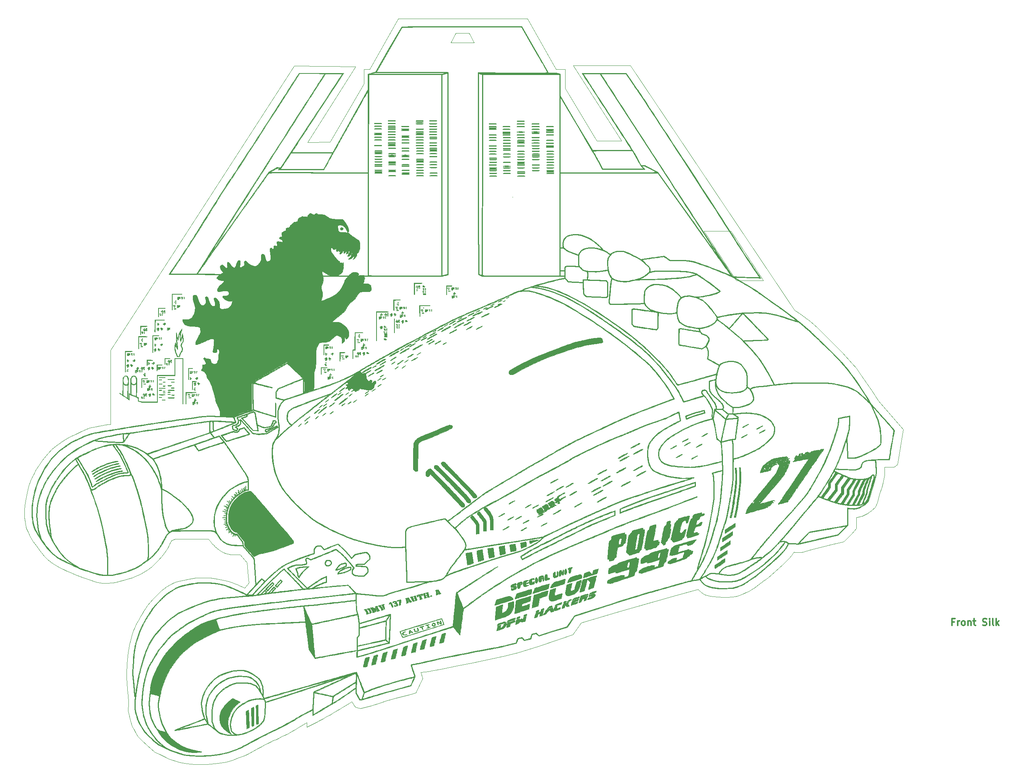
<source format=gbr>
G04 #@! TF.GenerationSoftware,KiCad,Pcbnew,(5.1.0)-1*
G04 #@! TF.CreationDate,2019-07-07T13:32:37-05:00*
G04 #@! TF.ProjectId,3000_Society_Badge_K5,33303030-5f53-46f6-9369-6574795f4261,2*
G04 #@! TF.SameCoordinates,Original*
G04 #@! TF.FileFunction,Legend,Top*
G04 #@! TF.FilePolarity,Positive*
%FSLAX46Y46*%
G04 Gerber Fmt 4.6, Leading zero omitted, Abs format (unit mm)*
G04 Created by KiCad (PCBNEW (5.1.0)-1) date 2019-07-07 13:32:37*
%MOMM*%
%LPD*%
G04 APERTURE LIST*
%ADD10C,0.050000*%
%ADD11C,0.300000*%
%ADD12C,0.036000*%
%ADD13C,0.010000*%
G04 APERTURE END LIST*
D10*
X208220000Y-78910000D02*
X202213905Y-78911379D01*
X201006095Y-67888621D02*
X208220000Y-78910000D01*
X195010000Y-67890000D02*
X201006095Y-67888621D01*
X202213905Y-78911379D02*
X195010000Y-67890000D01*
X138800000Y-26000000D02*
X139900000Y-23900000D01*
X143900000Y-26000000D02*
X138800000Y-26000000D01*
X142800000Y-23900000D02*
X143900000Y-26000000D01*
X139900000Y-23900000D02*
X142800000Y-23900000D01*
D11*
X250591428Y-154832857D02*
X250091428Y-154832857D01*
X250091428Y-155618571D02*
X250091428Y-154118571D01*
X250805714Y-154118571D01*
X251377142Y-155618571D02*
X251377142Y-154618571D01*
X251377142Y-154904285D02*
X251448571Y-154761428D01*
X251520000Y-154690000D01*
X251662857Y-154618571D01*
X251805714Y-154618571D01*
X252520000Y-155618571D02*
X252377142Y-155547142D01*
X252305714Y-155475714D01*
X252234285Y-155332857D01*
X252234285Y-154904285D01*
X252305714Y-154761428D01*
X252377142Y-154690000D01*
X252520000Y-154618571D01*
X252734285Y-154618571D01*
X252877142Y-154690000D01*
X252948571Y-154761428D01*
X253020000Y-154904285D01*
X253020000Y-155332857D01*
X252948571Y-155475714D01*
X252877142Y-155547142D01*
X252734285Y-155618571D01*
X252520000Y-155618571D01*
X253662857Y-154618571D02*
X253662857Y-155618571D01*
X253662857Y-154761428D02*
X253734285Y-154690000D01*
X253877142Y-154618571D01*
X254091428Y-154618571D01*
X254234285Y-154690000D01*
X254305714Y-154832857D01*
X254305714Y-155618571D01*
X254805714Y-154618571D02*
X255377142Y-154618571D01*
X255020000Y-154118571D02*
X255020000Y-155404285D01*
X255091428Y-155547142D01*
X255234285Y-155618571D01*
X255377142Y-155618571D01*
X256948571Y-155547142D02*
X257162857Y-155618571D01*
X257520000Y-155618571D01*
X257662857Y-155547142D01*
X257734285Y-155475714D01*
X257805714Y-155332857D01*
X257805714Y-155190000D01*
X257734285Y-155047142D01*
X257662857Y-154975714D01*
X257520000Y-154904285D01*
X257234285Y-154832857D01*
X257091428Y-154761428D01*
X257020000Y-154690000D01*
X256948571Y-154547142D01*
X256948571Y-154404285D01*
X257020000Y-154261428D01*
X257091428Y-154190000D01*
X257234285Y-154118571D01*
X257591428Y-154118571D01*
X257805714Y-154190000D01*
X258448571Y-155618571D02*
X258448571Y-154618571D01*
X258448571Y-154118571D02*
X258377142Y-154190000D01*
X258448571Y-154261428D01*
X258520000Y-154190000D01*
X258448571Y-154118571D01*
X258448571Y-154261428D01*
X259377142Y-155618571D02*
X259234285Y-155547142D01*
X259162857Y-155404285D01*
X259162857Y-154118571D01*
X259948571Y-155618571D02*
X259948571Y-154118571D01*
X260091428Y-155047142D02*
X260520000Y-155618571D01*
X260520000Y-154618571D02*
X259948571Y-155190000D01*
D12*
X72909999Y-183773750D02*
X73142500Y-183905001D01*
X78576248Y-186098751D02*
X80222499Y-186398750D01*
X66921248Y-169810625D02*
X67022500Y-171211251D01*
X69129999Y-180117500D02*
X69253749Y-180338751D01*
X93640000Y-184235000D02*
X94419999Y-183822500D01*
X66938125Y-162380000D02*
X66825625Y-164196875D01*
X71260000Y-182307501D02*
X72909999Y-183773750D01*
X92492500Y-184741250D02*
X93126249Y-184490001D01*
X68286249Y-178643750D02*
X68679999Y-179322500D01*
X90234999Y-185592501D02*
X91735000Y-185041251D01*
X67146248Y-172628751D02*
X67135000Y-172906250D01*
X68265625Y-156715625D02*
X67928125Y-157756251D01*
X69795625Y-153695000D02*
X69503125Y-154229375D01*
X67135000Y-172906250D02*
X67078748Y-174650000D01*
X91735000Y-185041251D02*
X92492500Y-184741250D01*
X88802500Y-186005000D02*
X90234999Y-185592501D01*
X70183748Y-181295001D02*
X71260000Y-182307501D01*
X67078748Y-174650000D02*
X67127499Y-174905001D01*
X80222499Y-186398750D02*
X81778750Y-186511250D01*
X73967499Y-184280000D02*
X75535000Y-185037500D01*
X67022500Y-171211251D02*
X67146248Y-172628751D01*
X69503125Y-154229375D02*
X69193748Y-154780625D01*
X66696248Y-167290625D02*
X66797500Y-168297500D01*
X69193748Y-154780625D02*
X68839375Y-155410625D01*
X67558750Y-176817501D02*
X68027499Y-178137500D01*
X68027499Y-178137500D02*
X68286249Y-178643750D01*
X68839375Y-155410625D02*
X68490625Y-156181252D01*
X67050625Y-161609375D02*
X66938125Y-162380000D01*
X67630000Y-158853125D02*
X67410625Y-159680000D01*
X84474999Y-186511250D02*
X87058748Y-186316250D01*
X99332500Y-181227501D02*
X99868750Y-180983750D01*
X68679999Y-179322500D02*
X69129999Y-180117500D01*
X81778750Y-186511250D02*
X84474999Y-186511250D01*
X75958749Y-185236250D02*
X78576248Y-186098751D01*
X66696248Y-166868751D02*
X66696248Y-167290625D01*
X66825625Y-164196875D02*
X66713125Y-166334375D01*
X68490625Y-156181252D02*
X68265625Y-156715625D01*
X73142500Y-183905001D02*
X73967499Y-184280000D01*
X100600000Y-180657500D02*
X101290000Y-180301250D01*
X67410625Y-159680000D02*
X67050625Y-161609375D01*
X95946248Y-182963750D02*
X96767500Y-182525000D01*
X100206250Y-180826250D02*
X100600000Y-180657500D01*
X99868750Y-180983750D02*
X100206250Y-180826250D01*
X98706249Y-181516250D02*
X99332500Y-181227501D01*
X66797500Y-168297500D02*
X66921248Y-169810625D01*
X98064999Y-181850000D02*
X98706249Y-181516250D01*
X97442500Y-182161251D02*
X98064999Y-181850000D01*
X96767500Y-182525000D02*
X97442500Y-182161251D01*
X87058748Y-186316250D02*
X88802500Y-186005000D01*
X95158748Y-183410001D02*
X95946248Y-182963750D01*
X67127499Y-174905001D02*
X67558750Y-176817501D01*
X67928125Y-157756251D02*
X67630000Y-158853125D01*
X94419999Y-183822500D02*
X95158748Y-183410001D01*
X93126249Y-184490001D02*
X93640000Y-184235000D01*
X75535000Y-185037500D02*
X75958749Y-185236250D01*
X66713125Y-166334375D02*
X66696248Y-166868751D01*
X69253749Y-180338751D02*
X70183748Y-181295001D01*
X75938125Y-146826875D02*
X75561248Y-147080000D01*
X80663125Y-145291252D02*
X79498748Y-145516252D01*
X82063748Y-145060625D02*
X81715000Y-145105625D01*
X87188125Y-138755000D02*
X87694375Y-139109375D01*
X84932500Y-145049375D02*
X84043748Y-145010000D01*
X76742500Y-136730000D02*
X76883125Y-136634375D01*
X87750625Y-145426252D02*
X86878748Y-145285625D01*
X86743748Y-138400625D02*
X87188125Y-138755000D01*
X89134375Y-139711252D02*
X89612500Y-139823752D01*
X92515000Y-147085625D02*
X91896248Y-146793125D01*
X85331875Y-136926875D02*
X85686248Y-137388125D01*
X88594375Y-145606252D02*
X87750625Y-145426252D01*
X93752500Y-144610625D02*
X93893125Y-146146252D01*
X90068125Y-146090000D02*
X89325625Y-145831252D01*
X77788748Y-136398125D02*
X80207500Y-136409375D01*
X91896248Y-146793125D02*
X91406875Y-146579375D01*
X87694375Y-139109375D02*
X88105000Y-139362500D01*
X76883125Y-136634375D02*
X77096875Y-136550000D01*
X93893125Y-146146252D02*
X92981875Y-147321875D01*
X91980625Y-139868752D02*
X93482500Y-141685625D01*
X89753125Y-139863125D02*
X91553125Y-139880000D01*
X85686248Y-137388125D02*
X86006875Y-137714375D01*
X77501875Y-136426252D02*
X77788748Y-136398125D01*
X84960625Y-136392500D02*
X85123748Y-136662500D01*
X76849375Y-146337500D02*
X75938125Y-146826875D01*
X90715000Y-146315000D02*
X90068125Y-146090000D01*
X77096875Y-136550000D02*
X77293748Y-136482500D01*
X71415625Y-151169375D02*
X70965625Y-151816252D01*
X76601875Y-136904375D02*
X76742500Y-136730000D01*
X91553125Y-139880000D02*
X91980625Y-139868752D01*
X74503748Y-147867500D02*
X74222500Y-148120625D01*
X75561248Y-147080000D02*
X75083125Y-147417500D01*
X77614375Y-145971875D02*
X77203748Y-146168752D01*
X79498748Y-145516252D02*
X78193748Y-145797500D01*
X88751875Y-139598752D02*
X89134375Y-139711252D01*
X86006875Y-137714375D02*
X86400625Y-138119375D01*
X81715000Y-145105625D02*
X80663125Y-145291252D01*
X85123748Y-136662500D02*
X85331875Y-136926875D01*
X93482500Y-141685625D02*
X93752500Y-144610625D01*
X70150000Y-153048125D02*
X69795625Y-153695000D01*
X80207500Y-136409375D02*
X84960625Y-136392500D01*
X89612500Y-139823752D02*
X89753125Y-139863125D01*
X70543748Y-152418125D02*
X70150000Y-153048125D01*
X70965625Y-151816252D02*
X70543748Y-152418125D01*
X71978125Y-150466252D02*
X71415625Y-151169375D01*
X72591248Y-149780000D02*
X71978125Y-150466252D01*
X86400625Y-138119375D02*
X86743748Y-138400625D01*
X73001875Y-149335625D02*
X72591248Y-149780000D01*
X86878748Y-145285625D02*
X85309375Y-145077500D01*
X73705000Y-148626875D02*
X73001875Y-149335625D01*
X74222500Y-148120625D02*
X73705000Y-148626875D01*
X85309375Y-145077500D02*
X84932500Y-145049375D01*
X88386248Y-139475000D02*
X88751875Y-139598752D01*
X89325625Y-145831252D02*
X88594375Y-145606252D01*
X76444375Y-137185625D02*
X76601875Y-136904375D01*
X88105000Y-139362500D02*
X88386248Y-139475000D01*
X75083125Y-147417500D02*
X74503748Y-147867500D01*
X92981875Y-147321875D02*
X92515000Y-147085625D01*
X84043748Y-145010000D02*
X82862500Y-145021252D01*
X78193748Y-145797500D02*
X77614375Y-145971875D01*
X77203748Y-146168752D02*
X76849375Y-146337500D01*
X82862500Y-145021252D02*
X82063748Y-145060625D01*
X91406875Y-146579375D02*
X90715000Y-146315000D01*
X77293748Y-136482500D02*
X77501875Y-136426252D01*
X44393125Y-133681252D02*
X44488750Y-133996252D01*
X44590000Y-126188752D02*
X44252500Y-127881875D01*
X71100625Y-143440625D02*
X71590000Y-143131252D01*
X75544375Y-138980000D02*
X75853748Y-138434375D01*
X73710625Y-141185000D02*
X74554375Y-140228752D01*
X44843125Y-134918752D02*
X45304375Y-135897500D01*
X76264375Y-137534375D02*
X76444375Y-137185625D01*
X49191249Y-140988125D02*
X49596249Y-141320000D01*
X49247500Y-117395000D02*
X48325000Y-118430000D01*
X76095625Y-137928125D02*
X76264375Y-137534375D01*
X63585625Y-146180000D02*
X64260625Y-146028125D01*
X55609375Y-144470000D02*
X56953749Y-144976252D01*
X44044375Y-131560625D02*
X44196250Y-132556252D01*
X72844375Y-142056875D02*
X73710625Y-141185000D01*
X71944375Y-142861252D02*
X72304375Y-142568752D01*
X54287500Y-143879375D02*
X55609375Y-144470000D01*
X44044375Y-129867500D02*
X44044375Y-131560625D01*
X71590000Y-143131252D02*
X71944375Y-142861252D01*
X70549375Y-143766875D02*
X71100625Y-143440625D01*
X69874375Y-144160625D02*
X70549375Y-143766875D01*
X69261248Y-144464375D02*
X69874375Y-144160625D01*
X68681875Y-144745625D02*
X69261248Y-144464375D01*
X44095000Y-128922500D02*
X44044375Y-129867500D01*
X44252500Y-127881875D02*
X44095000Y-128922500D01*
X52735000Y-114516875D02*
X50987500Y-115715000D01*
X44955625Y-124670000D02*
X44590000Y-126188752D01*
X56953749Y-144976252D02*
X58264375Y-145415000D01*
X47987500Y-118842500D02*
X47297500Y-119877500D01*
X61290625Y-146219375D02*
X62320000Y-146219375D01*
X59980000Y-145983125D02*
X60379375Y-146095625D01*
X45445000Y-136178752D02*
X45979375Y-136994375D01*
X67922500Y-145015625D02*
X68681875Y-144745625D01*
X48454375Y-140200625D02*
X49191249Y-140988125D01*
X64260625Y-146028125D02*
X65076249Y-145831252D01*
X62320000Y-146219375D02*
X63585625Y-146180000D01*
X45304375Y-135897500D02*
X45445000Y-136178752D01*
X47297500Y-119877500D02*
X46607499Y-121002500D01*
X51103749Y-142310000D02*
X51806875Y-142715000D01*
X58264375Y-145415000D02*
X59980000Y-145983125D01*
X67258748Y-145251875D02*
X67922500Y-145015625D01*
X65076249Y-145831252D02*
X66122500Y-145578125D01*
X60379375Y-146095625D02*
X61290625Y-146219375D01*
X47515000Y-139058752D02*
X48454375Y-140200625D01*
X46626249Y-137877500D02*
X47515000Y-139058752D01*
X45979375Y-136994375D02*
X46626249Y-137877500D01*
X45407500Y-123470000D02*
X44955625Y-124670000D01*
X44488750Y-133996252D02*
X44843125Y-134918752D01*
X50147500Y-116457500D02*
X49247500Y-117395000D01*
X46120000Y-121925000D02*
X45745000Y-122705000D01*
X48325000Y-118430000D02*
X47987500Y-118842500D01*
X52583125Y-143120000D02*
X53426875Y-143502500D01*
X74554375Y-140228752D02*
X75122500Y-139542500D01*
X72304375Y-142568752D02*
X72844375Y-142056875D01*
X75853748Y-138434375D02*
X76095625Y-137928125D01*
X44196250Y-132556252D02*
X44393125Y-133681252D01*
X66122500Y-145578125D02*
X67258748Y-145251875D01*
X75122500Y-139542500D02*
X75544375Y-138980000D01*
X50321875Y-141860000D02*
X51103749Y-142310000D01*
X51806875Y-142715000D02*
X52583125Y-143120000D01*
X45745000Y-122705000D02*
X45407500Y-123470000D01*
X49596249Y-141320000D02*
X50321875Y-141860000D01*
X46607499Y-121002500D02*
X46120000Y-121925000D01*
X50987500Y-115715000D02*
X50147500Y-116457500D01*
X53426875Y-143502500D02*
X54287500Y-143879375D01*
X53376249Y-114111875D02*
X52735000Y-114516875D01*
X53983749Y-113746253D02*
X53376249Y-114111875D01*
X55519375Y-113003753D02*
X54585625Y-113453753D01*
X56560000Y-112520000D02*
X55519375Y-113003753D01*
X58468749Y-111721253D02*
X57488125Y-112098125D01*
X117568747Y-31317500D02*
X103978748Y-31193755D01*
X103978748Y-31193755D02*
X63163749Y-94424375D01*
X63131323Y-110892324D02*
X62642500Y-110960000D01*
X59931250Y-111391250D02*
X59331249Y-111507500D01*
X61254999Y-111158750D02*
X60636249Y-111260000D01*
X106920625Y-48147500D02*
X117568747Y-31317500D01*
X127085406Y-20650532D02*
X120735569Y-31916605D01*
X62012500Y-111046250D02*
X61254999Y-111158750D01*
X62642500Y-110960000D02*
X62012500Y-111046250D01*
X63163749Y-94424375D02*
X63131323Y-110892324D01*
X111943747Y-48102500D02*
X106920625Y-48147500D01*
X119486875Y-31910938D02*
X119484999Y-35161251D01*
X120735569Y-31916605D02*
X119486875Y-31910938D01*
X57488125Y-112098125D02*
X56560000Y-112520000D01*
X54585625Y-113453753D02*
X53983749Y-113746253D01*
X59331249Y-111507500D02*
X58468749Y-111721253D01*
X60636249Y-111260000D02*
X59931250Y-111391250D01*
X119484999Y-35161251D02*
X111943747Y-48102500D01*
X227821562Y-135242188D02*
X228839687Y-134024375D01*
X234062500Y-126312500D02*
X234531250Y-124876250D01*
X201288437Y-149282188D02*
X201991562Y-149183752D01*
X210850000Y-143592500D02*
X212552500Y-142115000D01*
X230155000Y-131333750D02*
X231332499Y-130763750D01*
X228955794Y-131598677D02*
X229054264Y-131585971D01*
X214990000Y-139317500D02*
X215125441Y-139347148D01*
X235931323Y-120413265D02*
X237244264Y-120423853D01*
X228921911Y-131593383D02*
X228955794Y-131598677D01*
X214074999Y-140585000D02*
X214465000Y-140082500D01*
X234531250Y-124876250D02*
X234786249Y-123833750D01*
X231332499Y-130763750D02*
X232262500Y-130043750D01*
X234786249Y-123833750D02*
X235138750Y-122183750D01*
X233500000Y-128292500D02*
X234062500Y-126312500D01*
X229686382Y-131434559D02*
X230155000Y-131333750D01*
X205636562Y-147620000D02*
X206210312Y-147262813D01*
X229054264Y-131585971D02*
X229686382Y-131434559D01*
X206210312Y-147262813D02*
X206702500Y-146888752D01*
X204885625Y-148053125D02*
X205636562Y-147620000D01*
X215125441Y-139347148D02*
X215432500Y-139367265D01*
X217344735Y-139181971D02*
X218477676Y-138889736D01*
X237972735Y-119807618D02*
X239260000Y-112013753D01*
X235138750Y-122183750D02*
X235138750Y-121475000D01*
X232262500Y-130043750D02*
X233106250Y-129282500D01*
X235281205Y-120419618D02*
X235931323Y-120413265D01*
X235088500Y-120409030D02*
X235281205Y-120419618D01*
X235138750Y-121475000D02*
X235116029Y-120942677D01*
X223093750Y-137680625D02*
X226046875Y-137000000D01*
X201991562Y-149183752D02*
X202343125Y-149107813D01*
X200115625Y-149324375D02*
X201288437Y-149282188D01*
X233106250Y-129282500D02*
X233500000Y-128292500D01*
X228820000Y-131566252D02*
X228921911Y-131593383D01*
X228839687Y-134024375D02*
X228820000Y-131566252D01*
X216260499Y-139372559D02*
X216592970Y-139340795D01*
X202855000Y-148939063D02*
X203718437Y-148593125D01*
X215432500Y-139367265D02*
X215707794Y-139377853D01*
X197078125Y-149178125D02*
X198132812Y-149285000D01*
X226789375Y-136274375D02*
X227821562Y-135242188D01*
X226046875Y-137000000D02*
X226789375Y-136274375D01*
X208685312Y-145381252D02*
X209171875Y-145007188D01*
X209171875Y-145007188D02*
X210850000Y-143592500D01*
X199342187Y-149341252D02*
X200115625Y-149324375D01*
X215707794Y-139377853D02*
X216260499Y-139372559D01*
X198132812Y-149285000D02*
X199342187Y-149341252D01*
X204407500Y-148292188D02*
X204885625Y-148053125D01*
X217080029Y-139249736D02*
X217344735Y-139181971D01*
X216592970Y-139340795D02*
X217080029Y-139249736D01*
X203718437Y-148593125D02*
X204407500Y-148292188D01*
X214465000Y-140082500D02*
X214990000Y-139317500D01*
X202343125Y-149107813D02*
X202855000Y-148939063D01*
X207138437Y-146559688D02*
X208111562Y-145822813D01*
X206702500Y-146888752D02*
X207138437Y-146559688D01*
X218477676Y-138889736D02*
X223093750Y-137680625D01*
X237244264Y-120423853D02*
X237972735Y-119807618D01*
X235116029Y-120942677D02*
X235088500Y-120409030D01*
X208111562Y-145822813D02*
X208685312Y-145381252D01*
X212552500Y-142115000D02*
X214074999Y-140585000D01*
X102246248Y-179855001D02*
X102519999Y-179720001D01*
X103930000Y-178928750D02*
X104353749Y-178666250D01*
X196335625Y-149071252D02*
X197078125Y-149178125D01*
X110031247Y-176558751D02*
X110417499Y-176333751D01*
X195716875Y-148953125D02*
X196335625Y-149071252D01*
X124360937Y-172372813D02*
X126481562Y-171818751D01*
X110417499Y-176333751D02*
X110950000Y-176026251D01*
X134561875Y-165738125D02*
X136915937Y-165271251D01*
X112401250Y-175212500D02*
X112712499Y-175032500D01*
X194395000Y-148269688D02*
X194695937Y-148503125D01*
X165872499Y-157640000D02*
X167739999Y-155060001D01*
X117585625Y-173824063D02*
X118721875Y-174049063D01*
X108962500Y-177121251D02*
X109581247Y-176791251D01*
X195365312Y-148818125D02*
X195716875Y-148953125D01*
X194695937Y-148503125D02*
X195365312Y-148818125D01*
X162895000Y-158667500D02*
X165872499Y-157640000D01*
X117234062Y-173388125D02*
X117585625Y-173824063D01*
X194133437Y-148044688D02*
X194395000Y-148269688D01*
X110950000Y-176026251D02*
X111362499Y-175790000D01*
X109581247Y-176791251D02*
X110031247Y-176558751D01*
X106768747Y-177203750D02*
X106761249Y-178208750D01*
X167739999Y-155060001D02*
X176293746Y-152525000D01*
X117163747Y-173270000D02*
X117234062Y-173388125D01*
X116743750Y-172595000D02*
X117163747Y-173270000D01*
X111362499Y-175790000D02*
X111744999Y-175576251D01*
X115558749Y-173341251D02*
X116226250Y-172925001D01*
X112975000Y-174882501D02*
X113226247Y-174721251D01*
X101747500Y-180087500D02*
X102246248Y-179855001D01*
X193894375Y-147794375D02*
X194133437Y-148044688D01*
X188511245Y-148981252D02*
X193697500Y-147541252D01*
X129533125Y-170994688D02*
X130987187Y-170586875D01*
X193697500Y-147541252D02*
X193894375Y-147794375D01*
X133746247Y-165850625D02*
X134561875Y-165738125D01*
X176293746Y-152525000D02*
X188511245Y-148981252D01*
X143719375Y-163943751D02*
X150328746Y-162470000D01*
X126481562Y-171818751D02*
X129533125Y-170994688D01*
X113226247Y-174721251D02*
X113552500Y-174533751D01*
X132078437Y-166075625D02*
X133746247Y-165850625D01*
X132500312Y-167434063D02*
X132078437Y-166075625D01*
X102808748Y-179555000D02*
X103480000Y-179165000D01*
X130987187Y-170586875D02*
X132500312Y-167434063D01*
X101290000Y-180301250D02*
X101747500Y-180087500D01*
X123154375Y-172775000D02*
X124360937Y-172372813D01*
X108137500Y-177533751D02*
X108962500Y-177121251D01*
X102519999Y-179720001D02*
X102808748Y-179555000D01*
X114958747Y-173697500D02*
X115558749Y-173341251D01*
X112063750Y-175407500D02*
X112401250Y-175212500D01*
X104353749Y-178666250D02*
X104935000Y-178310000D01*
X114047500Y-174241251D02*
X114546249Y-173941250D01*
X112712499Y-175032500D02*
X112975000Y-174882501D01*
X153492812Y-161702188D02*
X158170000Y-160242500D01*
X103480000Y-179165000D02*
X103930000Y-178928750D01*
X158170000Y-160242500D02*
X162895000Y-158667500D01*
X150328746Y-162470000D02*
X153492812Y-161702188D01*
X118721875Y-174049063D02*
X121081562Y-173452813D01*
X106761249Y-178208750D02*
X108137500Y-177533751D01*
X140161562Y-164641251D02*
X143719375Y-163943751D01*
X136915937Y-165271251D02*
X140161562Y-164641251D01*
X121081562Y-173452813D02*
X123154375Y-172775000D01*
X114546249Y-173941250D02*
X114958747Y-173697500D01*
X116226250Y-172925001D02*
X116743750Y-172595000D01*
X113552500Y-174533751D02*
X114047500Y-174241251D01*
X111744999Y-175576251D02*
X112063750Y-175407500D01*
X104935000Y-178310000D02*
X106768747Y-177203750D01*
X230027499Y-100152501D02*
X228827500Y-98427500D01*
X155807500Y-20650532D02*
X127085406Y-20650532D01*
X162104687Y-31919375D02*
X155807500Y-20650532D01*
X217637500Y-87267500D02*
X216287500Y-86262500D01*
X225707499Y-94947500D02*
X224657500Y-93777500D01*
X164209291Y-36187644D02*
X164174687Y-31919375D01*
X224657500Y-93777500D02*
X223457499Y-92622500D01*
X220142500Y-89367500D02*
X218612500Y-88017500D01*
X171175000Y-47877500D02*
X164209291Y-36187644D01*
X215162500Y-85512500D02*
X178690000Y-31070000D01*
X227882500Y-97347500D02*
X225707499Y-94947500D01*
X239260000Y-112013753D02*
X233747500Y-105668753D01*
X228827500Y-98427500D02*
X227882500Y-97347500D01*
X216287500Y-86262500D02*
X215162500Y-85512500D01*
X165910000Y-31115000D02*
X176687500Y-47877500D01*
X223457499Y-92622500D02*
X220142500Y-89367500D01*
X218612500Y-88017500D02*
X217637500Y-87267500D01*
X232232499Y-103302501D02*
X230027499Y-100152501D01*
X164174687Y-31919375D02*
X162104687Y-31919375D01*
X233747500Y-105668753D02*
X232232499Y-103302501D01*
X176687500Y-47877500D02*
X171175000Y-47877500D01*
X178690000Y-31070000D02*
X165910000Y-31115000D01*
D13*
G04 #@! TO.C,G\002A\002A\002A*
G36*
X152468305Y-60284019D02*
G01*
X152467437Y-60292631D01*
X152468305Y-60293695D01*
X152472620Y-60292699D01*
X152473143Y-60288857D01*
X152470488Y-60282883D01*
X152468305Y-60284019D01*
X152468305Y-60284019D01*
G37*
X152468305Y-60284019D02*
X152467437Y-60292631D01*
X152468305Y-60293695D01*
X152472620Y-60292699D01*
X152473143Y-60288857D01*
X152470488Y-60282883D01*
X152468305Y-60284019D01*
G36*
X152458629Y-60314257D02*
G01*
X152462258Y-60317886D01*
X152465886Y-60314257D01*
X152462258Y-60310628D01*
X152458629Y-60314257D01*
X152458629Y-60314257D01*
G37*
X152458629Y-60314257D02*
X152462258Y-60317886D01*
X152465886Y-60314257D01*
X152462258Y-60310628D01*
X152458629Y-60314257D01*
G36*
X152444115Y-60343286D02*
G01*
X152447743Y-60346914D01*
X152451372Y-60343286D01*
X152447743Y-60339657D01*
X152444115Y-60343286D01*
X152444115Y-60343286D01*
G37*
X152444115Y-60343286D02*
X152447743Y-60346914D01*
X152451372Y-60343286D01*
X152447743Y-60339657D01*
X152444115Y-60343286D01*
G04 #@! TO.C,*
G36*
X136478611Y-154595255D02*
G01*
X136536547Y-154691090D01*
X136593627Y-154823289D01*
X136642368Y-154969331D01*
X136675288Y-155106695D01*
X136684903Y-155212858D01*
X136663732Y-155265300D01*
X136662391Y-155265867D01*
X136573387Y-155286624D01*
X136478311Y-155273492D01*
X136356867Y-155220125D01*
X136188753Y-155120175D01*
X136181290Y-155115448D01*
X136048486Y-155034284D01*
X135946593Y-154977803D01*
X135894423Y-154956300D01*
X135891718Y-154956982D01*
X135897117Y-155002198D01*
X135927388Y-155102225D01*
X135959258Y-155190799D01*
X136007733Y-155335342D01*
X136014596Y-155418531D01*
X135977532Y-155455624D01*
X135918074Y-155462373D01*
X135863084Y-155426549D01*
X135801346Y-155315398D01*
X135746028Y-155171780D01*
X135693464Y-155020761D01*
X135651142Y-154899341D01*
X135627873Y-154832798D01*
X135627402Y-154831461D01*
X135651349Y-154788907D01*
X135733421Y-154754621D01*
X135737319Y-154753739D01*
X135817160Y-154747908D01*
X135906405Y-154771877D01*
X136025935Y-154833746D01*
X136160103Y-154917732D01*
X136297457Y-155004736D01*
X136404141Y-155067997D01*
X136462472Y-155097184D01*
X136468035Y-155097644D01*
X136460947Y-155054409D01*
X136429514Y-154955245D01*
X136394290Y-154858298D01*
X136342462Y-154703617D01*
X136332664Y-154611236D01*
X136366399Y-154567484D01*
X136427303Y-154558305D01*
X136478611Y-154595255D01*
X136478611Y-154595255D01*
G37*
X136478611Y-154595255D02*
X136536547Y-154691090D01*
X136593627Y-154823289D01*
X136642368Y-154969331D01*
X136675288Y-155106695D01*
X136684903Y-155212858D01*
X136663732Y-155265300D01*
X136662391Y-155265867D01*
X136573387Y-155286624D01*
X136478311Y-155273492D01*
X136356867Y-155220125D01*
X136188753Y-155120175D01*
X136181290Y-155115448D01*
X136048486Y-155034284D01*
X135946593Y-154977803D01*
X135894423Y-154956300D01*
X135891718Y-154956982D01*
X135897117Y-155002198D01*
X135927388Y-155102225D01*
X135959258Y-155190799D01*
X136007733Y-155335342D01*
X136014596Y-155418531D01*
X135977532Y-155455624D01*
X135918074Y-155462373D01*
X135863084Y-155426549D01*
X135801346Y-155315398D01*
X135746028Y-155171780D01*
X135693464Y-155020761D01*
X135651142Y-154899341D01*
X135627873Y-154832798D01*
X135627402Y-154831461D01*
X135651349Y-154788907D01*
X135733421Y-154754621D01*
X135737319Y-154753739D01*
X135817160Y-154747908D01*
X135906405Y-154771877D01*
X136025935Y-154833746D01*
X136160103Y-154917732D01*
X136297457Y-155004736D01*
X136404141Y-155067997D01*
X136462472Y-155097184D01*
X136468035Y-155097644D01*
X136460947Y-155054409D01*
X136429514Y-154955245D01*
X136394290Y-154858298D01*
X136342462Y-154703617D01*
X136332664Y-154611236D01*
X136366399Y-154567484D01*
X136427303Y-154558305D01*
X136478611Y-154595255D01*
G36*
X134949439Y-155042398D02*
G01*
X135141075Y-155117315D01*
X135146185Y-155119911D01*
X135280960Y-155203062D01*
X135340471Y-155288947D01*
X135333175Y-155400399D01*
X135290827Y-155510355D01*
X135185012Y-155671753D01*
X135047840Y-155753882D01*
X134877556Y-155757197D01*
X134672407Y-155682155D01*
X134658051Y-155674696D01*
X134546979Y-155598323D01*
X134501766Y-155509999D01*
X134516682Y-155407145D01*
X134681785Y-155407145D01*
X134685225Y-155483099D01*
X134754040Y-155544646D01*
X134830254Y-155586467D01*
X134958563Y-155636889D01*
X135044502Y-155622046D01*
X135107713Y-155533738D01*
X135137367Y-155458228D01*
X135159875Y-155369406D01*
X135136771Y-155311748D01*
X135053123Y-155251316D01*
X135043843Y-155245634D01*
X134917031Y-155179200D01*
X134833259Y-155171888D01*
X134770221Y-155226756D01*
X134734495Y-155288032D01*
X134681785Y-155407145D01*
X134516682Y-155407145D01*
X134519016Y-155391058D01*
X134580878Y-155250713D01*
X134680334Y-155106553D01*
X134799524Y-155037963D01*
X134949439Y-155042398D01*
X134949439Y-155042398D01*
G37*
X134949439Y-155042398D02*
X135141075Y-155117315D01*
X135146185Y-155119911D01*
X135280960Y-155203062D01*
X135340471Y-155288947D01*
X135333175Y-155400399D01*
X135290827Y-155510355D01*
X135185012Y-155671753D01*
X135047840Y-155753882D01*
X134877556Y-155757197D01*
X134672407Y-155682155D01*
X134658051Y-155674696D01*
X134546979Y-155598323D01*
X134501766Y-155509999D01*
X134516682Y-155407145D01*
X134681785Y-155407145D01*
X134685225Y-155483099D01*
X134754040Y-155544646D01*
X134830254Y-155586467D01*
X134958563Y-155636889D01*
X135044502Y-155622046D01*
X135107713Y-155533738D01*
X135137367Y-155458228D01*
X135159875Y-155369406D01*
X135136771Y-155311748D01*
X135053123Y-155251316D01*
X135043843Y-155245634D01*
X134917031Y-155179200D01*
X134833259Y-155171888D01*
X134770221Y-155226756D01*
X134734495Y-155288032D01*
X134681785Y-155407145D01*
X134516682Y-155407145D01*
X134519016Y-155391058D01*
X134580878Y-155250713D01*
X134680334Y-155106553D01*
X134799524Y-155037963D01*
X134949439Y-155042398D01*
G36*
X133977030Y-155349897D02*
G01*
X133971110Y-155387736D01*
X133911118Y-155428445D01*
X133847147Y-155448045D01*
X133745377Y-155480566D01*
X133699630Y-155536926D01*
X133705515Y-155634066D01*
X133758643Y-155788927D01*
X133758735Y-155789159D01*
X133816296Y-155917023D01*
X133874859Y-155977102D01*
X133961838Y-155983563D01*
X134082477Y-155956457D01*
X134168960Y-155942186D01*
X134190989Y-155966510D01*
X134187672Y-155980204D01*
X134140690Y-156016995D01*
X134030280Y-156068851D01*
X133875821Y-156127258D01*
X133783839Y-156157610D01*
X133583692Y-156219809D01*
X133452334Y-156257648D01*
X133376612Y-156273211D01*
X133343372Y-156268580D01*
X133339464Y-156245841D01*
X133344785Y-156227169D01*
X133394888Y-156179899D01*
X133492785Y-156136740D01*
X133501946Y-156134010D01*
X133580974Y-156102065D01*
X133617633Y-156052704D01*
X133612995Y-155969108D01*
X133568134Y-155834457D01*
X133527446Y-155734319D01*
X133487244Y-155649900D01*
X133440777Y-155611952D01*
X133359074Y-155607936D01*
X133261301Y-155619126D01*
X133135608Y-155629529D01*
X133089767Y-155617595D01*
X133097457Y-155601272D01*
X133155958Y-155569581D01*
X133273866Y-155522869D01*
X133427543Y-155468863D01*
X133593354Y-155415286D01*
X133747661Y-155369864D01*
X133866827Y-155340322D01*
X133917646Y-155333220D01*
X133977030Y-155349897D01*
X133977030Y-155349897D01*
G37*
X133977030Y-155349897D02*
X133971110Y-155387736D01*
X133911118Y-155428445D01*
X133847147Y-155448045D01*
X133745377Y-155480566D01*
X133699630Y-155536926D01*
X133705515Y-155634066D01*
X133758643Y-155788927D01*
X133758735Y-155789159D01*
X133816296Y-155917023D01*
X133874859Y-155977102D01*
X133961838Y-155983563D01*
X134082477Y-155956457D01*
X134168960Y-155942186D01*
X134190989Y-155966510D01*
X134187672Y-155980204D01*
X134140690Y-156016995D01*
X134030280Y-156068851D01*
X133875821Y-156127258D01*
X133783839Y-156157610D01*
X133583692Y-156219809D01*
X133452334Y-156257648D01*
X133376612Y-156273211D01*
X133343372Y-156268580D01*
X133339464Y-156245841D01*
X133344785Y-156227169D01*
X133394888Y-156179899D01*
X133492785Y-156136740D01*
X133501946Y-156134010D01*
X133580974Y-156102065D01*
X133617633Y-156052704D01*
X133612995Y-155969108D01*
X133568134Y-155834457D01*
X133527446Y-155734319D01*
X133487244Y-155649900D01*
X133440777Y-155611952D01*
X133359074Y-155607936D01*
X133261301Y-155619126D01*
X133135608Y-155629529D01*
X133089767Y-155617595D01*
X133097457Y-155601272D01*
X133155958Y-155569581D01*
X133273866Y-155522869D01*
X133427543Y-155468863D01*
X133593354Y-155415286D01*
X133747661Y-155369864D01*
X133866827Y-155340322D01*
X133917646Y-155333220D01*
X133977030Y-155349897D01*
G36*
X132683673Y-155748551D02*
G01*
X132725184Y-155787467D01*
X132731525Y-155828303D01*
X132706947Y-155874592D01*
X132621955Y-155887291D01*
X132582369Y-155885533D01*
X132474392Y-155886216D01*
X132408219Y-155901197D01*
X132404860Y-155903840D01*
X132405420Y-155955033D01*
X132434076Y-156062109D01*
X132484636Y-156201969D01*
X132485101Y-156203130D01*
X132546528Y-156367003D01*
X132570097Y-156467798D01*
X132555480Y-156519927D01*
X132502348Y-156537803D01*
X132477467Y-156538644D01*
X132418334Y-156506741D01*
X132353970Y-156405338D01*
X132296595Y-156273015D01*
X132237035Y-156135304D01*
X132182702Y-156033979D01*
X132146876Y-155992179D01*
X132085402Y-156007059D01*
X132000802Y-156064100D01*
X131999407Y-156065305D01*
X131923041Y-156122184D01*
X131872170Y-156121613D01*
X131832065Y-156088143D01*
X131797185Y-156042339D01*
X131801505Y-156002768D01*
X131855175Y-155962896D01*
X131968342Y-155916187D01*
X132151153Y-155856107D01*
X132230300Y-155831679D01*
X132446740Y-155770587D01*
X132594361Y-155742901D01*
X132683673Y-155748551D01*
X132683673Y-155748551D01*
G37*
X132683673Y-155748551D02*
X132725184Y-155787467D01*
X132731525Y-155828303D01*
X132706947Y-155874592D01*
X132621955Y-155887291D01*
X132582369Y-155885533D01*
X132474392Y-155886216D01*
X132408219Y-155901197D01*
X132404860Y-155903840D01*
X132405420Y-155955033D01*
X132434076Y-156062109D01*
X132484636Y-156201969D01*
X132485101Y-156203130D01*
X132546528Y-156367003D01*
X132570097Y-156467798D01*
X132555480Y-156519927D01*
X132502348Y-156537803D01*
X132477467Y-156538644D01*
X132418334Y-156506741D01*
X132353970Y-156405338D01*
X132296595Y-156273015D01*
X132237035Y-156135304D01*
X132182702Y-156033979D01*
X132146876Y-155992179D01*
X132085402Y-156007059D01*
X132000802Y-156064100D01*
X131999407Y-156065305D01*
X131923041Y-156122184D01*
X131872170Y-156121613D01*
X131832065Y-156088143D01*
X131797185Y-156042339D01*
X131801505Y-156002768D01*
X131855175Y-155962896D01*
X131968342Y-155916187D01*
X132151153Y-155856107D01*
X132230300Y-155831679D01*
X132446740Y-155770587D01*
X132594361Y-155742901D01*
X132683673Y-155748551D01*
G36*
X131368427Y-156145068D02*
G01*
X131426928Y-156240219D01*
X131491249Y-156370117D01*
X131550697Y-156511292D01*
X131594576Y-156640273D01*
X131612192Y-156733589D01*
X131612203Y-156735247D01*
X131573031Y-156796082D01*
X131468970Y-156861659D01*
X131320206Y-156923458D01*
X131146926Y-156972955D01*
X130984764Y-157000142D01*
X130751245Y-157024243D01*
X130622063Y-156739338D01*
X130547801Y-156571648D01*
X130508172Y-156465022D01*
X130500737Y-156402815D01*
X130523051Y-156368384D01*
X130564656Y-156348110D01*
X130616247Y-156335655D01*
X130657598Y-156354097D01*
X130699898Y-156417564D01*
X130754334Y-156540187D01*
X130792822Y-156636242D01*
X130848944Y-156769525D01*
X130896356Y-156866787D01*
X130921338Y-156903308D01*
X130975026Y-156901706D01*
X131079725Y-156879985D01*
X131205119Y-156846293D01*
X131320887Y-156808773D01*
X131396628Y-156775622D01*
X131401228Y-156726885D01*
X131374499Y-156623415D01*
X131325448Y-156495439D01*
X131256465Y-156303693D01*
X131243943Y-156176803D01*
X131287879Y-156114829D01*
X131326444Y-156108136D01*
X131368427Y-156145068D01*
X131368427Y-156145068D01*
G37*
X131368427Y-156145068D02*
X131426928Y-156240219D01*
X131491249Y-156370117D01*
X131550697Y-156511292D01*
X131594576Y-156640273D01*
X131612192Y-156733589D01*
X131612203Y-156735247D01*
X131573031Y-156796082D01*
X131468970Y-156861659D01*
X131320206Y-156923458D01*
X131146926Y-156972955D01*
X130984764Y-157000142D01*
X130751245Y-157024243D01*
X130622063Y-156739338D01*
X130547801Y-156571648D01*
X130508172Y-156465022D01*
X130500737Y-156402815D01*
X130523051Y-156368384D01*
X130564656Y-156348110D01*
X130616247Y-156335655D01*
X130657598Y-156354097D01*
X130699898Y-156417564D01*
X130754334Y-156540187D01*
X130792822Y-156636242D01*
X130848944Y-156769525D01*
X130896356Y-156866787D01*
X130921338Y-156903308D01*
X130975026Y-156901706D01*
X131079725Y-156879985D01*
X131205119Y-156846293D01*
X131320887Y-156808773D01*
X131396628Y-156775622D01*
X131401228Y-156726885D01*
X131374499Y-156623415D01*
X131325448Y-156495439D01*
X131256465Y-156303693D01*
X131243943Y-156176803D01*
X131287879Y-156114829D01*
X131326444Y-156108136D01*
X131368427Y-156145068D01*
G36*
X129689636Y-156664680D02*
G01*
X129793688Y-156727537D01*
X129921166Y-156823464D01*
X130069328Y-156942917D01*
X130148474Y-157010079D01*
X130256817Y-157111686D01*
X130303322Y-157178239D01*
X130296956Y-157223676D01*
X130290600Y-157230980D01*
X130233806Y-157259418D01*
X130155081Y-157228152D01*
X130139922Y-157218501D01*
X130028723Y-157184005D01*
X129892609Y-157191551D01*
X129760421Y-157232793D01*
X129660998Y-157299383D01*
X129624037Y-157367820D01*
X129575340Y-157453993D01*
X129509456Y-157478521D01*
X129436961Y-157476518D01*
X129427764Y-157429786D01*
X129431958Y-157413945D01*
X129447494Y-157333103D01*
X129466107Y-157195595D01*
X129483217Y-157036630D01*
X129674915Y-157036630D01*
X129685860Y-157114634D01*
X129734234Y-157127134D01*
X129771779Y-157117384D01*
X129853933Y-157088366D01*
X129885541Y-157072472D01*
X129876201Y-157032218D01*
X129847982Y-156991718D01*
X129766924Y-156930773D01*
X129702867Y-156945015D01*
X129675016Y-157029461D01*
X129674915Y-157036630D01*
X129483217Y-157036630D01*
X129483870Y-157030569D01*
X129484520Y-157023679D01*
X129510743Y-156822527D01*
X129548778Y-156700330D01*
X129605962Y-156650058D01*
X129689636Y-156664680D01*
X129689636Y-156664680D01*
G37*
X129689636Y-156664680D02*
X129793688Y-156727537D01*
X129921166Y-156823464D01*
X130069328Y-156942917D01*
X130148474Y-157010079D01*
X130256817Y-157111686D01*
X130303322Y-157178239D01*
X130296956Y-157223676D01*
X130290600Y-157230980D01*
X130233806Y-157259418D01*
X130155081Y-157228152D01*
X130139922Y-157218501D01*
X130028723Y-157184005D01*
X129892609Y-157191551D01*
X129760421Y-157232793D01*
X129660998Y-157299383D01*
X129624037Y-157367820D01*
X129575340Y-157453993D01*
X129509456Y-157478521D01*
X129436961Y-157476518D01*
X129427764Y-157429786D01*
X129431958Y-157413945D01*
X129447494Y-157333103D01*
X129466107Y-157195595D01*
X129483217Y-157036630D01*
X129674915Y-157036630D01*
X129685860Y-157114634D01*
X129734234Y-157127134D01*
X129771779Y-157117384D01*
X129853933Y-157088366D01*
X129885541Y-157072472D01*
X129876201Y-157032218D01*
X129847982Y-156991718D01*
X129766924Y-156930773D01*
X129702867Y-156945015D01*
X129675016Y-157029461D01*
X129674915Y-157036630D01*
X129483217Y-157036630D01*
X129483870Y-157030569D01*
X129484520Y-157023679D01*
X129510743Y-156822527D01*
X129548778Y-156700330D01*
X129605962Y-156650058D01*
X129689636Y-156664680D01*
G36*
X128690691Y-156976023D02*
G01*
X128709504Y-157005990D01*
X128706256Y-157012227D01*
X128651407Y-157047867D01*
X128543714Y-157087962D01*
X128486694Y-157103885D01*
X128338108Y-157159446D01*
X128248573Y-157243680D01*
X128230944Y-157273926D01*
X128177086Y-157408986D01*
X128187124Y-157502509D01*
X128265841Y-157575561D01*
X128304294Y-157597013D01*
X128374109Y-157629023D01*
X128443190Y-157645264D01*
X128531803Y-157645408D01*
X128660211Y-157629126D01*
X128848680Y-157596092D01*
X128895352Y-157587448D01*
X128992626Y-157578382D01*
X129017555Y-157596543D01*
X128976545Y-157634347D01*
X128876002Y-157684211D01*
X128784653Y-157718513D01*
X128558032Y-157774819D01*
X128362374Y-157770631D01*
X128166022Y-157704550D01*
X128135847Y-157689865D01*
X128014815Y-157615156D01*
X127961402Y-157534465D01*
X127970737Y-157427144D01*
X128037543Y-157273331D01*
X128115584Y-157155519D01*
X128221625Y-157079618D01*
X128325043Y-157038266D01*
X128481786Y-156993300D01*
X128609226Y-156972173D01*
X128690691Y-156976023D01*
X128690691Y-156976023D01*
G37*
X128690691Y-156976023D02*
X128709504Y-157005990D01*
X128706256Y-157012227D01*
X128651407Y-157047867D01*
X128543714Y-157087962D01*
X128486694Y-157103885D01*
X128338108Y-157159446D01*
X128248573Y-157243680D01*
X128230944Y-157273926D01*
X128177086Y-157408986D01*
X128187124Y-157502509D01*
X128265841Y-157575561D01*
X128304294Y-157597013D01*
X128374109Y-157629023D01*
X128443190Y-157645264D01*
X128531803Y-157645408D01*
X128660211Y-157629126D01*
X128848680Y-157596092D01*
X128895352Y-157587448D01*
X128992626Y-157578382D01*
X129017555Y-157596543D01*
X128976545Y-157634347D01*
X128876002Y-157684211D01*
X128784653Y-157718513D01*
X128558032Y-157774819D01*
X128362374Y-157770631D01*
X128166022Y-157704550D01*
X128135847Y-157689865D01*
X128014815Y-157615156D01*
X127961402Y-157534465D01*
X127970737Y-157427144D01*
X128037543Y-157273331D01*
X128115584Y-157155519D01*
X128221625Y-157079618D01*
X128325043Y-157038266D01*
X128481786Y-156993300D01*
X128609226Y-156972173D01*
X128690691Y-156976023D01*
G36*
X154541036Y-43358337D02*
G01*
X154750402Y-43360247D01*
X154896429Y-43364896D01*
X154990496Y-43373480D01*
X155043984Y-43387199D01*
X155068274Y-43407249D01*
X155074746Y-43434828D01*
X155074915Y-43444068D01*
X155071394Y-43473972D01*
X155053243Y-43496010D01*
X155009082Y-43511381D01*
X154927530Y-43521283D01*
X154797207Y-43526914D01*
X154606732Y-43529470D01*
X154344725Y-43530152D01*
X154256949Y-43530170D01*
X153972862Y-43529799D01*
X153763496Y-43527888D01*
X153617469Y-43523240D01*
X153523402Y-43514655D01*
X153469914Y-43500937D01*
X153445624Y-43480887D01*
X153439152Y-43453307D01*
X153438983Y-43444068D01*
X153442504Y-43414164D01*
X153460655Y-43392125D01*
X153504816Y-43376754D01*
X153586368Y-43366852D01*
X153716691Y-43361222D01*
X153907166Y-43358665D01*
X154169173Y-43357984D01*
X154256949Y-43357966D01*
X154541036Y-43358337D01*
X154541036Y-43358337D01*
G37*
X154541036Y-43358337D02*
X154750402Y-43360247D01*
X154896429Y-43364896D01*
X154990496Y-43373480D01*
X155043984Y-43387199D01*
X155068274Y-43407249D01*
X155074746Y-43434828D01*
X155074915Y-43444068D01*
X155071394Y-43473972D01*
X155053243Y-43496010D01*
X155009082Y-43511381D01*
X154927530Y-43521283D01*
X154797207Y-43526914D01*
X154606732Y-43529470D01*
X154344725Y-43530152D01*
X154256949Y-43530170D01*
X153972862Y-43529799D01*
X153763496Y-43527888D01*
X153617469Y-43523240D01*
X153523402Y-43514655D01*
X153469914Y-43500937D01*
X153445624Y-43480887D01*
X153439152Y-43453307D01*
X153438983Y-43444068D01*
X153442504Y-43414164D01*
X153460655Y-43392125D01*
X153504816Y-43376754D01*
X153586368Y-43366852D01*
X153716691Y-43361222D01*
X153907166Y-43358665D01*
X154169173Y-43357984D01*
X154256949Y-43357966D01*
X154541036Y-43358337D01*
G36*
X157812900Y-43961049D02*
G01*
X158022267Y-43962959D01*
X158168293Y-43967608D01*
X158262360Y-43976192D01*
X158315848Y-43989910D01*
X158340138Y-44009960D01*
X158346610Y-44037540D01*
X158346779Y-44046780D01*
X158343258Y-44076684D01*
X158325107Y-44098722D01*
X158280946Y-44114093D01*
X158199394Y-44123995D01*
X158069071Y-44129625D01*
X157878596Y-44132182D01*
X157616589Y-44132864D01*
X157528813Y-44132881D01*
X157244727Y-44132511D01*
X157035360Y-44130600D01*
X156889334Y-44125952D01*
X156795267Y-44117367D01*
X156741778Y-44103649D01*
X156717489Y-44083599D01*
X156711016Y-44056019D01*
X156710847Y-44046780D01*
X156714369Y-44016876D01*
X156732520Y-43994837D01*
X156776681Y-43979466D01*
X156858232Y-43969564D01*
X156988556Y-43963934D01*
X157179030Y-43961377D01*
X157441038Y-43960696D01*
X157528813Y-43960678D01*
X157812900Y-43961049D01*
X157812900Y-43961049D01*
G37*
X157812900Y-43961049D02*
X158022267Y-43962959D01*
X158168293Y-43967608D01*
X158262360Y-43976192D01*
X158315848Y-43989910D01*
X158340138Y-44009960D01*
X158346610Y-44037540D01*
X158346779Y-44046780D01*
X158343258Y-44076684D01*
X158325107Y-44098722D01*
X158280946Y-44114093D01*
X158199394Y-44123995D01*
X158069071Y-44129625D01*
X157878596Y-44132182D01*
X157616589Y-44132864D01*
X157528813Y-44132881D01*
X157244727Y-44132511D01*
X157035360Y-44130600D01*
X156889334Y-44125952D01*
X156795267Y-44117367D01*
X156741778Y-44103649D01*
X156717489Y-44083599D01*
X156711016Y-44056019D01*
X156710847Y-44046780D01*
X156714369Y-44016876D01*
X156732520Y-43994837D01*
X156776681Y-43979466D01*
X156858232Y-43969564D01*
X156988556Y-43963934D01*
X157179030Y-43961377D01*
X157441038Y-43960696D01*
X157528813Y-43960678D01*
X157812900Y-43961049D01*
G36*
X154541036Y-43961049D02*
G01*
X154750402Y-43962959D01*
X154896429Y-43967608D01*
X154990496Y-43976192D01*
X155043984Y-43989910D01*
X155068274Y-44009960D01*
X155074746Y-44037540D01*
X155074915Y-44046780D01*
X155071394Y-44076684D01*
X155053243Y-44098722D01*
X155009082Y-44114093D01*
X154927530Y-44123995D01*
X154797207Y-44129625D01*
X154606732Y-44132182D01*
X154344725Y-44132864D01*
X154256949Y-44132881D01*
X153972862Y-44132511D01*
X153763496Y-44130600D01*
X153617469Y-44125952D01*
X153523402Y-44117367D01*
X153469914Y-44103649D01*
X153445624Y-44083599D01*
X153439152Y-44056019D01*
X153438983Y-44046780D01*
X153442504Y-44016876D01*
X153460655Y-43994837D01*
X153504816Y-43979466D01*
X153586368Y-43969564D01*
X153716691Y-43963934D01*
X153907166Y-43961377D01*
X154169173Y-43960696D01*
X154256949Y-43960678D01*
X154541036Y-43961049D01*
X154541036Y-43961049D01*
G37*
X154541036Y-43961049D02*
X154750402Y-43962959D01*
X154896429Y-43967608D01*
X154990496Y-43976192D01*
X155043984Y-43989910D01*
X155068274Y-44009960D01*
X155074746Y-44037540D01*
X155074915Y-44046780D01*
X155071394Y-44076684D01*
X155053243Y-44098722D01*
X155009082Y-44114093D01*
X154927530Y-44123995D01*
X154797207Y-44129625D01*
X154606732Y-44132182D01*
X154344725Y-44132864D01*
X154256949Y-44132881D01*
X153972862Y-44132511D01*
X153763496Y-44130600D01*
X153617469Y-44125952D01*
X153523402Y-44117367D01*
X153469914Y-44103649D01*
X153445624Y-44083599D01*
X153439152Y-44056019D01*
X153438983Y-44046780D01*
X153442504Y-44016876D01*
X153460655Y-43994837D01*
X153504816Y-43979466D01*
X153586368Y-43969564D01*
X153716691Y-43963934D01*
X153907166Y-43961377D01*
X154169173Y-43960696D01*
X154256949Y-43960678D01*
X154541036Y-43961049D01*
G36*
X148298663Y-43961049D02*
G01*
X148508029Y-43962959D01*
X148654056Y-43967608D01*
X148748123Y-43976192D01*
X148801611Y-43989910D01*
X148825901Y-44009960D01*
X148832373Y-44037540D01*
X148832542Y-44046780D01*
X148829021Y-44076684D01*
X148810870Y-44098722D01*
X148766709Y-44114093D01*
X148685157Y-44123995D01*
X148554834Y-44129625D01*
X148364359Y-44132182D01*
X148102352Y-44132864D01*
X148014576Y-44132881D01*
X147730489Y-44132511D01*
X147521123Y-44130600D01*
X147375096Y-44125952D01*
X147281029Y-44117367D01*
X147227541Y-44103649D01*
X147203251Y-44083599D01*
X147196779Y-44056019D01*
X147196610Y-44046780D01*
X147200131Y-44016876D01*
X147218282Y-43994837D01*
X147262443Y-43979466D01*
X147343995Y-43969564D01*
X147474318Y-43963934D01*
X147664793Y-43961377D01*
X147926800Y-43960696D01*
X148014576Y-43960678D01*
X148298663Y-43961049D01*
X148298663Y-43961049D01*
G37*
X148298663Y-43961049D02*
X148508029Y-43962959D01*
X148654056Y-43967608D01*
X148748123Y-43976192D01*
X148801611Y-43989910D01*
X148825901Y-44009960D01*
X148832373Y-44037540D01*
X148832542Y-44046780D01*
X148829021Y-44076684D01*
X148810870Y-44098722D01*
X148766709Y-44114093D01*
X148685157Y-44123995D01*
X148554834Y-44129625D01*
X148364359Y-44132182D01*
X148102352Y-44132864D01*
X148014576Y-44132881D01*
X147730489Y-44132511D01*
X147521123Y-44130600D01*
X147375096Y-44125952D01*
X147281029Y-44117367D01*
X147227541Y-44103649D01*
X147203251Y-44083599D01*
X147196779Y-44056019D01*
X147196610Y-44046780D01*
X147200131Y-44016876D01*
X147218282Y-43994837D01*
X147262443Y-43979466D01*
X147343995Y-43969564D01*
X147474318Y-43963934D01*
X147664793Y-43961377D01*
X147926800Y-43960696D01*
X148014576Y-43960678D01*
X148298663Y-43961049D01*
G36*
X161041714Y-44563761D02*
G01*
X161251080Y-44565671D01*
X161397107Y-44570320D01*
X161491174Y-44578904D01*
X161544662Y-44592622D01*
X161568952Y-44612672D01*
X161575424Y-44640252D01*
X161575593Y-44649492D01*
X161572072Y-44679395D01*
X161553921Y-44701434D01*
X161509760Y-44716805D01*
X161428208Y-44726707D01*
X161297885Y-44732337D01*
X161107410Y-44734894D01*
X160845403Y-44735575D01*
X160757627Y-44735593D01*
X160473540Y-44735223D01*
X160264174Y-44733312D01*
X160118147Y-44728663D01*
X160024080Y-44720079D01*
X159970592Y-44706361D01*
X159946302Y-44686311D01*
X159939830Y-44658731D01*
X159939661Y-44649492D01*
X159943182Y-44619588D01*
X159961333Y-44597549D01*
X160005494Y-44582178D01*
X160087046Y-44572276D01*
X160217369Y-44566646D01*
X160407844Y-44564089D01*
X160669851Y-44563408D01*
X160757627Y-44563390D01*
X161041714Y-44563761D01*
X161041714Y-44563761D01*
G37*
X161041714Y-44563761D02*
X161251080Y-44565671D01*
X161397107Y-44570320D01*
X161491174Y-44578904D01*
X161544662Y-44592622D01*
X161568952Y-44612672D01*
X161575424Y-44640252D01*
X161575593Y-44649492D01*
X161572072Y-44679395D01*
X161553921Y-44701434D01*
X161509760Y-44716805D01*
X161428208Y-44726707D01*
X161297885Y-44732337D01*
X161107410Y-44734894D01*
X160845403Y-44735575D01*
X160757627Y-44735593D01*
X160473540Y-44735223D01*
X160264174Y-44733312D01*
X160118147Y-44728663D01*
X160024080Y-44720079D01*
X159970592Y-44706361D01*
X159946302Y-44686311D01*
X159939830Y-44658731D01*
X159939661Y-44649492D01*
X159943182Y-44619588D01*
X159961333Y-44597549D01*
X160005494Y-44582178D01*
X160087046Y-44572276D01*
X160217369Y-44566646D01*
X160407844Y-44564089D01*
X160669851Y-44563408D01*
X160757627Y-44563390D01*
X161041714Y-44563761D01*
G36*
X157855951Y-44563761D02*
G01*
X158065317Y-44565671D01*
X158211344Y-44570320D01*
X158305411Y-44578904D01*
X158358899Y-44592622D01*
X158383189Y-44612672D01*
X158389661Y-44640252D01*
X158389830Y-44649492D01*
X158386309Y-44679395D01*
X158368158Y-44701434D01*
X158323997Y-44716805D01*
X158242445Y-44726707D01*
X158112122Y-44732337D01*
X157921647Y-44734894D01*
X157659640Y-44735575D01*
X157571864Y-44735593D01*
X157287777Y-44735223D01*
X157078411Y-44733312D01*
X156932385Y-44728663D01*
X156838318Y-44720079D01*
X156784829Y-44706361D01*
X156760539Y-44686311D01*
X156754067Y-44658731D01*
X156753898Y-44649492D01*
X156757419Y-44619588D01*
X156775570Y-44597549D01*
X156819731Y-44582178D01*
X156901283Y-44572276D01*
X157031606Y-44566646D01*
X157222081Y-44564089D01*
X157484089Y-44563408D01*
X157571864Y-44563390D01*
X157855951Y-44563761D01*
X157855951Y-44563761D01*
G37*
X157855951Y-44563761D02*
X158065317Y-44565671D01*
X158211344Y-44570320D01*
X158305411Y-44578904D01*
X158358899Y-44592622D01*
X158383189Y-44612672D01*
X158389661Y-44640252D01*
X158389830Y-44649492D01*
X158386309Y-44679395D01*
X158368158Y-44701434D01*
X158323997Y-44716805D01*
X158242445Y-44726707D01*
X158112122Y-44732337D01*
X157921647Y-44734894D01*
X157659640Y-44735575D01*
X157571864Y-44735593D01*
X157287777Y-44735223D01*
X157078411Y-44733312D01*
X156932385Y-44728663D01*
X156838318Y-44720079D01*
X156784829Y-44706361D01*
X156760539Y-44686311D01*
X156754067Y-44658731D01*
X156753898Y-44649492D01*
X156757419Y-44619588D01*
X156775570Y-44597549D01*
X156819731Y-44582178D01*
X156901283Y-44572276D01*
X157031606Y-44566646D01*
X157222081Y-44564089D01*
X157484089Y-44563408D01*
X157571864Y-44563390D01*
X157855951Y-44563761D01*
G36*
X154541036Y-44563761D02*
G01*
X154750402Y-44565671D01*
X154896429Y-44570320D01*
X154990496Y-44578904D01*
X155043984Y-44592622D01*
X155068274Y-44612672D01*
X155074746Y-44640252D01*
X155074915Y-44649492D01*
X155071394Y-44679395D01*
X155053243Y-44701434D01*
X155009082Y-44716805D01*
X154927530Y-44726707D01*
X154797207Y-44732337D01*
X154606732Y-44734894D01*
X154344725Y-44735575D01*
X154256949Y-44735593D01*
X153972862Y-44735223D01*
X153763496Y-44733312D01*
X153617469Y-44728663D01*
X153523402Y-44720079D01*
X153469914Y-44706361D01*
X153445624Y-44686311D01*
X153439152Y-44658731D01*
X153438983Y-44649492D01*
X153442504Y-44619588D01*
X153460655Y-44597549D01*
X153504816Y-44582178D01*
X153586368Y-44572276D01*
X153716691Y-44566646D01*
X153907166Y-44564089D01*
X154169173Y-44563408D01*
X154256949Y-44563390D01*
X154541036Y-44563761D01*
X154541036Y-44563761D01*
G37*
X154541036Y-44563761D02*
X154750402Y-44565671D01*
X154896429Y-44570320D01*
X154990496Y-44578904D01*
X155043984Y-44592622D01*
X155068274Y-44612672D01*
X155074746Y-44640252D01*
X155074915Y-44649492D01*
X155071394Y-44679395D01*
X155053243Y-44701434D01*
X155009082Y-44716805D01*
X154927530Y-44726707D01*
X154797207Y-44732337D01*
X154606732Y-44734894D01*
X154344725Y-44735575D01*
X154256949Y-44735593D01*
X153972862Y-44735223D01*
X153763496Y-44733312D01*
X153617469Y-44728663D01*
X153523402Y-44720079D01*
X153469914Y-44706361D01*
X153445624Y-44686311D01*
X153439152Y-44658731D01*
X153438983Y-44649492D01*
X153442504Y-44619588D01*
X153460655Y-44597549D01*
X153504816Y-44582178D01*
X153586368Y-44572276D01*
X153716691Y-44566646D01*
X153907166Y-44564089D01*
X154169173Y-44563408D01*
X154256949Y-44563390D01*
X154541036Y-44563761D01*
G36*
X151398324Y-44563761D02*
G01*
X151607690Y-44565671D01*
X151753717Y-44570320D01*
X151847784Y-44578904D01*
X151901272Y-44592622D01*
X151925562Y-44612672D01*
X151932034Y-44640252D01*
X151932203Y-44649492D01*
X151928682Y-44679395D01*
X151910531Y-44701434D01*
X151866370Y-44716805D01*
X151784818Y-44726707D01*
X151654495Y-44732337D01*
X151464020Y-44734894D01*
X151202013Y-44735575D01*
X151114237Y-44735593D01*
X150830150Y-44735223D01*
X150620784Y-44733312D01*
X150474757Y-44728663D01*
X150380690Y-44720079D01*
X150327202Y-44706361D01*
X150302912Y-44686311D01*
X150296440Y-44658731D01*
X150296271Y-44649492D01*
X150299792Y-44619588D01*
X150317943Y-44597549D01*
X150362104Y-44582178D01*
X150443656Y-44572276D01*
X150573979Y-44566646D01*
X150764454Y-44564089D01*
X151026461Y-44563408D01*
X151114237Y-44563390D01*
X151398324Y-44563761D01*
X151398324Y-44563761D01*
G37*
X151398324Y-44563761D02*
X151607690Y-44565671D01*
X151753717Y-44570320D01*
X151847784Y-44578904D01*
X151901272Y-44592622D01*
X151925562Y-44612672D01*
X151932034Y-44640252D01*
X151932203Y-44649492D01*
X151928682Y-44679395D01*
X151910531Y-44701434D01*
X151866370Y-44716805D01*
X151784818Y-44726707D01*
X151654495Y-44732337D01*
X151464020Y-44734894D01*
X151202013Y-44735575D01*
X151114237Y-44735593D01*
X150830150Y-44735223D01*
X150620784Y-44733312D01*
X150474757Y-44728663D01*
X150380690Y-44720079D01*
X150327202Y-44706361D01*
X150302912Y-44686311D01*
X150296440Y-44658731D01*
X150296271Y-44649492D01*
X150299792Y-44619588D01*
X150317943Y-44597549D01*
X150362104Y-44582178D01*
X150443656Y-44572276D01*
X150573979Y-44566646D01*
X150764454Y-44564089D01*
X151026461Y-44563408D01*
X151114237Y-44563390D01*
X151398324Y-44563761D01*
G36*
X148298663Y-44563761D02*
G01*
X148508029Y-44565671D01*
X148654056Y-44570320D01*
X148748123Y-44578904D01*
X148801611Y-44592622D01*
X148825901Y-44612672D01*
X148832373Y-44640252D01*
X148832542Y-44649492D01*
X148829021Y-44679395D01*
X148810870Y-44701434D01*
X148766709Y-44716805D01*
X148685157Y-44726707D01*
X148554834Y-44732337D01*
X148364359Y-44734894D01*
X148102352Y-44735575D01*
X148014576Y-44735593D01*
X147730489Y-44735223D01*
X147521123Y-44733312D01*
X147375096Y-44728663D01*
X147281029Y-44720079D01*
X147227541Y-44706361D01*
X147203251Y-44686311D01*
X147196779Y-44658731D01*
X147196610Y-44649492D01*
X147200131Y-44619588D01*
X147218282Y-44597549D01*
X147262443Y-44582178D01*
X147343995Y-44572276D01*
X147474318Y-44566646D01*
X147664793Y-44564089D01*
X147926800Y-44563408D01*
X148014576Y-44563390D01*
X148298663Y-44563761D01*
X148298663Y-44563761D01*
G37*
X148298663Y-44563761D02*
X148508029Y-44565671D01*
X148654056Y-44570320D01*
X148748123Y-44578904D01*
X148801611Y-44592622D01*
X148825901Y-44612672D01*
X148832373Y-44640252D01*
X148832542Y-44649492D01*
X148829021Y-44679395D01*
X148810870Y-44701434D01*
X148766709Y-44716805D01*
X148685157Y-44726707D01*
X148554834Y-44732337D01*
X148364359Y-44734894D01*
X148102352Y-44735575D01*
X148014576Y-44735593D01*
X147730489Y-44735223D01*
X147521123Y-44733312D01*
X147375096Y-44728663D01*
X147281029Y-44720079D01*
X147227541Y-44706361D01*
X147203251Y-44686311D01*
X147196779Y-44658731D01*
X147196610Y-44649492D01*
X147200131Y-44619588D01*
X147218282Y-44597549D01*
X147262443Y-44582178D01*
X147343995Y-44572276D01*
X147474318Y-44566646D01*
X147664793Y-44564089D01*
X147926800Y-44563408D01*
X148014576Y-44563390D01*
X148298663Y-44563761D01*
G36*
X148298663Y-44865116D02*
G01*
X148508029Y-44867027D01*
X148654056Y-44871676D01*
X148748123Y-44880260D01*
X148801611Y-44893978D01*
X148825901Y-44914028D01*
X148832373Y-44941608D01*
X148832542Y-44950848D01*
X148829021Y-44980751D01*
X148810870Y-45002790D01*
X148766709Y-45018161D01*
X148685157Y-45028063D01*
X148554834Y-45033693D01*
X148364359Y-45036250D01*
X148102352Y-45036931D01*
X148014576Y-45036949D01*
X147730489Y-45036579D01*
X147521123Y-45034668D01*
X147375096Y-45030019D01*
X147281029Y-45021435D01*
X147227541Y-45007717D01*
X147203251Y-44987667D01*
X147196779Y-44960087D01*
X147196610Y-44950848D01*
X147200131Y-44920944D01*
X147218282Y-44898905D01*
X147262443Y-44883534D01*
X147343995Y-44873632D01*
X147474318Y-44868002D01*
X147664793Y-44865445D01*
X147926800Y-44864764D01*
X148014576Y-44864746D01*
X148298663Y-44865116D01*
X148298663Y-44865116D01*
G37*
X148298663Y-44865116D02*
X148508029Y-44867027D01*
X148654056Y-44871676D01*
X148748123Y-44880260D01*
X148801611Y-44893978D01*
X148825901Y-44914028D01*
X148832373Y-44941608D01*
X148832542Y-44950848D01*
X148829021Y-44980751D01*
X148810870Y-45002790D01*
X148766709Y-45018161D01*
X148685157Y-45028063D01*
X148554834Y-45033693D01*
X148364359Y-45036250D01*
X148102352Y-45036931D01*
X148014576Y-45036949D01*
X147730489Y-45036579D01*
X147521123Y-45034668D01*
X147375096Y-45030019D01*
X147281029Y-45021435D01*
X147227541Y-45007717D01*
X147203251Y-44987667D01*
X147196779Y-44960087D01*
X147196610Y-44950848D01*
X147200131Y-44920944D01*
X147218282Y-44898905D01*
X147262443Y-44883534D01*
X147343995Y-44873632D01*
X147474318Y-44868002D01*
X147664793Y-44865445D01*
X147926800Y-44864764D01*
X148014576Y-44864746D01*
X148298663Y-44865116D01*
G36*
X157855951Y-45166472D02*
G01*
X158065317Y-45168383D01*
X158211344Y-45173032D01*
X158305411Y-45181616D01*
X158358899Y-45195334D01*
X158383189Y-45215384D01*
X158389661Y-45242964D01*
X158389830Y-45252203D01*
X158386309Y-45282107D01*
X158368158Y-45304146D01*
X158323997Y-45319517D01*
X158242445Y-45329419D01*
X158112122Y-45335049D01*
X157921647Y-45337606D01*
X157659640Y-45338287D01*
X157571864Y-45338305D01*
X157287777Y-45337934D01*
X157078411Y-45336024D01*
X156932385Y-45331375D01*
X156838318Y-45322791D01*
X156784829Y-45309073D01*
X156760539Y-45289023D01*
X156754067Y-45261443D01*
X156753898Y-45252203D01*
X156757419Y-45222300D01*
X156775570Y-45200261D01*
X156819731Y-45184890D01*
X156901283Y-45174988D01*
X157031606Y-45169358D01*
X157222081Y-45166801D01*
X157484089Y-45166120D01*
X157571864Y-45166102D01*
X157855951Y-45166472D01*
X157855951Y-45166472D01*
G37*
X157855951Y-45166472D02*
X158065317Y-45168383D01*
X158211344Y-45173032D01*
X158305411Y-45181616D01*
X158358899Y-45195334D01*
X158383189Y-45215384D01*
X158389661Y-45242964D01*
X158389830Y-45252203D01*
X158386309Y-45282107D01*
X158368158Y-45304146D01*
X158323997Y-45319517D01*
X158242445Y-45329419D01*
X158112122Y-45335049D01*
X157921647Y-45337606D01*
X157659640Y-45338287D01*
X157571864Y-45338305D01*
X157287777Y-45337934D01*
X157078411Y-45336024D01*
X156932385Y-45331375D01*
X156838318Y-45322791D01*
X156784829Y-45309073D01*
X156760539Y-45289023D01*
X156754067Y-45261443D01*
X156753898Y-45252203D01*
X156757419Y-45222300D01*
X156775570Y-45200261D01*
X156819731Y-45184890D01*
X156901283Y-45174988D01*
X157031606Y-45169358D01*
X157222081Y-45166801D01*
X157484089Y-45166120D01*
X157571864Y-45166102D01*
X157855951Y-45166472D01*
G36*
X151398324Y-45166472D02*
G01*
X151607690Y-45168383D01*
X151753717Y-45173032D01*
X151847784Y-45181616D01*
X151901272Y-45195334D01*
X151925562Y-45215384D01*
X151932034Y-45242964D01*
X151932203Y-45252203D01*
X151928682Y-45282107D01*
X151910531Y-45304146D01*
X151866370Y-45319517D01*
X151784818Y-45329419D01*
X151654495Y-45335049D01*
X151464020Y-45337606D01*
X151202013Y-45338287D01*
X151114237Y-45338305D01*
X150830150Y-45337934D01*
X150620784Y-45336024D01*
X150474757Y-45331375D01*
X150380690Y-45322791D01*
X150327202Y-45309073D01*
X150302912Y-45289023D01*
X150296440Y-45261443D01*
X150296271Y-45252203D01*
X150299792Y-45222300D01*
X150317943Y-45200261D01*
X150362104Y-45184890D01*
X150443656Y-45174988D01*
X150573979Y-45169358D01*
X150764454Y-45166801D01*
X151026461Y-45166120D01*
X151114237Y-45166102D01*
X151398324Y-45166472D01*
X151398324Y-45166472D01*
G37*
X151398324Y-45166472D02*
X151607690Y-45168383D01*
X151753717Y-45173032D01*
X151847784Y-45181616D01*
X151901272Y-45195334D01*
X151925562Y-45215384D01*
X151932034Y-45242964D01*
X151932203Y-45252203D01*
X151928682Y-45282107D01*
X151910531Y-45304146D01*
X151866370Y-45319517D01*
X151784818Y-45329419D01*
X151654495Y-45335049D01*
X151464020Y-45337606D01*
X151202013Y-45338287D01*
X151114237Y-45338305D01*
X150830150Y-45337934D01*
X150620784Y-45336024D01*
X150474757Y-45331375D01*
X150380690Y-45322791D01*
X150327202Y-45309073D01*
X150302912Y-45289023D01*
X150296440Y-45261443D01*
X150296271Y-45252203D01*
X150299792Y-45222300D01*
X150317943Y-45200261D01*
X150362104Y-45184890D01*
X150443656Y-45174988D01*
X150573979Y-45169358D01*
X150764454Y-45166801D01*
X151026461Y-45166120D01*
X151114237Y-45166102D01*
X151398324Y-45166472D01*
G36*
X148298663Y-45166472D02*
G01*
X148508029Y-45168383D01*
X148654056Y-45173032D01*
X148748123Y-45181616D01*
X148801611Y-45195334D01*
X148825901Y-45215384D01*
X148832373Y-45242964D01*
X148832542Y-45252203D01*
X148829021Y-45282107D01*
X148810870Y-45304146D01*
X148766709Y-45319517D01*
X148685157Y-45329419D01*
X148554834Y-45335049D01*
X148364359Y-45337606D01*
X148102352Y-45338287D01*
X148014576Y-45338305D01*
X147730489Y-45337934D01*
X147521123Y-45336024D01*
X147375096Y-45331375D01*
X147281029Y-45322791D01*
X147227541Y-45309073D01*
X147203251Y-45289023D01*
X147196779Y-45261443D01*
X147196610Y-45252203D01*
X147200131Y-45222300D01*
X147218282Y-45200261D01*
X147262443Y-45184890D01*
X147343995Y-45174988D01*
X147474318Y-45169358D01*
X147664793Y-45166801D01*
X147926800Y-45166120D01*
X148014576Y-45166102D01*
X148298663Y-45166472D01*
X148298663Y-45166472D01*
G37*
X148298663Y-45166472D02*
X148508029Y-45168383D01*
X148654056Y-45173032D01*
X148748123Y-45181616D01*
X148801611Y-45195334D01*
X148825901Y-45215384D01*
X148832373Y-45242964D01*
X148832542Y-45252203D01*
X148829021Y-45282107D01*
X148810870Y-45304146D01*
X148766709Y-45319517D01*
X148685157Y-45329419D01*
X148554834Y-45335049D01*
X148364359Y-45337606D01*
X148102352Y-45338287D01*
X148014576Y-45338305D01*
X147730489Y-45337934D01*
X147521123Y-45336024D01*
X147375096Y-45331375D01*
X147281029Y-45322791D01*
X147227541Y-45309073D01*
X147203251Y-45289023D01*
X147196779Y-45261443D01*
X147196610Y-45252203D01*
X147200131Y-45222300D01*
X147218282Y-45200261D01*
X147262443Y-45184890D01*
X147343995Y-45174988D01*
X147474318Y-45169358D01*
X147664793Y-45166801D01*
X147926800Y-45166120D01*
X148014576Y-45166102D01*
X148298663Y-45166472D01*
G36*
X161041714Y-45209523D02*
G01*
X161251080Y-45211434D01*
X161397107Y-45216082D01*
X161491174Y-45224667D01*
X161544662Y-45238385D01*
X161568952Y-45258435D01*
X161575424Y-45286015D01*
X161575593Y-45295254D01*
X161572072Y-45325158D01*
X161553921Y-45347197D01*
X161509760Y-45362568D01*
X161428208Y-45372470D01*
X161297885Y-45378100D01*
X161107410Y-45380657D01*
X160845403Y-45381338D01*
X160757627Y-45381356D01*
X160473540Y-45380985D01*
X160264174Y-45379075D01*
X160118147Y-45374426D01*
X160024080Y-45365842D01*
X159970592Y-45352124D01*
X159946302Y-45332074D01*
X159939830Y-45304494D01*
X159939661Y-45295254D01*
X159943182Y-45265350D01*
X159961333Y-45243312D01*
X160005494Y-45227941D01*
X160087046Y-45218039D01*
X160217369Y-45212409D01*
X160407844Y-45209852D01*
X160669851Y-45209170D01*
X160757627Y-45209153D01*
X161041714Y-45209523D01*
X161041714Y-45209523D01*
G37*
X161041714Y-45209523D02*
X161251080Y-45211434D01*
X161397107Y-45216082D01*
X161491174Y-45224667D01*
X161544662Y-45238385D01*
X161568952Y-45258435D01*
X161575424Y-45286015D01*
X161575593Y-45295254D01*
X161572072Y-45325158D01*
X161553921Y-45347197D01*
X161509760Y-45362568D01*
X161428208Y-45372470D01*
X161297885Y-45378100D01*
X161107410Y-45380657D01*
X160845403Y-45381338D01*
X160757627Y-45381356D01*
X160473540Y-45380985D01*
X160264174Y-45379075D01*
X160118147Y-45374426D01*
X160024080Y-45365842D01*
X159970592Y-45352124D01*
X159946302Y-45332074D01*
X159939830Y-45304494D01*
X159939661Y-45295254D01*
X159943182Y-45265350D01*
X159961333Y-45243312D01*
X160005494Y-45227941D01*
X160087046Y-45218039D01*
X160217369Y-45212409D01*
X160407844Y-45209852D01*
X160669851Y-45209170D01*
X160757627Y-45209153D01*
X161041714Y-45209523D01*
G36*
X161041714Y-45510879D02*
G01*
X161251080Y-45512790D01*
X161397107Y-45517438D01*
X161491174Y-45526023D01*
X161544662Y-45539741D01*
X161568952Y-45559791D01*
X161575424Y-45587371D01*
X161575593Y-45596610D01*
X161572072Y-45626514D01*
X161553921Y-45648553D01*
X161509760Y-45663924D01*
X161428208Y-45673826D01*
X161297885Y-45679456D01*
X161107410Y-45682013D01*
X160845403Y-45682694D01*
X160757627Y-45682712D01*
X160473540Y-45682341D01*
X160264174Y-45680431D01*
X160118147Y-45675782D01*
X160024080Y-45667198D01*
X159970592Y-45653479D01*
X159946302Y-45633429D01*
X159939830Y-45605850D01*
X159939661Y-45596610D01*
X159943182Y-45566706D01*
X159961333Y-45544668D01*
X160005494Y-45529297D01*
X160087046Y-45519395D01*
X160217369Y-45513764D01*
X160407844Y-45511208D01*
X160669851Y-45510526D01*
X160757627Y-45510509D01*
X161041714Y-45510879D01*
X161041714Y-45510879D01*
G37*
X161041714Y-45510879D02*
X161251080Y-45512790D01*
X161397107Y-45517438D01*
X161491174Y-45526023D01*
X161544662Y-45539741D01*
X161568952Y-45559791D01*
X161575424Y-45587371D01*
X161575593Y-45596610D01*
X161572072Y-45626514D01*
X161553921Y-45648553D01*
X161509760Y-45663924D01*
X161428208Y-45673826D01*
X161297885Y-45679456D01*
X161107410Y-45682013D01*
X160845403Y-45682694D01*
X160757627Y-45682712D01*
X160473540Y-45682341D01*
X160264174Y-45680431D01*
X160118147Y-45675782D01*
X160024080Y-45667198D01*
X159970592Y-45653479D01*
X159946302Y-45633429D01*
X159939830Y-45605850D01*
X159939661Y-45596610D01*
X159943182Y-45566706D01*
X159961333Y-45544668D01*
X160005494Y-45529297D01*
X160087046Y-45519395D01*
X160217369Y-45513764D01*
X160407844Y-45511208D01*
X160669851Y-45510526D01*
X160757627Y-45510509D01*
X161041714Y-45510879D01*
G36*
X157855951Y-45769184D02*
G01*
X158065317Y-45771095D01*
X158211344Y-45775743D01*
X158305411Y-45784328D01*
X158358899Y-45798046D01*
X158383189Y-45818096D01*
X158389661Y-45845676D01*
X158389830Y-45854915D01*
X158386309Y-45884819D01*
X158368158Y-45906858D01*
X158323997Y-45922229D01*
X158242445Y-45932131D01*
X158112122Y-45937761D01*
X157921647Y-45940318D01*
X157659640Y-45940999D01*
X157571864Y-45941017D01*
X157287777Y-45940646D01*
X157078411Y-45938736D01*
X156932385Y-45934087D01*
X156838318Y-45925503D01*
X156784829Y-45911785D01*
X156760539Y-45891735D01*
X156754067Y-45864155D01*
X156753898Y-45854915D01*
X156757419Y-45825011D01*
X156775570Y-45802973D01*
X156819731Y-45787602D01*
X156901283Y-45777700D01*
X157031606Y-45772070D01*
X157222081Y-45769513D01*
X157484089Y-45768831D01*
X157571864Y-45768814D01*
X157855951Y-45769184D01*
X157855951Y-45769184D01*
G37*
X157855951Y-45769184D02*
X158065317Y-45771095D01*
X158211344Y-45775743D01*
X158305411Y-45784328D01*
X158358899Y-45798046D01*
X158383189Y-45818096D01*
X158389661Y-45845676D01*
X158389830Y-45854915D01*
X158386309Y-45884819D01*
X158368158Y-45906858D01*
X158323997Y-45922229D01*
X158242445Y-45932131D01*
X158112122Y-45937761D01*
X157921647Y-45940318D01*
X157659640Y-45940999D01*
X157571864Y-45941017D01*
X157287777Y-45940646D01*
X157078411Y-45938736D01*
X156932385Y-45934087D01*
X156838318Y-45925503D01*
X156784829Y-45911785D01*
X156760539Y-45891735D01*
X156754067Y-45864155D01*
X156753898Y-45854915D01*
X156757419Y-45825011D01*
X156775570Y-45802973D01*
X156819731Y-45787602D01*
X156901283Y-45777700D01*
X157031606Y-45772070D01*
X157222081Y-45769513D01*
X157484089Y-45768831D01*
X157571864Y-45768814D01*
X157855951Y-45769184D01*
G36*
X154541036Y-45769184D02*
G01*
X154750402Y-45771095D01*
X154896429Y-45775743D01*
X154990496Y-45784328D01*
X155043984Y-45798046D01*
X155068274Y-45818096D01*
X155074746Y-45845676D01*
X155074915Y-45854915D01*
X155071394Y-45884819D01*
X155053243Y-45906858D01*
X155009082Y-45922229D01*
X154927530Y-45932131D01*
X154797207Y-45937761D01*
X154606732Y-45940318D01*
X154344725Y-45940999D01*
X154256949Y-45941017D01*
X153972862Y-45940646D01*
X153763496Y-45938736D01*
X153617469Y-45934087D01*
X153523402Y-45925503D01*
X153469914Y-45911785D01*
X153445624Y-45891735D01*
X153439152Y-45864155D01*
X153438983Y-45854915D01*
X153442504Y-45825011D01*
X153460655Y-45802973D01*
X153504816Y-45787602D01*
X153586368Y-45777700D01*
X153716691Y-45772070D01*
X153907166Y-45769513D01*
X154169173Y-45768831D01*
X154256949Y-45768814D01*
X154541036Y-45769184D01*
X154541036Y-45769184D01*
G37*
X154541036Y-45769184D02*
X154750402Y-45771095D01*
X154896429Y-45775743D01*
X154990496Y-45784328D01*
X155043984Y-45798046D01*
X155068274Y-45818096D01*
X155074746Y-45845676D01*
X155074915Y-45854915D01*
X155071394Y-45884819D01*
X155053243Y-45906858D01*
X155009082Y-45922229D01*
X154927530Y-45932131D01*
X154797207Y-45937761D01*
X154606732Y-45940318D01*
X154344725Y-45940999D01*
X154256949Y-45941017D01*
X153972862Y-45940646D01*
X153763496Y-45938736D01*
X153617469Y-45934087D01*
X153523402Y-45925503D01*
X153469914Y-45911785D01*
X153445624Y-45891735D01*
X153439152Y-45864155D01*
X153438983Y-45854915D01*
X153442504Y-45825011D01*
X153460655Y-45802973D01*
X153504816Y-45787602D01*
X153586368Y-45777700D01*
X153716691Y-45772070D01*
X153907166Y-45769513D01*
X154169173Y-45768831D01*
X154256949Y-45768814D01*
X154541036Y-45769184D01*
G36*
X161041714Y-45812235D02*
G01*
X161251080Y-45814146D01*
X161397107Y-45818794D01*
X161491174Y-45827379D01*
X161544662Y-45841097D01*
X161568952Y-45861147D01*
X161575424Y-45888727D01*
X161575593Y-45897966D01*
X161572072Y-45927870D01*
X161553921Y-45949909D01*
X161509760Y-45965280D01*
X161428208Y-45975182D01*
X161297885Y-45980812D01*
X161107410Y-45983369D01*
X160845403Y-45984050D01*
X160757627Y-45984068D01*
X160473540Y-45983697D01*
X160264174Y-45981787D01*
X160118147Y-45977138D01*
X160024080Y-45968554D01*
X159970592Y-45954835D01*
X159946302Y-45934785D01*
X159939830Y-45907206D01*
X159939661Y-45897966D01*
X159943182Y-45868062D01*
X159961333Y-45846024D01*
X160005494Y-45830652D01*
X160087046Y-45820751D01*
X160217369Y-45815120D01*
X160407844Y-45812564D01*
X160669851Y-45811882D01*
X160757627Y-45811864D01*
X161041714Y-45812235D01*
X161041714Y-45812235D01*
G37*
X161041714Y-45812235D02*
X161251080Y-45814146D01*
X161397107Y-45818794D01*
X161491174Y-45827379D01*
X161544662Y-45841097D01*
X161568952Y-45861147D01*
X161575424Y-45888727D01*
X161575593Y-45897966D01*
X161572072Y-45927870D01*
X161553921Y-45949909D01*
X161509760Y-45965280D01*
X161428208Y-45975182D01*
X161297885Y-45980812D01*
X161107410Y-45983369D01*
X160845403Y-45984050D01*
X160757627Y-45984068D01*
X160473540Y-45983697D01*
X160264174Y-45981787D01*
X160118147Y-45977138D01*
X160024080Y-45968554D01*
X159970592Y-45954835D01*
X159946302Y-45934785D01*
X159939830Y-45907206D01*
X159939661Y-45897966D01*
X159943182Y-45868062D01*
X159961333Y-45846024D01*
X160005494Y-45830652D01*
X160087046Y-45820751D01*
X160217369Y-45815120D01*
X160407844Y-45812564D01*
X160669851Y-45811882D01*
X160757627Y-45811864D01*
X161041714Y-45812235D01*
G36*
X151398324Y-45812235D02*
G01*
X151607690Y-45814146D01*
X151753717Y-45818794D01*
X151847784Y-45827379D01*
X151901272Y-45841097D01*
X151925562Y-45861147D01*
X151932034Y-45888727D01*
X151932203Y-45897966D01*
X151928682Y-45927870D01*
X151910531Y-45949909D01*
X151866370Y-45965280D01*
X151784818Y-45975182D01*
X151654495Y-45980812D01*
X151464020Y-45983369D01*
X151202013Y-45984050D01*
X151114237Y-45984068D01*
X150830150Y-45983697D01*
X150620784Y-45981787D01*
X150474757Y-45977138D01*
X150380690Y-45968554D01*
X150327202Y-45954835D01*
X150302912Y-45934785D01*
X150296440Y-45907206D01*
X150296271Y-45897966D01*
X150299792Y-45868062D01*
X150317943Y-45846024D01*
X150362104Y-45830652D01*
X150443656Y-45820751D01*
X150573979Y-45815120D01*
X150764454Y-45812564D01*
X151026461Y-45811882D01*
X151114237Y-45811864D01*
X151398324Y-45812235D01*
X151398324Y-45812235D01*
G37*
X151398324Y-45812235D02*
X151607690Y-45814146D01*
X151753717Y-45818794D01*
X151847784Y-45827379D01*
X151901272Y-45841097D01*
X151925562Y-45861147D01*
X151932034Y-45888727D01*
X151932203Y-45897966D01*
X151928682Y-45927870D01*
X151910531Y-45949909D01*
X151866370Y-45965280D01*
X151784818Y-45975182D01*
X151654495Y-45980812D01*
X151464020Y-45983369D01*
X151202013Y-45984050D01*
X151114237Y-45984068D01*
X150830150Y-45983697D01*
X150620784Y-45981787D01*
X150474757Y-45977138D01*
X150380690Y-45968554D01*
X150327202Y-45954835D01*
X150302912Y-45934785D01*
X150296440Y-45907206D01*
X150296271Y-45897966D01*
X150299792Y-45868062D01*
X150317943Y-45846024D01*
X150362104Y-45830652D01*
X150443656Y-45820751D01*
X150573979Y-45815120D01*
X150764454Y-45812564D01*
X151026461Y-45811882D01*
X151114237Y-45811864D01*
X151398324Y-45812235D01*
G36*
X157855951Y-46070540D02*
G01*
X158065317Y-46072451D01*
X158211344Y-46077099D01*
X158305411Y-46085684D01*
X158358899Y-46099402D01*
X158383189Y-46119452D01*
X158389661Y-46147032D01*
X158389830Y-46156271D01*
X158386309Y-46186175D01*
X158368158Y-46208214D01*
X158323997Y-46223585D01*
X158242445Y-46233487D01*
X158112122Y-46239117D01*
X157921647Y-46241674D01*
X157659640Y-46242355D01*
X157571864Y-46242373D01*
X157287777Y-46242002D01*
X157078411Y-46240092D01*
X156932385Y-46235443D01*
X156838318Y-46226859D01*
X156784829Y-46213140D01*
X156760539Y-46193090D01*
X156754067Y-46165511D01*
X156753898Y-46156271D01*
X156757419Y-46126367D01*
X156775570Y-46104329D01*
X156819731Y-46088958D01*
X156901283Y-46079056D01*
X157031606Y-46073425D01*
X157222081Y-46070869D01*
X157484089Y-46070187D01*
X157571864Y-46070170D01*
X157855951Y-46070540D01*
X157855951Y-46070540D01*
G37*
X157855951Y-46070540D02*
X158065317Y-46072451D01*
X158211344Y-46077099D01*
X158305411Y-46085684D01*
X158358899Y-46099402D01*
X158383189Y-46119452D01*
X158389661Y-46147032D01*
X158389830Y-46156271D01*
X158386309Y-46186175D01*
X158368158Y-46208214D01*
X158323997Y-46223585D01*
X158242445Y-46233487D01*
X158112122Y-46239117D01*
X157921647Y-46241674D01*
X157659640Y-46242355D01*
X157571864Y-46242373D01*
X157287777Y-46242002D01*
X157078411Y-46240092D01*
X156932385Y-46235443D01*
X156838318Y-46226859D01*
X156784829Y-46213140D01*
X156760539Y-46193090D01*
X156754067Y-46165511D01*
X156753898Y-46156271D01*
X156757419Y-46126367D01*
X156775570Y-46104329D01*
X156819731Y-46088958D01*
X156901283Y-46079056D01*
X157031606Y-46073425D01*
X157222081Y-46070869D01*
X157484089Y-46070187D01*
X157571864Y-46070170D01*
X157855951Y-46070540D01*
G36*
X151398324Y-46070540D02*
G01*
X151607690Y-46072451D01*
X151753717Y-46077099D01*
X151847784Y-46085684D01*
X151901272Y-46099402D01*
X151925562Y-46119452D01*
X151932034Y-46147032D01*
X151932203Y-46156271D01*
X151928682Y-46186175D01*
X151910531Y-46208214D01*
X151866370Y-46223585D01*
X151784818Y-46233487D01*
X151654495Y-46239117D01*
X151464020Y-46241674D01*
X151202013Y-46242355D01*
X151114237Y-46242373D01*
X150830150Y-46242002D01*
X150620784Y-46240092D01*
X150474757Y-46235443D01*
X150380690Y-46226859D01*
X150327202Y-46213140D01*
X150302912Y-46193090D01*
X150296440Y-46165511D01*
X150296271Y-46156271D01*
X150299792Y-46126367D01*
X150317943Y-46104329D01*
X150362104Y-46088958D01*
X150443656Y-46079056D01*
X150573979Y-46073425D01*
X150764454Y-46070869D01*
X151026461Y-46070187D01*
X151114237Y-46070170D01*
X151398324Y-46070540D01*
X151398324Y-46070540D01*
G37*
X151398324Y-46070540D02*
X151607690Y-46072451D01*
X151753717Y-46077099D01*
X151847784Y-46085684D01*
X151901272Y-46099402D01*
X151925562Y-46119452D01*
X151932034Y-46147032D01*
X151932203Y-46156271D01*
X151928682Y-46186175D01*
X151910531Y-46208214D01*
X151866370Y-46223585D01*
X151784818Y-46233487D01*
X151654495Y-46239117D01*
X151464020Y-46241674D01*
X151202013Y-46242355D01*
X151114237Y-46242373D01*
X150830150Y-46242002D01*
X150620784Y-46240092D01*
X150474757Y-46235443D01*
X150380690Y-46226859D01*
X150327202Y-46213140D01*
X150302912Y-46193090D01*
X150296440Y-46165511D01*
X150296271Y-46156271D01*
X150299792Y-46126367D01*
X150317943Y-46104329D01*
X150362104Y-46088958D01*
X150443656Y-46079056D01*
X150573979Y-46073425D01*
X150764454Y-46070869D01*
X151026461Y-46070187D01*
X151114237Y-46070170D01*
X151398324Y-46070540D01*
G36*
X161041714Y-46414947D02*
G01*
X161251080Y-46416858D01*
X161397107Y-46421506D01*
X161491174Y-46430091D01*
X161544662Y-46443809D01*
X161568952Y-46463859D01*
X161575424Y-46491438D01*
X161575593Y-46500678D01*
X161572072Y-46530582D01*
X161553921Y-46552620D01*
X161509760Y-46567992D01*
X161428208Y-46577893D01*
X161297885Y-46583524D01*
X161107410Y-46586081D01*
X160845403Y-46586762D01*
X160757627Y-46586780D01*
X160473540Y-46586409D01*
X160264174Y-46584498D01*
X160118147Y-46579850D01*
X160024080Y-46571265D01*
X159970592Y-46557547D01*
X159946302Y-46537497D01*
X159939830Y-46509918D01*
X159939661Y-46500678D01*
X159943182Y-46470774D01*
X159961333Y-46448736D01*
X160005494Y-46433364D01*
X160087046Y-46423463D01*
X160217369Y-46417832D01*
X160407844Y-46415275D01*
X160669851Y-46414594D01*
X160757627Y-46414576D01*
X161041714Y-46414947D01*
X161041714Y-46414947D01*
G37*
X161041714Y-46414947D02*
X161251080Y-46416858D01*
X161397107Y-46421506D01*
X161491174Y-46430091D01*
X161544662Y-46443809D01*
X161568952Y-46463859D01*
X161575424Y-46491438D01*
X161575593Y-46500678D01*
X161572072Y-46530582D01*
X161553921Y-46552620D01*
X161509760Y-46567992D01*
X161428208Y-46577893D01*
X161297885Y-46583524D01*
X161107410Y-46586081D01*
X160845403Y-46586762D01*
X160757627Y-46586780D01*
X160473540Y-46586409D01*
X160264174Y-46584498D01*
X160118147Y-46579850D01*
X160024080Y-46571265D01*
X159970592Y-46557547D01*
X159946302Y-46537497D01*
X159939830Y-46509918D01*
X159939661Y-46500678D01*
X159943182Y-46470774D01*
X159961333Y-46448736D01*
X160005494Y-46433364D01*
X160087046Y-46423463D01*
X160217369Y-46417832D01*
X160407844Y-46415275D01*
X160669851Y-46414594D01*
X160757627Y-46414576D01*
X161041714Y-46414947D01*
G36*
X154541036Y-46414947D02*
G01*
X154750402Y-46416858D01*
X154896429Y-46421506D01*
X154990496Y-46430091D01*
X155043984Y-46443809D01*
X155068274Y-46463859D01*
X155074746Y-46491438D01*
X155074915Y-46500678D01*
X155071394Y-46530582D01*
X155053243Y-46552620D01*
X155009082Y-46567992D01*
X154927530Y-46577893D01*
X154797207Y-46583524D01*
X154606732Y-46586081D01*
X154344725Y-46586762D01*
X154256949Y-46586780D01*
X153972862Y-46586409D01*
X153763496Y-46584498D01*
X153617469Y-46579850D01*
X153523402Y-46571265D01*
X153469914Y-46557547D01*
X153445624Y-46537497D01*
X153439152Y-46509918D01*
X153438983Y-46500678D01*
X153442504Y-46470774D01*
X153460655Y-46448736D01*
X153504816Y-46433364D01*
X153586368Y-46423463D01*
X153716691Y-46417832D01*
X153907166Y-46415275D01*
X154169173Y-46414594D01*
X154256949Y-46414576D01*
X154541036Y-46414947D01*
X154541036Y-46414947D01*
G37*
X154541036Y-46414947D02*
X154750402Y-46416858D01*
X154896429Y-46421506D01*
X154990496Y-46430091D01*
X155043984Y-46443809D01*
X155068274Y-46463859D01*
X155074746Y-46491438D01*
X155074915Y-46500678D01*
X155071394Y-46530582D01*
X155053243Y-46552620D01*
X155009082Y-46567992D01*
X154927530Y-46577893D01*
X154797207Y-46583524D01*
X154606732Y-46586081D01*
X154344725Y-46586762D01*
X154256949Y-46586780D01*
X153972862Y-46586409D01*
X153763496Y-46584498D01*
X153617469Y-46579850D01*
X153523402Y-46571265D01*
X153469914Y-46557547D01*
X153445624Y-46537497D01*
X153439152Y-46509918D01*
X153438983Y-46500678D01*
X153442504Y-46470774D01*
X153460655Y-46448736D01*
X153504816Y-46433364D01*
X153586368Y-46423463D01*
X153716691Y-46417832D01*
X153907166Y-46415275D01*
X154169173Y-46414594D01*
X154256949Y-46414576D01*
X154541036Y-46414947D01*
G36*
X151398324Y-46414947D02*
G01*
X151607690Y-46416858D01*
X151753717Y-46421506D01*
X151847784Y-46430091D01*
X151901272Y-46443809D01*
X151925562Y-46463859D01*
X151932034Y-46491438D01*
X151932203Y-46500678D01*
X151928682Y-46530582D01*
X151910531Y-46552620D01*
X151866370Y-46567992D01*
X151784818Y-46577893D01*
X151654495Y-46583524D01*
X151464020Y-46586081D01*
X151202013Y-46586762D01*
X151114237Y-46586780D01*
X150830150Y-46586409D01*
X150620784Y-46584498D01*
X150474757Y-46579850D01*
X150380690Y-46571265D01*
X150327202Y-46557547D01*
X150302912Y-46537497D01*
X150296440Y-46509918D01*
X150296271Y-46500678D01*
X150299792Y-46470774D01*
X150317943Y-46448736D01*
X150362104Y-46433364D01*
X150443656Y-46423463D01*
X150573979Y-46417832D01*
X150764454Y-46415275D01*
X151026461Y-46414594D01*
X151114237Y-46414576D01*
X151398324Y-46414947D01*
X151398324Y-46414947D01*
G37*
X151398324Y-46414947D02*
X151607690Y-46416858D01*
X151753717Y-46421506D01*
X151847784Y-46430091D01*
X151901272Y-46443809D01*
X151925562Y-46463859D01*
X151932034Y-46491438D01*
X151932203Y-46500678D01*
X151928682Y-46530582D01*
X151910531Y-46552620D01*
X151866370Y-46567992D01*
X151784818Y-46577893D01*
X151654495Y-46583524D01*
X151464020Y-46586081D01*
X151202013Y-46586762D01*
X151114237Y-46586780D01*
X150830150Y-46586409D01*
X150620784Y-46584498D01*
X150474757Y-46579850D01*
X150380690Y-46571265D01*
X150327202Y-46557547D01*
X150302912Y-46537497D01*
X150296440Y-46509918D01*
X150296271Y-46500678D01*
X150299792Y-46470774D01*
X150317943Y-46448736D01*
X150362104Y-46433364D01*
X150443656Y-46423463D01*
X150573979Y-46417832D01*
X150764454Y-46415275D01*
X151026461Y-46414594D01*
X151114237Y-46414576D01*
X151398324Y-46414947D01*
G36*
X148298663Y-46414947D02*
G01*
X148508029Y-46416858D01*
X148654056Y-46421506D01*
X148748123Y-46430091D01*
X148801611Y-46443809D01*
X148825901Y-46463859D01*
X148832373Y-46491438D01*
X148832542Y-46500678D01*
X148829021Y-46530582D01*
X148810870Y-46552620D01*
X148766709Y-46567992D01*
X148685157Y-46577893D01*
X148554834Y-46583524D01*
X148364359Y-46586081D01*
X148102352Y-46586762D01*
X148014576Y-46586780D01*
X147730489Y-46586409D01*
X147521123Y-46584498D01*
X147375096Y-46579850D01*
X147281029Y-46571265D01*
X147227541Y-46557547D01*
X147203251Y-46537497D01*
X147196779Y-46509918D01*
X147196610Y-46500678D01*
X147200131Y-46470774D01*
X147218282Y-46448736D01*
X147262443Y-46433364D01*
X147343995Y-46423463D01*
X147474318Y-46417832D01*
X147664793Y-46415275D01*
X147926800Y-46414594D01*
X148014576Y-46414576D01*
X148298663Y-46414947D01*
X148298663Y-46414947D01*
G37*
X148298663Y-46414947D02*
X148508029Y-46416858D01*
X148654056Y-46421506D01*
X148748123Y-46430091D01*
X148801611Y-46443809D01*
X148825901Y-46463859D01*
X148832373Y-46491438D01*
X148832542Y-46500678D01*
X148829021Y-46530582D01*
X148810870Y-46552620D01*
X148766709Y-46567992D01*
X148685157Y-46577893D01*
X148554834Y-46583524D01*
X148364359Y-46586081D01*
X148102352Y-46586762D01*
X148014576Y-46586780D01*
X147730489Y-46586409D01*
X147521123Y-46584498D01*
X147375096Y-46579850D01*
X147281029Y-46571265D01*
X147227541Y-46557547D01*
X147203251Y-46537497D01*
X147196779Y-46509918D01*
X147196610Y-46500678D01*
X147200131Y-46470774D01*
X147218282Y-46448736D01*
X147262443Y-46433364D01*
X147343995Y-46423463D01*
X147474318Y-46417832D01*
X147664793Y-46415275D01*
X147926800Y-46414594D01*
X148014576Y-46414576D01*
X148298663Y-46414947D01*
G36*
X157855951Y-46974608D02*
G01*
X158065317Y-46976519D01*
X158211344Y-46981167D01*
X158305411Y-46989752D01*
X158358899Y-47003470D01*
X158383189Y-47023520D01*
X158389661Y-47051099D01*
X158389830Y-47060339D01*
X158386309Y-47090243D01*
X158368158Y-47112281D01*
X158323997Y-47127653D01*
X158242445Y-47137554D01*
X158112122Y-47143185D01*
X157921647Y-47145742D01*
X157659640Y-47146423D01*
X157571864Y-47146441D01*
X157287777Y-47146070D01*
X157078411Y-47144159D01*
X156932385Y-47139511D01*
X156838318Y-47130926D01*
X156784829Y-47117208D01*
X156760539Y-47097158D01*
X156754067Y-47069579D01*
X156753898Y-47060339D01*
X156757419Y-47030435D01*
X156775570Y-47008397D01*
X156819731Y-46993025D01*
X156901283Y-46983124D01*
X157031606Y-46977493D01*
X157222081Y-46974936D01*
X157484089Y-46974255D01*
X157571864Y-46974237D01*
X157855951Y-46974608D01*
X157855951Y-46974608D01*
G37*
X157855951Y-46974608D02*
X158065317Y-46976519D01*
X158211344Y-46981167D01*
X158305411Y-46989752D01*
X158358899Y-47003470D01*
X158383189Y-47023520D01*
X158389661Y-47051099D01*
X158389830Y-47060339D01*
X158386309Y-47090243D01*
X158368158Y-47112281D01*
X158323997Y-47127653D01*
X158242445Y-47137554D01*
X158112122Y-47143185D01*
X157921647Y-47145742D01*
X157659640Y-47146423D01*
X157571864Y-47146441D01*
X157287777Y-47146070D01*
X157078411Y-47144159D01*
X156932385Y-47139511D01*
X156838318Y-47130926D01*
X156784829Y-47117208D01*
X156760539Y-47097158D01*
X156754067Y-47069579D01*
X156753898Y-47060339D01*
X156757419Y-47030435D01*
X156775570Y-47008397D01*
X156819731Y-46993025D01*
X156901283Y-46983124D01*
X157031606Y-46977493D01*
X157222081Y-46974936D01*
X157484089Y-46974255D01*
X157571864Y-46974237D01*
X157855951Y-46974608D01*
G36*
X154558290Y-47017677D02*
G01*
X154763537Y-47019673D01*
X154905747Y-47024525D01*
X154996452Y-47033478D01*
X155047183Y-47047779D01*
X155069473Y-47068676D01*
X155074853Y-47097414D01*
X155074915Y-47103390D01*
X155071321Y-47133640D01*
X155052852Y-47155829D01*
X155007975Y-47171203D01*
X154925158Y-47181009D01*
X154792871Y-47186493D01*
X154599580Y-47188903D01*
X154333754Y-47189485D01*
X154278474Y-47189492D01*
X153998658Y-47189103D01*
X153793411Y-47187106D01*
X153651202Y-47182255D01*
X153560497Y-47173302D01*
X153509766Y-47159000D01*
X153487476Y-47138104D01*
X153482096Y-47109366D01*
X153482034Y-47103390D01*
X153485628Y-47073139D01*
X153504097Y-47050951D01*
X153548974Y-47035577D01*
X153631790Y-47025771D01*
X153764078Y-47020286D01*
X153957369Y-47017877D01*
X154223194Y-47017295D01*
X154278474Y-47017288D01*
X154558290Y-47017677D01*
X154558290Y-47017677D01*
G37*
X154558290Y-47017677D02*
X154763537Y-47019673D01*
X154905747Y-47024525D01*
X154996452Y-47033478D01*
X155047183Y-47047779D01*
X155069473Y-47068676D01*
X155074853Y-47097414D01*
X155074915Y-47103390D01*
X155071321Y-47133640D01*
X155052852Y-47155829D01*
X155007975Y-47171203D01*
X154925158Y-47181009D01*
X154792871Y-47186493D01*
X154599580Y-47188903D01*
X154333754Y-47189485D01*
X154278474Y-47189492D01*
X153998658Y-47189103D01*
X153793411Y-47187106D01*
X153651202Y-47182255D01*
X153560497Y-47173302D01*
X153509766Y-47159000D01*
X153487476Y-47138104D01*
X153482096Y-47109366D01*
X153482034Y-47103390D01*
X153485628Y-47073139D01*
X153504097Y-47050951D01*
X153548974Y-47035577D01*
X153631790Y-47025771D01*
X153764078Y-47020286D01*
X153957369Y-47017877D01*
X154223194Y-47017295D01*
X154278474Y-47017288D01*
X154558290Y-47017677D01*
G36*
X151441375Y-47017659D02*
G01*
X151650741Y-47019569D01*
X151796768Y-47024218D01*
X151890835Y-47032802D01*
X151944323Y-47046521D01*
X151968613Y-47066571D01*
X151975085Y-47094150D01*
X151975254Y-47103390D01*
X151971733Y-47133294D01*
X151953582Y-47155332D01*
X151909421Y-47170704D01*
X151827869Y-47180605D01*
X151697546Y-47186236D01*
X151507071Y-47188792D01*
X151245064Y-47189474D01*
X151157288Y-47189492D01*
X150873201Y-47189121D01*
X150663835Y-47187210D01*
X150517808Y-47182562D01*
X150423741Y-47173977D01*
X150370253Y-47160259D01*
X150345963Y-47140209D01*
X150339491Y-47112629D01*
X150339322Y-47103390D01*
X150342843Y-47073486D01*
X150360994Y-47051447D01*
X150405155Y-47036076D01*
X150486707Y-47026174D01*
X150617030Y-47020544D01*
X150807505Y-47017987D01*
X151069512Y-47017306D01*
X151157288Y-47017288D01*
X151441375Y-47017659D01*
X151441375Y-47017659D01*
G37*
X151441375Y-47017659D02*
X151650741Y-47019569D01*
X151796768Y-47024218D01*
X151890835Y-47032802D01*
X151944323Y-47046521D01*
X151968613Y-47066571D01*
X151975085Y-47094150D01*
X151975254Y-47103390D01*
X151971733Y-47133294D01*
X151953582Y-47155332D01*
X151909421Y-47170704D01*
X151827869Y-47180605D01*
X151697546Y-47186236D01*
X151507071Y-47188792D01*
X151245064Y-47189474D01*
X151157288Y-47189492D01*
X150873201Y-47189121D01*
X150663835Y-47187210D01*
X150517808Y-47182562D01*
X150423741Y-47173977D01*
X150370253Y-47160259D01*
X150345963Y-47140209D01*
X150339491Y-47112629D01*
X150339322Y-47103390D01*
X150342843Y-47073486D01*
X150360994Y-47051447D01*
X150405155Y-47036076D01*
X150486707Y-47026174D01*
X150617030Y-47020544D01*
X150807505Y-47017987D01*
X151069512Y-47017306D01*
X151157288Y-47017288D01*
X151441375Y-47017659D01*
G36*
X148341714Y-47017659D02*
G01*
X148551080Y-47019569D01*
X148697107Y-47024218D01*
X148791174Y-47032802D01*
X148844662Y-47046521D01*
X148868952Y-47066571D01*
X148875424Y-47094150D01*
X148875593Y-47103390D01*
X148872072Y-47133294D01*
X148853921Y-47155332D01*
X148809760Y-47170704D01*
X148728208Y-47180605D01*
X148597885Y-47186236D01*
X148407410Y-47188792D01*
X148145403Y-47189474D01*
X148057627Y-47189492D01*
X147773540Y-47189121D01*
X147564174Y-47187210D01*
X147418147Y-47182562D01*
X147324080Y-47173977D01*
X147270592Y-47160259D01*
X147246302Y-47140209D01*
X147239830Y-47112629D01*
X147239661Y-47103390D01*
X147243182Y-47073486D01*
X147261333Y-47051447D01*
X147305494Y-47036076D01*
X147387046Y-47026174D01*
X147517369Y-47020544D01*
X147707844Y-47017987D01*
X147969851Y-47017306D01*
X148057627Y-47017288D01*
X148341714Y-47017659D01*
X148341714Y-47017659D01*
G37*
X148341714Y-47017659D02*
X148551080Y-47019569D01*
X148697107Y-47024218D01*
X148791174Y-47032802D01*
X148844662Y-47046521D01*
X148868952Y-47066571D01*
X148875424Y-47094150D01*
X148875593Y-47103390D01*
X148872072Y-47133294D01*
X148853921Y-47155332D01*
X148809760Y-47170704D01*
X148728208Y-47180605D01*
X148597885Y-47186236D01*
X148407410Y-47188792D01*
X148145403Y-47189474D01*
X148057627Y-47189492D01*
X147773540Y-47189121D01*
X147564174Y-47187210D01*
X147418147Y-47182562D01*
X147324080Y-47173977D01*
X147270592Y-47160259D01*
X147246302Y-47140209D01*
X147239830Y-47112629D01*
X147239661Y-47103390D01*
X147243182Y-47073486D01*
X147261333Y-47051447D01*
X147305494Y-47036076D01*
X147387046Y-47026174D01*
X147517369Y-47020544D01*
X147707844Y-47017987D01*
X147969851Y-47017306D01*
X148057627Y-47017288D01*
X148341714Y-47017659D01*
G36*
X161041714Y-47620371D02*
G01*
X161251080Y-47622281D01*
X161397107Y-47626930D01*
X161491174Y-47635514D01*
X161544662Y-47649232D01*
X161568952Y-47669282D01*
X161575424Y-47696862D01*
X161575593Y-47706102D01*
X161572072Y-47736006D01*
X161553921Y-47758044D01*
X161509760Y-47773415D01*
X161428208Y-47783317D01*
X161297885Y-47788948D01*
X161107410Y-47791504D01*
X160845403Y-47792186D01*
X160757627Y-47792203D01*
X160473540Y-47791833D01*
X160264174Y-47789922D01*
X160118147Y-47785274D01*
X160024080Y-47776689D01*
X159970592Y-47762971D01*
X159946302Y-47742921D01*
X159939830Y-47715341D01*
X159939661Y-47706102D01*
X159943182Y-47676198D01*
X159961333Y-47654159D01*
X160005494Y-47638788D01*
X160087046Y-47628886D01*
X160217369Y-47623256D01*
X160407844Y-47620699D01*
X160669851Y-47620018D01*
X160757627Y-47620000D01*
X161041714Y-47620371D01*
X161041714Y-47620371D01*
G37*
X161041714Y-47620371D02*
X161251080Y-47622281D01*
X161397107Y-47626930D01*
X161491174Y-47635514D01*
X161544662Y-47649232D01*
X161568952Y-47669282D01*
X161575424Y-47696862D01*
X161575593Y-47706102D01*
X161572072Y-47736006D01*
X161553921Y-47758044D01*
X161509760Y-47773415D01*
X161428208Y-47783317D01*
X161297885Y-47788948D01*
X161107410Y-47791504D01*
X160845403Y-47792186D01*
X160757627Y-47792203D01*
X160473540Y-47791833D01*
X160264174Y-47789922D01*
X160118147Y-47785274D01*
X160024080Y-47776689D01*
X159970592Y-47762971D01*
X159946302Y-47742921D01*
X159939830Y-47715341D01*
X159939661Y-47706102D01*
X159943182Y-47676198D01*
X159961333Y-47654159D01*
X160005494Y-47638788D01*
X160087046Y-47628886D01*
X160217369Y-47623256D01*
X160407844Y-47620699D01*
X160669851Y-47620018D01*
X160757627Y-47620000D01*
X161041714Y-47620371D01*
G36*
X157855951Y-47620371D02*
G01*
X158065317Y-47622281D01*
X158211344Y-47626930D01*
X158305411Y-47635514D01*
X158358899Y-47649232D01*
X158383189Y-47669282D01*
X158389661Y-47696862D01*
X158389830Y-47706102D01*
X158386309Y-47736006D01*
X158368158Y-47758044D01*
X158323997Y-47773415D01*
X158242445Y-47783317D01*
X158112122Y-47788948D01*
X157921647Y-47791504D01*
X157659640Y-47792186D01*
X157571864Y-47792203D01*
X157287777Y-47791833D01*
X157078411Y-47789922D01*
X156932385Y-47785274D01*
X156838318Y-47776689D01*
X156784829Y-47762971D01*
X156760539Y-47742921D01*
X156754067Y-47715341D01*
X156753898Y-47706102D01*
X156757419Y-47676198D01*
X156775570Y-47654159D01*
X156819731Y-47638788D01*
X156901283Y-47628886D01*
X157031606Y-47623256D01*
X157222081Y-47620699D01*
X157484089Y-47620018D01*
X157571864Y-47620000D01*
X157855951Y-47620371D01*
X157855951Y-47620371D01*
G37*
X157855951Y-47620371D02*
X158065317Y-47622281D01*
X158211344Y-47626930D01*
X158305411Y-47635514D01*
X158358899Y-47649232D01*
X158383189Y-47669282D01*
X158389661Y-47696862D01*
X158389830Y-47706102D01*
X158386309Y-47736006D01*
X158368158Y-47758044D01*
X158323997Y-47773415D01*
X158242445Y-47783317D01*
X158112122Y-47788948D01*
X157921647Y-47791504D01*
X157659640Y-47792186D01*
X157571864Y-47792203D01*
X157287777Y-47791833D01*
X157078411Y-47789922D01*
X156932385Y-47785274D01*
X156838318Y-47776689D01*
X156784829Y-47762971D01*
X156760539Y-47742921D01*
X156754067Y-47715341D01*
X156753898Y-47706102D01*
X156757419Y-47676198D01*
X156775570Y-47654159D01*
X156819731Y-47638788D01*
X156901283Y-47628886D01*
X157031606Y-47623256D01*
X157222081Y-47620699D01*
X157484089Y-47620018D01*
X157571864Y-47620000D01*
X157855951Y-47620371D01*
G36*
X154558290Y-47620389D02*
G01*
X154763537Y-47622385D01*
X154905747Y-47627237D01*
X154996452Y-47636190D01*
X155047183Y-47650491D01*
X155069473Y-47671388D01*
X155074853Y-47700126D01*
X155074915Y-47706102D01*
X155071321Y-47736352D01*
X155052852Y-47758541D01*
X155007975Y-47773915D01*
X154925158Y-47783721D01*
X154792871Y-47789205D01*
X154599580Y-47791615D01*
X154333754Y-47792197D01*
X154278474Y-47792203D01*
X153998658Y-47791815D01*
X153793411Y-47789818D01*
X153651202Y-47784967D01*
X153560497Y-47776014D01*
X153509766Y-47761712D01*
X153487476Y-47740816D01*
X153482096Y-47712078D01*
X153482034Y-47706102D01*
X153485628Y-47675851D01*
X153504097Y-47653662D01*
X153548974Y-47638288D01*
X153631790Y-47628483D01*
X153764078Y-47622998D01*
X153957369Y-47620588D01*
X154223194Y-47620007D01*
X154278474Y-47620000D01*
X154558290Y-47620389D01*
X154558290Y-47620389D01*
G37*
X154558290Y-47620389D02*
X154763537Y-47622385D01*
X154905747Y-47627237D01*
X154996452Y-47636190D01*
X155047183Y-47650491D01*
X155069473Y-47671388D01*
X155074853Y-47700126D01*
X155074915Y-47706102D01*
X155071321Y-47736352D01*
X155052852Y-47758541D01*
X155007975Y-47773915D01*
X154925158Y-47783721D01*
X154792871Y-47789205D01*
X154599580Y-47791615D01*
X154333754Y-47792197D01*
X154278474Y-47792203D01*
X153998658Y-47791815D01*
X153793411Y-47789818D01*
X153651202Y-47784967D01*
X153560497Y-47776014D01*
X153509766Y-47761712D01*
X153487476Y-47740816D01*
X153482096Y-47712078D01*
X153482034Y-47706102D01*
X153485628Y-47675851D01*
X153504097Y-47653662D01*
X153548974Y-47638288D01*
X153631790Y-47628483D01*
X153764078Y-47622998D01*
X153957369Y-47620588D01*
X154223194Y-47620007D01*
X154278474Y-47620000D01*
X154558290Y-47620389D01*
G36*
X151441375Y-47620371D02*
G01*
X151650741Y-47622281D01*
X151796768Y-47626930D01*
X151890835Y-47635514D01*
X151944323Y-47649232D01*
X151968613Y-47669282D01*
X151975085Y-47696862D01*
X151975254Y-47706102D01*
X151971733Y-47736006D01*
X151953582Y-47758044D01*
X151909421Y-47773415D01*
X151827869Y-47783317D01*
X151697546Y-47788948D01*
X151507071Y-47791504D01*
X151245064Y-47792186D01*
X151157288Y-47792203D01*
X150873201Y-47791833D01*
X150663835Y-47789922D01*
X150517808Y-47785274D01*
X150423741Y-47776689D01*
X150370253Y-47762971D01*
X150345963Y-47742921D01*
X150339491Y-47715341D01*
X150339322Y-47706102D01*
X150342843Y-47676198D01*
X150360994Y-47654159D01*
X150405155Y-47638788D01*
X150486707Y-47628886D01*
X150617030Y-47623256D01*
X150807505Y-47620699D01*
X151069512Y-47620018D01*
X151157288Y-47620000D01*
X151441375Y-47620371D01*
X151441375Y-47620371D01*
G37*
X151441375Y-47620371D02*
X151650741Y-47622281D01*
X151796768Y-47626930D01*
X151890835Y-47635514D01*
X151944323Y-47649232D01*
X151968613Y-47669282D01*
X151975085Y-47696862D01*
X151975254Y-47706102D01*
X151971733Y-47736006D01*
X151953582Y-47758044D01*
X151909421Y-47773415D01*
X151827869Y-47783317D01*
X151697546Y-47788948D01*
X151507071Y-47791504D01*
X151245064Y-47792186D01*
X151157288Y-47792203D01*
X150873201Y-47791833D01*
X150663835Y-47789922D01*
X150517808Y-47785274D01*
X150423741Y-47776689D01*
X150370253Y-47762971D01*
X150345963Y-47742921D01*
X150339491Y-47715341D01*
X150339322Y-47706102D01*
X150342843Y-47676198D01*
X150360994Y-47654159D01*
X150405155Y-47638788D01*
X150486707Y-47628886D01*
X150617030Y-47623256D01*
X150807505Y-47620699D01*
X151069512Y-47620018D01*
X151157288Y-47620000D01*
X151441375Y-47620371D01*
G36*
X148341714Y-47620371D02*
G01*
X148551080Y-47622281D01*
X148697107Y-47626930D01*
X148791174Y-47635514D01*
X148844662Y-47649232D01*
X148868952Y-47669282D01*
X148875424Y-47696862D01*
X148875593Y-47706102D01*
X148872072Y-47736006D01*
X148853921Y-47758044D01*
X148809760Y-47773415D01*
X148728208Y-47783317D01*
X148597885Y-47788948D01*
X148407410Y-47791504D01*
X148145403Y-47792186D01*
X148057627Y-47792203D01*
X147773540Y-47791833D01*
X147564174Y-47789922D01*
X147418147Y-47785274D01*
X147324080Y-47776689D01*
X147270592Y-47762971D01*
X147246302Y-47742921D01*
X147239830Y-47715341D01*
X147239661Y-47706102D01*
X147243182Y-47676198D01*
X147261333Y-47654159D01*
X147305494Y-47638788D01*
X147387046Y-47628886D01*
X147517369Y-47623256D01*
X147707844Y-47620699D01*
X147969851Y-47620018D01*
X148057627Y-47620000D01*
X148341714Y-47620371D01*
X148341714Y-47620371D01*
G37*
X148341714Y-47620371D02*
X148551080Y-47622281D01*
X148697107Y-47626930D01*
X148791174Y-47635514D01*
X148844662Y-47649232D01*
X148868952Y-47669282D01*
X148875424Y-47696862D01*
X148875593Y-47706102D01*
X148872072Y-47736006D01*
X148853921Y-47758044D01*
X148809760Y-47773415D01*
X148728208Y-47783317D01*
X148597885Y-47788948D01*
X148407410Y-47791504D01*
X148145403Y-47792186D01*
X148057627Y-47792203D01*
X147773540Y-47791833D01*
X147564174Y-47789922D01*
X147418147Y-47785274D01*
X147324080Y-47776689D01*
X147270592Y-47762971D01*
X147246302Y-47742921D01*
X147239830Y-47715341D01*
X147239661Y-47706102D01*
X147243182Y-47676198D01*
X147261333Y-47654159D01*
X147305494Y-47638788D01*
X147387046Y-47628886D01*
X147517369Y-47623256D01*
X147707844Y-47620699D01*
X147969851Y-47620018D01*
X148057627Y-47620000D01*
X148341714Y-47620371D01*
G36*
X154558290Y-47921744D02*
G01*
X154763537Y-47923741D01*
X154905747Y-47928593D01*
X154996452Y-47937546D01*
X155047183Y-47951847D01*
X155069473Y-47972744D01*
X155074853Y-48001481D01*
X155074915Y-48007458D01*
X155071321Y-48037708D01*
X155052852Y-48059897D01*
X155007975Y-48075271D01*
X154925158Y-48085077D01*
X154792871Y-48090561D01*
X154599580Y-48092971D01*
X154333754Y-48093553D01*
X154278474Y-48093559D01*
X153998658Y-48093171D01*
X153793411Y-48091174D01*
X153651202Y-48086323D01*
X153560497Y-48077369D01*
X153509766Y-48063068D01*
X153487476Y-48042172D01*
X153482096Y-48013434D01*
X153482034Y-48007458D01*
X153485628Y-47977207D01*
X153504097Y-47955018D01*
X153548974Y-47939644D01*
X153631790Y-47929838D01*
X153764078Y-47924354D01*
X153957369Y-47921944D01*
X154223194Y-47921363D01*
X154278474Y-47921356D01*
X154558290Y-47921744D01*
X154558290Y-47921744D01*
G37*
X154558290Y-47921744D02*
X154763537Y-47923741D01*
X154905747Y-47928593D01*
X154996452Y-47937546D01*
X155047183Y-47951847D01*
X155069473Y-47972744D01*
X155074853Y-48001481D01*
X155074915Y-48007458D01*
X155071321Y-48037708D01*
X155052852Y-48059897D01*
X155007975Y-48075271D01*
X154925158Y-48085077D01*
X154792871Y-48090561D01*
X154599580Y-48092971D01*
X154333754Y-48093553D01*
X154278474Y-48093559D01*
X153998658Y-48093171D01*
X153793411Y-48091174D01*
X153651202Y-48086323D01*
X153560497Y-48077369D01*
X153509766Y-48063068D01*
X153487476Y-48042172D01*
X153482096Y-48013434D01*
X153482034Y-48007458D01*
X153485628Y-47977207D01*
X153504097Y-47955018D01*
X153548974Y-47939644D01*
X153631790Y-47929838D01*
X153764078Y-47924354D01*
X153957369Y-47921944D01*
X154223194Y-47921363D01*
X154278474Y-47921356D01*
X154558290Y-47921744D01*
G36*
X157855951Y-48223083D02*
G01*
X158065317Y-48224993D01*
X158211344Y-48229642D01*
X158305411Y-48238226D01*
X158358899Y-48251944D01*
X158383189Y-48271994D01*
X158389661Y-48299574D01*
X158389830Y-48308814D01*
X158386309Y-48338717D01*
X158368158Y-48360756D01*
X158323997Y-48376127D01*
X158242445Y-48386029D01*
X158112122Y-48391659D01*
X157921647Y-48394216D01*
X157659640Y-48394897D01*
X157571864Y-48394915D01*
X157287777Y-48394545D01*
X157078411Y-48392634D01*
X156932385Y-48387985D01*
X156838318Y-48379401D01*
X156784829Y-48365683D01*
X156760539Y-48345633D01*
X156754067Y-48318053D01*
X156753898Y-48308814D01*
X156757419Y-48278910D01*
X156775570Y-48256871D01*
X156819731Y-48241500D01*
X156901283Y-48231598D01*
X157031606Y-48225968D01*
X157222081Y-48223411D01*
X157484089Y-48222730D01*
X157571864Y-48222712D01*
X157855951Y-48223083D01*
X157855951Y-48223083D01*
G37*
X157855951Y-48223083D02*
X158065317Y-48224993D01*
X158211344Y-48229642D01*
X158305411Y-48238226D01*
X158358899Y-48251944D01*
X158383189Y-48271994D01*
X158389661Y-48299574D01*
X158389830Y-48308814D01*
X158386309Y-48338717D01*
X158368158Y-48360756D01*
X158323997Y-48376127D01*
X158242445Y-48386029D01*
X158112122Y-48391659D01*
X157921647Y-48394216D01*
X157659640Y-48394897D01*
X157571864Y-48394915D01*
X157287777Y-48394545D01*
X157078411Y-48392634D01*
X156932385Y-48387985D01*
X156838318Y-48379401D01*
X156784829Y-48365683D01*
X156760539Y-48345633D01*
X156754067Y-48318053D01*
X156753898Y-48308814D01*
X156757419Y-48278910D01*
X156775570Y-48256871D01*
X156819731Y-48241500D01*
X156901283Y-48231598D01*
X157031606Y-48225968D01*
X157222081Y-48223411D01*
X157484089Y-48222730D01*
X157571864Y-48222712D01*
X157855951Y-48223083D01*
G36*
X154558290Y-48223100D02*
G01*
X154763537Y-48225097D01*
X154905747Y-48229949D01*
X154996452Y-48238902D01*
X155047183Y-48253203D01*
X155069473Y-48274099D01*
X155074853Y-48302837D01*
X155074915Y-48308814D01*
X155071321Y-48339064D01*
X155052852Y-48361253D01*
X155007975Y-48376627D01*
X154925158Y-48386433D01*
X154792871Y-48391917D01*
X154599580Y-48394327D01*
X154333754Y-48394909D01*
X154278474Y-48394915D01*
X153998658Y-48394527D01*
X153793411Y-48392530D01*
X153651202Y-48387679D01*
X153560497Y-48378725D01*
X153509766Y-48364424D01*
X153487476Y-48343528D01*
X153482096Y-48314790D01*
X153482034Y-48308814D01*
X153485628Y-48278563D01*
X153504097Y-48256374D01*
X153548974Y-48241000D01*
X153631790Y-48231194D01*
X153764078Y-48225710D01*
X153957369Y-48223300D01*
X154223194Y-48222719D01*
X154278474Y-48222712D01*
X154558290Y-48223100D01*
X154558290Y-48223100D01*
G37*
X154558290Y-48223100D02*
X154763537Y-48225097D01*
X154905747Y-48229949D01*
X154996452Y-48238902D01*
X155047183Y-48253203D01*
X155069473Y-48274099D01*
X155074853Y-48302837D01*
X155074915Y-48308814D01*
X155071321Y-48339064D01*
X155052852Y-48361253D01*
X155007975Y-48376627D01*
X154925158Y-48386433D01*
X154792871Y-48391917D01*
X154599580Y-48394327D01*
X154333754Y-48394909D01*
X154278474Y-48394915D01*
X153998658Y-48394527D01*
X153793411Y-48392530D01*
X153651202Y-48387679D01*
X153560497Y-48378725D01*
X153509766Y-48364424D01*
X153487476Y-48343528D01*
X153482096Y-48314790D01*
X153482034Y-48308814D01*
X153485628Y-48278563D01*
X153504097Y-48256374D01*
X153548974Y-48241000D01*
X153631790Y-48231194D01*
X153764078Y-48225710D01*
X153957369Y-48223300D01*
X154223194Y-48222719D01*
X154278474Y-48222712D01*
X154558290Y-48223100D01*
G36*
X161041714Y-48266133D02*
G01*
X161251080Y-48268044D01*
X161397107Y-48272693D01*
X161491174Y-48281277D01*
X161544662Y-48294995D01*
X161568952Y-48315045D01*
X161575424Y-48342625D01*
X161575593Y-48351864D01*
X161572072Y-48381768D01*
X161553921Y-48403807D01*
X161509760Y-48419178D01*
X161428208Y-48429080D01*
X161297885Y-48434710D01*
X161107410Y-48437267D01*
X160845403Y-48437948D01*
X160757627Y-48437966D01*
X160473540Y-48437595D01*
X160264174Y-48435685D01*
X160118147Y-48431036D01*
X160024080Y-48422452D01*
X159970592Y-48408734D01*
X159946302Y-48388684D01*
X159939830Y-48361104D01*
X159939661Y-48351864D01*
X159943182Y-48321961D01*
X159961333Y-48299922D01*
X160005494Y-48284551D01*
X160087046Y-48274649D01*
X160217369Y-48269019D01*
X160407844Y-48266462D01*
X160669851Y-48265781D01*
X160757627Y-48265763D01*
X161041714Y-48266133D01*
X161041714Y-48266133D01*
G37*
X161041714Y-48266133D02*
X161251080Y-48268044D01*
X161397107Y-48272693D01*
X161491174Y-48281277D01*
X161544662Y-48294995D01*
X161568952Y-48315045D01*
X161575424Y-48342625D01*
X161575593Y-48351864D01*
X161572072Y-48381768D01*
X161553921Y-48403807D01*
X161509760Y-48419178D01*
X161428208Y-48429080D01*
X161297885Y-48434710D01*
X161107410Y-48437267D01*
X160845403Y-48437948D01*
X160757627Y-48437966D01*
X160473540Y-48437595D01*
X160264174Y-48435685D01*
X160118147Y-48431036D01*
X160024080Y-48422452D01*
X159970592Y-48408734D01*
X159946302Y-48388684D01*
X159939830Y-48361104D01*
X159939661Y-48351864D01*
X159943182Y-48321961D01*
X159961333Y-48299922D01*
X160005494Y-48284551D01*
X160087046Y-48274649D01*
X160217369Y-48269019D01*
X160407844Y-48266462D01*
X160669851Y-48265781D01*
X160757627Y-48265763D01*
X161041714Y-48266133D01*
G36*
X151441375Y-48266133D02*
G01*
X151650741Y-48268044D01*
X151796768Y-48272693D01*
X151890835Y-48281277D01*
X151944323Y-48294995D01*
X151968613Y-48315045D01*
X151975085Y-48342625D01*
X151975254Y-48351864D01*
X151971733Y-48381768D01*
X151953582Y-48403807D01*
X151909421Y-48419178D01*
X151827869Y-48429080D01*
X151697546Y-48434710D01*
X151507071Y-48437267D01*
X151245064Y-48437948D01*
X151157288Y-48437966D01*
X150873201Y-48437595D01*
X150663835Y-48435685D01*
X150517808Y-48431036D01*
X150423741Y-48422452D01*
X150370253Y-48408734D01*
X150345963Y-48388684D01*
X150339491Y-48361104D01*
X150339322Y-48351864D01*
X150342843Y-48321961D01*
X150360994Y-48299922D01*
X150405155Y-48284551D01*
X150486707Y-48274649D01*
X150617030Y-48269019D01*
X150807505Y-48266462D01*
X151069512Y-48265781D01*
X151157288Y-48265763D01*
X151441375Y-48266133D01*
X151441375Y-48266133D01*
G37*
X151441375Y-48266133D02*
X151650741Y-48268044D01*
X151796768Y-48272693D01*
X151890835Y-48281277D01*
X151944323Y-48294995D01*
X151968613Y-48315045D01*
X151975085Y-48342625D01*
X151975254Y-48351864D01*
X151971733Y-48381768D01*
X151953582Y-48403807D01*
X151909421Y-48419178D01*
X151827869Y-48429080D01*
X151697546Y-48434710D01*
X151507071Y-48437267D01*
X151245064Y-48437948D01*
X151157288Y-48437966D01*
X150873201Y-48437595D01*
X150663835Y-48435685D01*
X150517808Y-48431036D01*
X150423741Y-48422452D01*
X150370253Y-48408734D01*
X150345963Y-48388684D01*
X150339491Y-48361104D01*
X150339322Y-48351864D01*
X150342843Y-48321961D01*
X150360994Y-48299922D01*
X150405155Y-48284551D01*
X150486707Y-48274649D01*
X150617030Y-48269019D01*
X150807505Y-48266462D01*
X151069512Y-48265781D01*
X151157288Y-48265763D01*
X151441375Y-48266133D01*
G36*
X157855951Y-48825794D02*
G01*
X158065317Y-48827705D01*
X158211344Y-48832354D01*
X158305411Y-48840938D01*
X158358899Y-48854656D01*
X158383189Y-48874706D01*
X158389661Y-48902286D01*
X158389830Y-48911525D01*
X158386309Y-48941429D01*
X158368158Y-48963468D01*
X158323997Y-48978839D01*
X158242445Y-48988741D01*
X158112122Y-48994371D01*
X157921647Y-48996928D01*
X157659640Y-48997609D01*
X157571864Y-48997627D01*
X157287777Y-48997256D01*
X157078411Y-48995346D01*
X156932385Y-48990697D01*
X156838318Y-48982113D01*
X156784829Y-48968395D01*
X156760539Y-48948345D01*
X156754067Y-48920765D01*
X156753898Y-48911525D01*
X156757419Y-48881622D01*
X156775570Y-48859583D01*
X156819731Y-48844212D01*
X156901283Y-48834310D01*
X157031606Y-48828680D01*
X157222081Y-48826123D01*
X157484089Y-48825442D01*
X157571864Y-48825424D01*
X157855951Y-48825794D01*
X157855951Y-48825794D01*
G37*
X157855951Y-48825794D02*
X158065317Y-48827705D01*
X158211344Y-48832354D01*
X158305411Y-48840938D01*
X158358899Y-48854656D01*
X158383189Y-48874706D01*
X158389661Y-48902286D01*
X158389830Y-48911525D01*
X158386309Y-48941429D01*
X158368158Y-48963468D01*
X158323997Y-48978839D01*
X158242445Y-48988741D01*
X158112122Y-48994371D01*
X157921647Y-48996928D01*
X157659640Y-48997609D01*
X157571864Y-48997627D01*
X157287777Y-48997256D01*
X157078411Y-48995346D01*
X156932385Y-48990697D01*
X156838318Y-48982113D01*
X156784829Y-48968395D01*
X156760539Y-48948345D01*
X156754067Y-48920765D01*
X156753898Y-48911525D01*
X156757419Y-48881622D01*
X156775570Y-48859583D01*
X156819731Y-48844212D01*
X156901283Y-48834310D01*
X157031606Y-48828680D01*
X157222081Y-48826123D01*
X157484089Y-48825442D01*
X157571864Y-48825424D01*
X157855951Y-48825794D01*
G36*
X161041714Y-48868845D02*
G01*
X161251080Y-48870756D01*
X161397107Y-48875404D01*
X161491174Y-48883989D01*
X161544662Y-48897707D01*
X161568952Y-48917757D01*
X161575424Y-48945337D01*
X161575593Y-48954576D01*
X161572072Y-48984480D01*
X161553921Y-49006519D01*
X161509760Y-49021890D01*
X161428208Y-49031792D01*
X161297885Y-49037422D01*
X161107410Y-49039979D01*
X160845403Y-49040660D01*
X160757627Y-49040678D01*
X160473540Y-49040307D01*
X160264174Y-49038397D01*
X160118147Y-49033748D01*
X160024080Y-49025164D01*
X159970592Y-49011446D01*
X159946302Y-48991396D01*
X159939830Y-48963816D01*
X159939661Y-48954576D01*
X159943182Y-48924672D01*
X159961333Y-48902634D01*
X160005494Y-48887263D01*
X160087046Y-48877361D01*
X160217369Y-48871731D01*
X160407844Y-48869174D01*
X160669851Y-48868492D01*
X160757627Y-48868475D01*
X161041714Y-48868845D01*
X161041714Y-48868845D01*
G37*
X161041714Y-48868845D02*
X161251080Y-48870756D01*
X161397107Y-48875404D01*
X161491174Y-48883989D01*
X161544662Y-48897707D01*
X161568952Y-48917757D01*
X161575424Y-48945337D01*
X161575593Y-48954576D01*
X161572072Y-48984480D01*
X161553921Y-49006519D01*
X161509760Y-49021890D01*
X161428208Y-49031792D01*
X161297885Y-49037422D01*
X161107410Y-49039979D01*
X160845403Y-49040660D01*
X160757627Y-49040678D01*
X160473540Y-49040307D01*
X160264174Y-49038397D01*
X160118147Y-49033748D01*
X160024080Y-49025164D01*
X159970592Y-49011446D01*
X159946302Y-48991396D01*
X159939830Y-48963816D01*
X159939661Y-48954576D01*
X159943182Y-48924672D01*
X159961333Y-48902634D01*
X160005494Y-48887263D01*
X160087046Y-48877361D01*
X160217369Y-48871731D01*
X160407844Y-48869174D01*
X160669851Y-48868492D01*
X160757627Y-48868475D01*
X161041714Y-48868845D01*
G36*
X154558290Y-48868863D02*
G01*
X154763537Y-48870860D01*
X154905747Y-48875711D01*
X154996452Y-48884665D01*
X155047183Y-48898966D01*
X155069473Y-48919862D01*
X155074853Y-48948600D01*
X155074915Y-48954576D01*
X155071321Y-48984827D01*
X155052852Y-49007016D01*
X155007975Y-49022390D01*
X154925158Y-49032195D01*
X154792871Y-49037680D01*
X154599580Y-49040090D01*
X154333754Y-49040671D01*
X154278474Y-49040678D01*
X153998658Y-49040289D01*
X153793411Y-49038293D01*
X153651202Y-49033441D01*
X153560497Y-49024488D01*
X153509766Y-49010187D01*
X153487476Y-48989290D01*
X153482096Y-48960553D01*
X153482034Y-48954576D01*
X153485628Y-48924326D01*
X153504097Y-48902137D01*
X153548974Y-48886763D01*
X153631790Y-48876957D01*
X153764078Y-48871473D01*
X153957369Y-48869063D01*
X154223194Y-48868481D01*
X154278474Y-48868475D01*
X154558290Y-48868863D01*
X154558290Y-48868863D01*
G37*
X154558290Y-48868863D02*
X154763537Y-48870860D01*
X154905747Y-48875711D01*
X154996452Y-48884665D01*
X155047183Y-48898966D01*
X155069473Y-48919862D01*
X155074853Y-48948600D01*
X155074915Y-48954576D01*
X155071321Y-48984827D01*
X155052852Y-49007016D01*
X155007975Y-49022390D01*
X154925158Y-49032195D01*
X154792871Y-49037680D01*
X154599580Y-49040090D01*
X154333754Y-49040671D01*
X154278474Y-49040678D01*
X153998658Y-49040289D01*
X153793411Y-49038293D01*
X153651202Y-49033441D01*
X153560497Y-49024488D01*
X153509766Y-49010187D01*
X153487476Y-48989290D01*
X153482096Y-48960553D01*
X153482034Y-48954576D01*
X153485628Y-48924326D01*
X153504097Y-48902137D01*
X153548974Y-48886763D01*
X153631790Y-48876957D01*
X153764078Y-48871473D01*
X153957369Y-48869063D01*
X154223194Y-48868481D01*
X154278474Y-48868475D01*
X154558290Y-48868863D01*
G36*
X151441375Y-48868845D02*
G01*
X151650741Y-48870756D01*
X151796768Y-48875404D01*
X151890835Y-48883989D01*
X151944323Y-48897707D01*
X151968613Y-48917757D01*
X151975085Y-48945337D01*
X151975254Y-48954576D01*
X151971733Y-48984480D01*
X151953582Y-49006519D01*
X151909421Y-49021890D01*
X151827869Y-49031792D01*
X151697546Y-49037422D01*
X151507071Y-49039979D01*
X151245064Y-49040660D01*
X151157288Y-49040678D01*
X150873201Y-49040307D01*
X150663835Y-49038397D01*
X150517808Y-49033748D01*
X150423741Y-49025164D01*
X150370253Y-49011446D01*
X150345963Y-48991396D01*
X150339491Y-48963816D01*
X150339322Y-48954576D01*
X150342843Y-48924672D01*
X150360994Y-48902634D01*
X150405155Y-48887263D01*
X150486707Y-48877361D01*
X150617030Y-48871731D01*
X150807505Y-48869174D01*
X151069512Y-48868492D01*
X151157288Y-48868475D01*
X151441375Y-48868845D01*
X151441375Y-48868845D01*
G37*
X151441375Y-48868845D02*
X151650741Y-48870756D01*
X151796768Y-48875404D01*
X151890835Y-48883989D01*
X151944323Y-48897707D01*
X151968613Y-48917757D01*
X151975085Y-48945337D01*
X151975254Y-48954576D01*
X151971733Y-48984480D01*
X151953582Y-49006519D01*
X151909421Y-49021890D01*
X151827869Y-49031792D01*
X151697546Y-49037422D01*
X151507071Y-49039979D01*
X151245064Y-49040660D01*
X151157288Y-49040678D01*
X150873201Y-49040307D01*
X150663835Y-49038397D01*
X150517808Y-49033748D01*
X150423741Y-49025164D01*
X150370253Y-49011446D01*
X150345963Y-48991396D01*
X150339491Y-48963816D01*
X150339322Y-48954576D01*
X150342843Y-48924672D01*
X150360994Y-48902634D01*
X150405155Y-48887263D01*
X150486707Y-48877361D01*
X150617030Y-48871731D01*
X150807505Y-48869174D01*
X151069512Y-48868492D01*
X151157288Y-48868475D01*
X151441375Y-48868845D01*
G36*
X148341714Y-48868845D02*
G01*
X148551080Y-48870756D01*
X148697107Y-48875404D01*
X148791174Y-48883989D01*
X148844662Y-48897707D01*
X148868952Y-48917757D01*
X148875424Y-48945337D01*
X148875593Y-48954576D01*
X148872072Y-48984480D01*
X148853921Y-49006519D01*
X148809760Y-49021890D01*
X148728208Y-49031792D01*
X148597885Y-49037422D01*
X148407410Y-49039979D01*
X148145403Y-49040660D01*
X148057627Y-49040678D01*
X147773540Y-49040307D01*
X147564174Y-49038397D01*
X147418147Y-49033748D01*
X147324080Y-49025164D01*
X147270592Y-49011446D01*
X147246302Y-48991396D01*
X147239830Y-48963816D01*
X147239661Y-48954576D01*
X147243182Y-48924672D01*
X147261333Y-48902634D01*
X147305494Y-48887263D01*
X147387046Y-48877361D01*
X147517369Y-48871731D01*
X147707844Y-48869174D01*
X147969851Y-48868492D01*
X148057627Y-48868475D01*
X148341714Y-48868845D01*
X148341714Y-48868845D01*
G37*
X148341714Y-48868845D02*
X148551080Y-48870756D01*
X148697107Y-48875404D01*
X148791174Y-48883989D01*
X148844662Y-48897707D01*
X148868952Y-48917757D01*
X148875424Y-48945337D01*
X148875593Y-48954576D01*
X148872072Y-48984480D01*
X148853921Y-49006519D01*
X148809760Y-49021890D01*
X148728208Y-49031792D01*
X148597885Y-49037422D01*
X148407410Y-49039979D01*
X148145403Y-49040660D01*
X148057627Y-49040678D01*
X147773540Y-49040307D01*
X147564174Y-49038397D01*
X147418147Y-49033748D01*
X147324080Y-49025164D01*
X147270592Y-49011446D01*
X147246302Y-48991396D01*
X147239830Y-48963816D01*
X147239661Y-48954576D01*
X147243182Y-48924672D01*
X147261333Y-48902634D01*
X147305494Y-48887263D01*
X147387046Y-48877361D01*
X147517369Y-48871731D01*
X147707844Y-48869174D01*
X147969851Y-48868492D01*
X148057627Y-48868475D01*
X148341714Y-48868845D01*
G36*
X161041714Y-49127150D02*
G01*
X161251080Y-49129061D01*
X161397107Y-49133710D01*
X161491174Y-49142294D01*
X161544662Y-49156012D01*
X161568952Y-49176062D01*
X161575424Y-49203642D01*
X161575593Y-49212881D01*
X161572072Y-49242785D01*
X161553921Y-49264824D01*
X161509760Y-49280195D01*
X161428208Y-49290097D01*
X161297885Y-49295727D01*
X161107410Y-49298284D01*
X160845403Y-49298965D01*
X160757627Y-49298983D01*
X160473540Y-49298612D01*
X160264174Y-49296702D01*
X160118147Y-49292053D01*
X160024080Y-49283469D01*
X159970592Y-49269751D01*
X159946302Y-49249701D01*
X159939830Y-49222121D01*
X159939661Y-49212881D01*
X159943182Y-49182978D01*
X159961333Y-49160939D01*
X160005494Y-49145568D01*
X160087046Y-49135666D01*
X160217369Y-49130036D01*
X160407844Y-49127479D01*
X160669851Y-49126798D01*
X160757627Y-49126780D01*
X161041714Y-49127150D01*
X161041714Y-49127150D01*
G37*
X161041714Y-49127150D02*
X161251080Y-49129061D01*
X161397107Y-49133710D01*
X161491174Y-49142294D01*
X161544662Y-49156012D01*
X161568952Y-49176062D01*
X161575424Y-49203642D01*
X161575593Y-49212881D01*
X161572072Y-49242785D01*
X161553921Y-49264824D01*
X161509760Y-49280195D01*
X161428208Y-49290097D01*
X161297885Y-49295727D01*
X161107410Y-49298284D01*
X160845403Y-49298965D01*
X160757627Y-49298983D01*
X160473540Y-49298612D01*
X160264174Y-49296702D01*
X160118147Y-49292053D01*
X160024080Y-49283469D01*
X159970592Y-49269751D01*
X159946302Y-49249701D01*
X159939830Y-49222121D01*
X159939661Y-49212881D01*
X159943182Y-49182978D01*
X159961333Y-49160939D01*
X160005494Y-49145568D01*
X160087046Y-49135666D01*
X160217369Y-49130036D01*
X160407844Y-49127479D01*
X160669851Y-49126798D01*
X160757627Y-49126780D01*
X161041714Y-49127150D01*
G36*
X157899002Y-49428506D02*
G01*
X158108368Y-49430417D01*
X158254395Y-49435065D01*
X158348462Y-49443650D01*
X158401950Y-49457368D01*
X158426240Y-49477418D01*
X158432712Y-49504998D01*
X158432881Y-49514237D01*
X158429360Y-49544141D01*
X158411209Y-49566180D01*
X158367048Y-49581551D01*
X158285496Y-49591453D01*
X158155173Y-49597083D01*
X157964698Y-49599640D01*
X157702691Y-49600321D01*
X157614915Y-49600339D01*
X157330828Y-49599968D01*
X157121462Y-49598058D01*
X156975435Y-49593409D01*
X156881368Y-49584825D01*
X156827880Y-49571107D01*
X156803590Y-49551057D01*
X156797118Y-49523477D01*
X156796949Y-49514237D01*
X156800470Y-49484333D01*
X156818621Y-49462295D01*
X156862782Y-49446924D01*
X156944334Y-49437022D01*
X157074657Y-49431392D01*
X157265132Y-49428835D01*
X157527139Y-49428153D01*
X157614915Y-49428136D01*
X157899002Y-49428506D01*
X157899002Y-49428506D01*
G37*
X157899002Y-49428506D02*
X158108368Y-49430417D01*
X158254395Y-49435065D01*
X158348462Y-49443650D01*
X158401950Y-49457368D01*
X158426240Y-49477418D01*
X158432712Y-49504998D01*
X158432881Y-49514237D01*
X158429360Y-49544141D01*
X158411209Y-49566180D01*
X158367048Y-49581551D01*
X158285496Y-49591453D01*
X158155173Y-49597083D01*
X157964698Y-49599640D01*
X157702691Y-49600321D01*
X157614915Y-49600339D01*
X157330828Y-49599968D01*
X157121462Y-49598058D01*
X156975435Y-49593409D01*
X156881368Y-49584825D01*
X156827880Y-49571107D01*
X156803590Y-49551057D01*
X156797118Y-49523477D01*
X156796949Y-49514237D01*
X156800470Y-49484333D01*
X156818621Y-49462295D01*
X156862782Y-49446924D01*
X156944334Y-49437022D01*
X157074657Y-49431392D01*
X157265132Y-49428835D01*
X157527139Y-49428153D01*
X157614915Y-49428136D01*
X157899002Y-49428506D01*
G36*
X148341714Y-49428506D02*
G01*
X148551080Y-49430417D01*
X148697107Y-49435065D01*
X148791174Y-49443650D01*
X148844662Y-49457368D01*
X148868952Y-49477418D01*
X148875424Y-49504998D01*
X148875593Y-49514237D01*
X148872072Y-49544141D01*
X148853921Y-49566180D01*
X148809760Y-49581551D01*
X148728208Y-49591453D01*
X148597885Y-49597083D01*
X148407410Y-49599640D01*
X148145403Y-49600321D01*
X148057627Y-49600339D01*
X147773540Y-49599968D01*
X147564174Y-49598058D01*
X147418147Y-49593409D01*
X147324080Y-49584825D01*
X147270592Y-49571107D01*
X147246302Y-49551057D01*
X147239830Y-49523477D01*
X147239661Y-49514237D01*
X147243182Y-49484333D01*
X147261333Y-49462295D01*
X147305494Y-49446924D01*
X147387046Y-49437022D01*
X147517369Y-49431392D01*
X147707844Y-49428835D01*
X147969851Y-49428153D01*
X148057627Y-49428136D01*
X148341714Y-49428506D01*
X148341714Y-49428506D01*
G37*
X148341714Y-49428506D02*
X148551080Y-49430417D01*
X148697107Y-49435065D01*
X148791174Y-49443650D01*
X148844662Y-49457368D01*
X148868952Y-49477418D01*
X148875424Y-49504998D01*
X148875593Y-49514237D01*
X148872072Y-49544141D01*
X148853921Y-49566180D01*
X148809760Y-49581551D01*
X148728208Y-49591453D01*
X148597885Y-49597083D01*
X148407410Y-49599640D01*
X148145403Y-49600321D01*
X148057627Y-49600339D01*
X147773540Y-49599968D01*
X147564174Y-49598058D01*
X147418147Y-49593409D01*
X147324080Y-49584825D01*
X147270592Y-49571107D01*
X147246302Y-49551057D01*
X147239830Y-49523477D01*
X147239661Y-49514237D01*
X147243182Y-49484333D01*
X147261333Y-49462295D01*
X147305494Y-49446924D01*
X147387046Y-49437022D01*
X147517369Y-49431392D01*
X147707844Y-49428835D01*
X147969851Y-49428153D01*
X148057627Y-49428136D01*
X148341714Y-49428506D01*
G36*
X151441375Y-49471557D02*
G01*
X151650741Y-49473468D01*
X151796768Y-49478116D01*
X151890835Y-49486701D01*
X151944323Y-49500419D01*
X151968613Y-49520469D01*
X151975085Y-49548049D01*
X151975254Y-49557288D01*
X151971733Y-49587192D01*
X151953582Y-49609231D01*
X151909421Y-49624602D01*
X151827869Y-49634504D01*
X151697546Y-49640134D01*
X151507071Y-49642691D01*
X151245064Y-49643372D01*
X151157288Y-49643390D01*
X150873201Y-49643019D01*
X150663835Y-49641109D01*
X150517808Y-49636460D01*
X150423741Y-49627876D01*
X150370253Y-49614157D01*
X150345963Y-49594107D01*
X150339491Y-49566528D01*
X150339322Y-49557288D01*
X150342843Y-49527384D01*
X150360994Y-49505346D01*
X150405155Y-49489975D01*
X150486707Y-49480073D01*
X150617030Y-49474442D01*
X150807505Y-49471886D01*
X151069512Y-49471204D01*
X151157288Y-49471186D01*
X151441375Y-49471557D01*
X151441375Y-49471557D01*
G37*
X151441375Y-49471557D02*
X151650741Y-49473468D01*
X151796768Y-49478116D01*
X151890835Y-49486701D01*
X151944323Y-49500419D01*
X151968613Y-49520469D01*
X151975085Y-49548049D01*
X151975254Y-49557288D01*
X151971733Y-49587192D01*
X151953582Y-49609231D01*
X151909421Y-49624602D01*
X151827869Y-49634504D01*
X151697546Y-49640134D01*
X151507071Y-49642691D01*
X151245064Y-49643372D01*
X151157288Y-49643390D01*
X150873201Y-49643019D01*
X150663835Y-49641109D01*
X150517808Y-49636460D01*
X150423741Y-49627876D01*
X150370253Y-49614157D01*
X150345963Y-49594107D01*
X150339491Y-49566528D01*
X150339322Y-49557288D01*
X150342843Y-49527384D01*
X150360994Y-49505346D01*
X150405155Y-49489975D01*
X150486707Y-49480073D01*
X150617030Y-49474442D01*
X150807505Y-49471886D01*
X151069512Y-49471204D01*
X151157288Y-49471186D01*
X151441375Y-49471557D01*
G36*
X151441375Y-49815964D02*
G01*
X151650741Y-49817875D01*
X151796768Y-49822523D01*
X151890835Y-49831107D01*
X151944323Y-49844826D01*
X151968613Y-49864876D01*
X151975085Y-49892455D01*
X151975254Y-49901695D01*
X151971733Y-49931599D01*
X151953582Y-49953637D01*
X151909421Y-49969009D01*
X151827869Y-49978910D01*
X151697546Y-49984541D01*
X151507071Y-49987098D01*
X151245064Y-49987779D01*
X151157288Y-49987797D01*
X150873201Y-49987426D01*
X150663835Y-49985515D01*
X150517808Y-49980867D01*
X150423741Y-49972282D01*
X150370253Y-49958564D01*
X150345963Y-49938514D01*
X150339491Y-49910934D01*
X150339322Y-49901695D01*
X150342843Y-49871791D01*
X150360994Y-49849753D01*
X150405155Y-49834381D01*
X150486707Y-49824480D01*
X150617030Y-49818849D01*
X150807505Y-49816292D01*
X151069512Y-49815611D01*
X151157288Y-49815593D01*
X151441375Y-49815964D01*
X151441375Y-49815964D01*
G37*
X151441375Y-49815964D02*
X151650741Y-49817875D01*
X151796768Y-49822523D01*
X151890835Y-49831107D01*
X151944323Y-49844826D01*
X151968613Y-49864876D01*
X151975085Y-49892455D01*
X151975254Y-49901695D01*
X151971733Y-49931599D01*
X151953582Y-49953637D01*
X151909421Y-49969009D01*
X151827869Y-49978910D01*
X151697546Y-49984541D01*
X151507071Y-49987098D01*
X151245064Y-49987779D01*
X151157288Y-49987797D01*
X150873201Y-49987426D01*
X150663835Y-49985515D01*
X150517808Y-49980867D01*
X150423741Y-49972282D01*
X150370253Y-49958564D01*
X150345963Y-49938514D01*
X150339491Y-49910934D01*
X150339322Y-49901695D01*
X150342843Y-49871791D01*
X150360994Y-49849753D01*
X150405155Y-49834381D01*
X150486707Y-49824480D01*
X150617030Y-49818849D01*
X150807505Y-49816292D01*
X151069512Y-49815611D01*
X151157288Y-49815593D01*
X151441375Y-49815964D01*
G36*
X157899002Y-50031218D02*
G01*
X158108368Y-50033129D01*
X158254395Y-50037777D01*
X158348462Y-50046362D01*
X158401950Y-50060080D01*
X158426240Y-50080130D01*
X158432712Y-50107710D01*
X158432881Y-50116949D01*
X158429360Y-50146853D01*
X158411209Y-50168892D01*
X158367048Y-50184263D01*
X158285496Y-50194165D01*
X158155173Y-50199795D01*
X157964698Y-50202352D01*
X157702691Y-50203033D01*
X157614915Y-50203051D01*
X157330828Y-50202680D01*
X157121462Y-50200770D01*
X156975435Y-50196121D01*
X156881368Y-50187537D01*
X156827880Y-50173818D01*
X156803590Y-50153768D01*
X156797118Y-50126189D01*
X156796949Y-50116949D01*
X156800470Y-50087045D01*
X156818621Y-50065007D01*
X156862782Y-50049636D01*
X156944334Y-50039734D01*
X157074657Y-50034103D01*
X157265132Y-50031547D01*
X157527139Y-50030865D01*
X157614915Y-50030848D01*
X157899002Y-50031218D01*
X157899002Y-50031218D01*
G37*
X157899002Y-50031218D02*
X158108368Y-50033129D01*
X158254395Y-50037777D01*
X158348462Y-50046362D01*
X158401950Y-50060080D01*
X158426240Y-50080130D01*
X158432712Y-50107710D01*
X158432881Y-50116949D01*
X158429360Y-50146853D01*
X158411209Y-50168892D01*
X158367048Y-50184263D01*
X158285496Y-50194165D01*
X158155173Y-50199795D01*
X157964698Y-50202352D01*
X157702691Y-50203033D01*
X157614915Y-50203051D01*
X157330828Y-50202680D01*
X157121462Y-50200770D01*
X156975435Y-50196121D01*
X156881368Y-50187537D01*
X156827880Y-50173818D01*
X156803590Y-50153768D01*
X156797118Y-50126189D01*
X156796949Y-50116949D01*
X156800470Y-50087045D01*
X156818621Y-50065007D01*
X156862782Y-50049636D01*
X156944334Y-50039734D01*
X157074657Y-50034103D01*
X157265132Y-50031547D01*
X157527139Y-50030865D01*
X157614915Y-50030848D01*
X157899002Y-50031218D01*
G36*
X161084765Y-50074269D02*
G01*
X161294131Y-50076180D01*
X161440157Y-50080828D01*
X161534224Y-50089413D01*
X161587713Y-50103131D01*
X161612003Y-50123181D01*
X161618475Y-50150761D01*
X161618644Y-50160000D01*
X161615123Y-50189904D01*
X161596972Y-50211942D01*
X161552811Y-50227314D01*
X161471259Y-50237215D01*
X161340936Y-50242846D01*
X161150461Y-50245403D01*
X160888453Y-50246084D01*
X160800678Y-50246102D01*
X160516591Y-50245731D01*
X160307225Y-50243820D01*
X160161198Y-50239172D01*
X160067131Y-50230588D01*
X160013643Y-50216869D01*
X159989353Y-50196819D01*
X159982881Y-50169240D01*
X159982712Y-50160000D01*
X159986233Y-50130096D01*
X160004384Y-50108058D01*
X160048545Y-50092686D01*
X160130097Y-50082785D01*
X160260420Y-50077154D01*
X160450895Y-50074597D01*
X160712902Y-50073916D01*
X160800678Y-50073898D01*
X161084765Y-50074269D01*
X161084765Y-50074269D01*
G37*
X161084765Y-50074269D02*
X161294131Y-50076180D01*
X161440157Y-50080828D01*
X161534224Y-50089413D01*
X161587713Y-50103131D01*
X161612003Y-50123181D01*
X161618475Y-50150761D01*
X161618644Y-50160000D01*
X161615123Y-50189904D01*
X161596972Y-50211942D01*
X161552811Y-50227314D01*
X161471259Y-50237215D01*
X161340936Y-50242846D01*
X161150461Y-50245403D01*
X160888453Y-50246084D01*
X160800678Y-50246102D01*
X160516591Y-50245731D01*
X160307225Y-50243820D01*
X160161198Y-50239172D01*
X160067131Y-50230588D01*
X160013643Y-50216869D01*
X159989353Y-50196819D01*
X159982881Y-50169240D01*
X159982712Y-50160000D01*
X159986233Y-50130096D01*
X160004384Y-50108058D01*
X160048545Y-50092686D01*
X160130097Y-50082785D01*
X160260420Y-50077154D01*
X160450895Y-50074597D01*
X160712902Y-50073916D01*
X160800678Y-50073898D01*
X161084765Y-50074269D01*
G36*
X154584087Y-50074269D02*
G01*
X154793453Y-50076180D01*
X154939479Y-50080828D01*
X155033547Y-50089413D01*
X155087035Y-50103131D01*
X155111325Y-50123181D01*
X155117797Y-50150761D01*
X155117966Y-50160000D01*
X155114445Y-50189904D01*
X155096294Y-50211942D01*
X155052133Y-50227314D01*
X154970581Y-50237215D01*
X154840258Y-50242846D01*
X154649783Y-50245403D01*
X154387775Y-50246084D01*
X154300000Y-50246102D01*
X154015913Y-50245731D01*
X153806547Y-50243820D01*
X153660520Y-50239172D01*
X153566453Y-50230588D01*
X153512965Y-50216869D01*
X153488675Y-50196819D01*
X153482203Y-50169240D01*
X153482034Y-50160000D01*
X153485555Y-50130096D01*
X153503706Y-50108058D01*
X153547867Y-50092686D01*
X153629419Y-50082785D01*
X153759742Y-50077154D01*
X153950217Y-50074597D01*
X154212224Y-50073916D01*
X154300000Y-50073898D01*
X154584087Y-50074269D01*
X154584087Y-50074269D01*
G37*
X154584087Y-50074269D02*
X154793453Y-50076180D01*
X154939479Y-50080828D01*
X155033547Y-50089413D01*
X155087035Y-50103131D01*
X155111325Y-50123181D01*
X155117797Y-50150761D01*
X155117966Y-50160000D01*
X155114445Y-50189904D01*
X155096294Y-50211942D01*
X155052133Y-50227314D01*
X154970581Y-50237215D01*
X154840258Y-50242846D01*
X154649783Y-50245403D01*
X154387775Y-50246084D01*
X154300000Y-50246102D01*
X154015913Y-50245731D01*
X153806547Y-50243820D01*
X153660520Y-50239172D01*
X153566453Y-50230588D01*
X153512965Y-50216869D01*
X153488675Y-50196819D01*
X153482203Y-50169240D01*
X153482034Y-50160000D01*
X153485555Y-50130096D01*
X153503706Y-50108058D01*
X153547867Y-50092686D01*
X153629419Y-50082785D01*
X153759742Y-50077154D01*
X153950217Y-50074597D01*
X154212224Y-50073916D01*
X154300000Y-50073898D01*
X154584087Y-50074269D01*
G36*
X148341714Y-50074269D02*
G01*
X148551080Y-50076180D01*
X148697107Y-50080828D01*
X148791174Y-50089413D01*
X148844662Y-50103131D01*
X148868952Y-50123181D01*
X148875424Y-50150761D01*
X148875593Y-50160000D01*
X148872072Y-50189904D01*
X148853921Y-50211942D01*
X148809760Y-50227314D01*
X148728208Y-50237215D01*
X148597885Y-50242846D01*
X148407410Y-50245403D01*
X148145403Y-50246084D01*
X148057627Y-50246102D01*
X147773540Y-50245731D01*
X147564174Y-50243820D01*
X147418147Y-50239172D01*
X147324080Y-50230588D01*
X147270592Y-50216869D01*
X147246302Y-50196819D01*
X147239830Y-50169240D01*
X147239661Y-50160000D01*
X147243182Y-50130096D01*
X147261333Y-50108058D01*
X147305494Y-50092686D01*
X147387046Y-50082785D01*
X147517369Y-50077154D01*
X147707844Y-50074597D01*
X147969851Y-50073916D01*
X148057627Y-50073898D01*
X148341714Y-50074269D01*
X148341714Y-50074269D01*
G37*
X148341714Y-50074269D02*
X148551080Y-50076180D01*
X148697107Y-50080828D01*
X148791174Y-50089413D01*
X148844662Y-50103131D01*
X148868952Y-50123181D01*
X148875424Y-50150761D01*
X148875593Y-50160000D01*
X148872072Y-50189904D01*
X148853921Y-50211942D01*
X148809760Y-50227314D01*
X148728208Y-50237215D01*
X148597885Y-50242846D01*
X148407410Y-50245403D01*
X148145403Y-50246084D01*
X148057627Y-50246102D01*
X147773540Y-50245731D01*
X147564174Y-50243820D01*
X147418147Y-50239172D01*
X147324080Y-50230588D01*
X147270592Y-50216869D01*
X147246302Y-50196819D01*
X147239830Y-50169240D01*
X147239661Y-50160000D01*
X147243182Y-50130096D01*
X147261333Y-50108058D01*
X147305494Y-50092686D01*
X147387046Y-50082785D01*
X147517369Y-50077154D01*
X147707844Y-50074597D01*
X147969851Y-50073916D01*
X148057627Y-50073898D01*
X148341714Y-50074269D01*
G36*
X161084765Y-50676981D02*
G01*
X161294131Y-50678892D01*
X161440157Y-50683540D01*
X161534224Y-50692124D01*
X161587713Y-50705843D01*
X161612003Y-50725893D01*
X161618475Y-50753472D01*
X161618644Y-50762712D01*
X161615123Y-50792616D01*
X161596972Y-50814654D01*
X161552811Y-50830026D01*
X161471259Y-50839927D01*
X161340936Y-50845558D01*
X161150461Y-50848115D01*
X160888453Y-50848796D01*
X160800678Y-50848814D01*
X160516591Y-50848443D01*
X160307225Y-50846532D01*
X160161198Y-50841884D01*
X160067131Y-50833299D01*
X160013643Y-50819581D01*
X159989353Y-50799531D01*
X159982881Y-50771951D01*
X159982712Y-50762712D01*
X159986233Y-50732808D01*
X160004384Y-50710769D01*
X160048545Y-50695398D01*
X160130097Y-50685496D01*
X160260420Y-50679866D01*
X160450895Y-50677309D01*
X160712902Y-50676628D01*
X160800678Y-50676610D01*
X161084765Y-50676981D01*
X161084765Y-50676981D01*
G37*
X161084765Y-50676981D02*
X161294131Y-50678892D01*
X161440157Y-50683540D01*
X161534224Y-50692124D01*
X161587713Y-50705843D01*
X161612003Y-50725893D01*
X161618475Y-50753472D01*
X161618644Y-50762712D01*
X161615123Y-50792616D01*
X161596972Y-50814654D01*
X161552811Y-50830026D01*
X161471259Y-50839927D01*
X161340936Y-50845558D01*
X161150461Y-50848115D01*
X160888453Y-50848796D01*
X160800678Y-50848814D01*
X160516591Y-50848443D01*
X160307225Y-50846532D01*
X160161198Y-50841884D01*
X160067131Y-50833299D01*
X160013643Y-50819581D01*
X159989353Y-50799531D01*
X159982881Y-50771951D01*
X159982712Y-50762712D01*
X159986233Y-50732808D01*
X160004384Y-50710769D01*
X160048545Y-50695398D01*
X160130097Y-50685496D01*
X160260420Y-50679866D01*
X160450895Y-50677309D01*
X160712902Y-50676628D01*
X160800678Y-50676610D01*
X161084765Y-50676981D01*
G36*
X157899002Y-50676981D02*
G01*
X158108368Y-50678892D01*
X158254395Y-50683540D01*
X158348462Y-50692124D01*
X158401950Y-50705843D01*
X158426240Y-50725893D01*
X158432712Y-50753472D01*
X158432881Y-50762712D01*
X158429360Y-50792616D01*
X158411209Y-50814654D01*
X158367048Y-50830026D01*
X158285496Y-50839927D01*
X158155173Y-50845558D01*
X157964698Y-50848115D01*
X157702691Y-50848796D01*
X157614915Y-50848814D01*
X157330828Y-50848443D01*
X157121462Y-50846532D01*
X156975435Y-50841884D01*
X156881368Y-50833299D01*
X156827880Y-50819581D01*
X156803590Y-50799531D01*
X156797118Y-50771951D01*
X156796949Y-50762712D01*
X156800470Y-50732808D01*
X156818621Y-50710769D01*
X156862782Y-50695398D01*
X156944334Y-50685496D01*
X157074657Y-50679866D01*
X157265132Y-50677309D01*
X157527139Y-50676628D01*
X157614915Y-50676610D01*
X157899002Y-50676981D01*
X157899002Y-50676981D01*
G37*
X157899002Y-50676981D02*
X158108368Y-50678892D01*
X158254395Y-50683540D01*
X158348462Y-50692124D01*
X158401950Y-50705843D01*
X158426240Y-50725893D01*
X158432712Y-50753472D01*
X158432881Y-50762712D01*
X158429360Y-50792616D01*
X158411209Y-50814654D01*
X158367048Y-50830026D01*
X158285496Y-50839927D01*
X158155173Y-50845558D01*
X157964698Y-50848115D01*
X157702691Y-50848796D01*
X157614915Y-50848814D01*
X157330828Y-50848443D01*
X157121462Y-50846532D01*
X156975435Y-50841884D01*
X156881368Y-50833299D01*
X156827880Y-50819581D01*
X156803590Y-50799531D01*
X156797118Y-50771951D01*
X156796949Y-50762712D01*
X156800470Y-50732808D01*
X156818621Y-50710769D01*
X156862782Y-50695398D01*
X156944334Y-50685496D01*
X157074657Y-50679866D01*
X157265132Y-50677309D01*
X157527139Y-50676628D01*
X157614915Y-50676610D01*
X157899002Y-50676981D01*
G36*
X154584087Y-50676981D02*
G01*
X154793453Y-50678892D01*
X154939479Y-50683540D01*
X155033547Y-50692124D01*
X155087035Y-50705843D01*
X155111325Y-50725893D01*
X155117797Y-50753472D01*
X155117966Y-50762712D01*
X155114445Y-50792616D01*
X155096294Y-50814654D01*
X155052133Y-50830026D01*
X154970581Y-50839927D01*
X154840258Y-50845558D01*
X154649783Y-50848115D01*
X154387775Y-50848796D01*
X154300000Y-50848814D01*
X154015913Y-50848443D01*
X153806547Y-50846532D01*
X153660520Y-50841884D01*
X153566453Y-50833299D01*
X153512965Y-50819581D01*
X153488675Y-50799531D01*
X153482203Y-50771951D01*
X153482034Y-50762712D01*
X153485555Y-50732808D01*
X153503706Y-50710769D01*
X153547867Y-50695398D01*
X153629419Y-50685496D01*
X153759742Y-50679866D01*
X153950217Y-50677309D01*
X154212224Y-50676628D01*
X154300000Y-50676610D01*
X154584087Y-50676981D01*
X154584087Y-50676981D01*
G37*
X154584087Y-50676981D02*
X154793453Y-50678892D01*
X154939479Y-50683540D01*
X155033547Y-50692124D01*
X155087035Y-50705843D01*
X155111325Y-50725893D01*
X155117797Y-50753472D01*
X155117966Y-50762712D01*
X155114445Y-50792616D01*
X155096294Y-50814654D01*
X155052133Y-50830026D01*
X154970581Y-50839927D01*
X154840258Y-50845558D01*
X154649783Y-50848115D01*
X154387775Y-50848796D01*
X154300000Y-50848814D01*
X154015913Y-50848443D01*
X153806547Y-50846532D01*
X153660520Y-50841884D01*
X153566453Y-50833299D01*
X153512965Y-50819581D01*
X153488675Y-50799531D01*
X153482203Y-50771951D01*
X153482034Y-50762712D01*
X153485555Y-50732808D01*
X153503706Y-50710769D01*
X153547867Y-50695398D01*
X153629419Y-50685496D01*
X153759742Y-50679866D01*
X153950217Y-50677309D01*
X154212224Y-50676628D01*
X154300000Y-50676610D01*
X154584087Y-50676981D01*
G36*
X151441375Y-50676981D02*
G01*
X151650741Y-50678892D01*
X151796768Y-50683540D01*
X151890835Y-50692124D01*
X151944323Y-50705843D01*
X151968613Y-50725893D01*
X151975085Y-50753472D01*
X151975254Y-50762712D01*
X151971733Y-50792616D01*
X151953582Y-50814654D01*
X151909421Y-50830026D01*
X151827869Y-50839927D01*
X151697546Y-50845558D01*
X151507071Y-50848115D01*
X151245064Y-50848796D01*
X151157288Y-50848814D01*
X150873201Y-50848443D01*
X150663835Y-50846532D01*
X150517808Y-50841884D01*
X150423741Y-50833299D01*
X150370253Y-50819581D01*
X150345963Y-50799531D01*
X150339491Y-50771951D01*
X150339322Y-50762712D01*
X150342843Y-50732808D01*
X150360994Y-50710769D01*
X150405155Y-50695398D01*
X150486707Y-50685496D01*
X150617030Y-50679866D01*
X150807505Y-50677309D01*
X151069512Y-50676628D01*
X151157288Y-50676610D01*
X151441375Y-50676981D01*
X151441375Y-50676981D01*
G37*
X151441375Y-50676981D02*
X151650741Y-50678892D01*
X151796768Y-50683540D01*
X151890835Y-50692124D01*
X151944323Y-50705843D01*
X151968613Y-50725893D01*
X151975085Y-50753472D01*
X151975254Y-50762712D01*
X151971733Y-50792616D01*
X151953582Y-50814654D01*
X151909421Y-50830026D01*
X151827869Y-50839927D01*
X151697546Y-50845558D01*
X151507071Y-50848115D01*
X151245064Y-50848796D01*
X151157288Y-50848814D01*
X150873201Y-50848443D01*
X150663835Y-50846532D01*
X150517808Y-50841884D01*
X150423741Y-50833299D01*
X150370253Y-50819581D01*
X150345963Y-50799531D01*
X150339491Y-50771951D01*
X150339322Y-50762712D01*
X150342843Y-50732808D01*
X150360994Y-50710769D01*
X150405155Y-50695398D01*
X150486707Y-50685496D01*
X150617030Y-50679866D01*
X150807505Y-50677309D01*
X151069512Y-50676628D01*
X151157288Y-50676610D01*
X151441375Y-50676981D01*
G36*
X148341714Y-50676981D02*
G01*
X148551080Y-50678892D01*
X148697107Y-50683540D01*
X148791174Y-50692124D01*
X148844662Y-50705843D01*
X148868952Y-50725893D01*
X148875424Y-50753472D01*
X148875593Y-50762712D01*
X148872072Y-50792616D01*
X148853921Y-50814654D01*
X148809760Y-50830026D01*
X148728208Y-50839927D01*
X148597885Y-50845558D01*
X148407410Y-50848115D01*
X148145403Y-50848796D01*
X148057627Y-50848814D01*
X147773540Y-50848443D01*
X147564174Y-50846532D01*
X147418147Y-50841884D01*
X147324080Y-50833299D01*
X147270592Y-50819581D01*
X147246302Y-50799531D01*
X147239830Y-50771951D01*
X147239661Y-50762712D01*
X147243182Y-50732808D01*
X147261333Y-50710769D01*
X147305494Y-50695398D01*
X147387046Y-50685496D01*
X147517369Y-50679866D01*
X147707844Y-50677309D01*
X147969851Y-50676628D01*
X148057627Y-50676610D01*
X148341714Y-50676981D01*
X148341714Y-50676981D01*
G37*
X148341714Y-50676981D02*
X148551080Y-50678892D01*
X148697107Y-50683540D01*
X148791174Y-50692124D01*
X148844662Y-50705843D01*
X148868952Y-50725893D01*
X148875424Y-50753472D01*
X148875593Y-50762712D01*
X148872072Y-50792616D01*
X148853921Y-50814654D01*
X148809760Y-50830026D01*
X148728208Y-50839927D01*
X148597885Y-50845558D01*
X148407410Y-50848115D01*
X148145403Y-50848796D01*
X148057627Y-50848814D01*
X147773540Y-50848443D01*
X147564174Y-50846532D01*
X147418147Y-50841884D01*
X147324080Y-50833299D01*
X147270592Y-50819581D01*
X147246302Y-50799531D01*
X147239830Y-50771951D01*
X147239661Y-50762712D01*
X147243182Y-50732808D01*
X147261333Y-50710769D01*
X147305494Y-50695398D01*
X147387046Y-50685496D01*
X147517369Y-50679866D01*
X147707844Y-50677309D01*
X147969851Y-50676628D01*
X148057627Y-50676610D01*
X148341714Y-50676981D01*
G36*
X157899002Y-50978337D02*
G01*
X158108368Y-50980247D01*
X158254395Y-50984896D01*
X158348462Y-50993480D01*
X158401950Y-51007199D01*
X158426240Y-51027249D01*
X158432712Y-51054828D01*
X158432881Y-51064068D01*
X158429360Y-51093972D01*
X158411209Y-51116010D01*
X158367048Y-51131381D01*
X158285496Y-51141283D01*
X158155173Y-51146914D01*
X157964698Y-51149470D01*
X157702691Y-51150152D01*
X157614915Y-51150170D01*
X157330828Y-51149799D01*
X157121462Y-51147888D01*
X156975435Y-51143240D01*
X156881368Y-51134655D01*
X156827880Y-51120937D01*
X156803590Y-51100887D01*
X156797118Y-51073307D01*
X156796949Y-51064068D01*
X156800470Y-51034164D01*
X156818621Y-51012125D01*
X156862782Y-50996754D01*
X156944334Y-50986852D01*
X157074657Y-50981222D01*
X157265132Y-50978665D01*
X157527139Y-50977984D01*
X157614915Y-50977966D01*
X157899002Y-50978337D01*
X157899002Y-50978337D01*
G37*
X157899002Y-50978337D02*
X158108368Y-50980247D01*
X158254395Y-50984896D01*
X158348462Y-50993480D01*
X158401950Y-51007199D01*
X158426240Y-51027249D01*
X158432712Y-51054828D01*
X158432881Y-51064068D01*
X158429360Y-51093972D01*
X158411209Y-51116010D01*
X158367048Y-51131381D01*
X158285496Y-51141283D01*
X158155173Y-51146914D01*
X157964698Y-51149470D01*
X157702691Y-51150152D01*
X157614915Y-51150170D01*
X157330828Y-51149799D01*
X157121462Y-51147888D01*
X156975435Y-51143240D01*
X156881368Y-51134655D01*
X156827880Y-51120937D01*
X156803590Y-51100887D01*
X156797118Y-51073307D01*
X156796949Y-51064068D01*
X156800470Y-51034164D01*
X156818621Y-51012125D01*
X156862782Y-50996754D01*
X156944334Y-50986852D01*
X157074657Y-50981222D01*
X157265132Y-50978665D01*
X157527139Y-50977984D01*
X157614915Y-50977966D01*
X157899002Y-50978337D01*
G36*
X161084765Y-51279693D02*
G01*
X161294131Y-51281603D01*
X161440157Y-51286252D01*
X161534224Y-51294836D01*
X161587713Y-51308555D01*
X161612003Y-51328605D01*
X161618475Y-51356184D01*
X161618644Y-51365424D01*
X161615123Y-51395328D01*
X161596972Y-51417366D01*
X161552811Y-51432737D01*
X161471259Y-51442639D01*
X161340936Y-51448270D01*
X161150461Y-51450826D01*
X160888453Y-51451508D01*
X160800678Y-51451525D01*
X160516591Y-51451155D01*
X160307225Y-51449244D01*
X160161198Y-51444596D01*
X160067131Y-51436011D01*
X160013643Y-51422293D01*
X159989353Y-51402243D01*
X159982881Y-51374663D01*
X159982712Y-51365424D01*
X159986233Y-51335520D01*
X160004384Y-51313481D01*
X160048545Y-51298110D01*
X160130097Y-51288208D01*
X160260420Y-51282578D01*
X160450895Y-51280021D01*
X160712902Y-51279340D01*
X160800678Y-51279322D01*
X161084765Y-51279693D01*
X161084765Y-51279693D01*
G37*
X161084765Y-51279693D02*
X161294131Y-51281603D01*
X161440157Y-51286252D01*
X161534224Y-51294836D01*
X161587713Y-51308555D01*
X161612003Y-51328605D01*
X161618475Y-51356184D01*
X161618644Y-51365424D01*
X161615123Y-51395328D01*
X161596972Y-51417366D01*
X161552811Y-51432737D01*
X161471259Y-51442639D01*
X161340936Y-51448270D01*
X161150461Y-51450826D01*
X160888453Y-51451508D01*
X160800678Y-51451525D01*
X160516591Y-51451155D01*
X160307225Y-51449244D01*
X160161198Y-51444596D01*
X160067131Y-51436011D01*
X160013643Y-51422293D01*
X159989353Y-51402243D01*
X159982881Y-51374663D01*
X159982712Y-51365424D01*
X159986233Y-51335520D01*
X160004384Y-51313481D01*
X160048545Y-51298110D01*
X160130097Y-51288208D01*
X160260420Y-51282578D01*
X160450895Y-51280021D01*
X160712902Y-51279340D01*
X160800678Y-51279322D01*
X161084765Y-51279693D01*
G36*
X157899002Y-51279693D02*
G01*
X158108368Y-51281603D01*
X158254395Y-51286252D01*
X158348462Y-51294836D01*
X158401950Y-51308555D01*
X158426240Y-51328605D01*
X158432712Y-51356184D01*
X158432881Y-51365424D01*
X158429360Y-51395328D01*
X158411209Y-51417366D01*
X158367048Y-51432737D01*
X158285496Y-51442639D01*
X158155173Y-51448270D01*
X157964698Y-51450826D01*
X157702691Y-51451508D01*
X157614915Y-51451525D01*
X157330828Y-51451155D01*
X157121462Y-51449244D01*
X156975435Y-51444596D01*
X156881368Y-51436011D01*
X156827880Y-51422293D01*
X156803590Y-51402243D01*
X156797118Y-51374663D01*
X156796949Y-51365424D01*
X156800470Y-51335520D01*
X156818621Y-51313481D01*
X156862782Y-51298110D01*
X156944334Y-51288208D01*
X157074657Y-51282578D01*
X157265132Y-51280021D01*
X157527139Y-51279340D01*
X157614915Y-51279322D01*
X157899002Y-51279693D01*
X157899002Y-51279693D01*
G37*
X157899002Y-51279693D02*
X158108368Y-51281603D01*
X158254395Y-51286252D01*
X158348462Y-51294836D01*
X158401950Y-51308555D01*
X158426240Y-51328605D01*
X158432712Y-51356184D01*
X158432881Y-51365424D01*
X158429360Y-51395328D01*
X158411209Y-51417366D01*
X158367048Y-51432737D01*
X158285496Y-51442639D01*
X158155173Y-51448270D01*
X157964698Y-51450826D01*
X157702691Y-51451508D01*
X157614915Y-51451525D01*
X157330828Y-51451155D01*
X157121462Y-51449244D01*
X156975435Y-51444596D01*
X156881368Y-51436011D01*
X156827880Y-51422293D01*
X156803590Y-51402243D01*
X156797118Y-51374663D01*
X156796949Y-51365424D01*
X156800470Y-51335520D01*
X156818621Y-51313481D01*
X156862782Y-51298110D01*
X156944334Y-51288208D01*
X157074657Y-51282578D01*
X157265132Y-51280021D01*
X157527139Y-51279340D01*
X157614915Y-51279322D01*
X157899002Y-51279693D01*
G36*
X154584087Y-51279693D02*
G01*
X154793453Y-51281603D01*
X154939479Y-51286252D01*
X155033547Y-51294836D01*
X155087035Y-51308555D01*
X155111325Y-51328605D01*
X155117797Y-51356184D01*
X155117966Y-51365424D01*
X155114445Y-51395328D01*
X155096294Y-51417366D01*
X155052133Y-51432737D01*
X154970581Y-51442639D01*
X154840258Y-51448270D01*
X154649783Y-51450826D01*
X154387775Y-51451508D01*
X154300000Y-51451525D01*
X154015913Y-51451155D01*
X153806547Y-51449244D01*
X153660520Y-51444596D01*
X153566453Y-51436011D01*
X153512965Y-51422293D01*
X153488675Y-51402243D01*
X153482203Y-51374663D01*
X153482034Y-51365424D01*
X153485555Y-51335520D01*
X153503706Y-51313481D01*
X153547867Y-51298110D01*
X153629419Y-51288208D01*
X153759742Y-51282578D01*
X153950217Y-51280021D01*
X154212224Y-51279340D01*
X154300000Y-51279322D01*
X154584087Y-51279693D01*
X154584087Y-51279693D01*
G37*
X154584087Y-51279693D02*
X154793453Y-51281603D01*
X154939479Y-51286252D01*
X155033547Y-51294836D01*
X155087035Y-51308555D01*
X155111325Y-51328605D01*
X155117797Y-51356184D01*
X155117966Y-51365424D01*
X155114445Y-51395328D01*
X155096294Y-51417366D01*
X155052133Y-51432737D01*
X154970581Y-51442639D01*
X154840258Y-51448270D01*
X154649783Y-51450826D01*
X154387775Y-51451508D01*
X154300000Y-51451525D01*
X154015913Y-51451155D01*
X153806547Y-51449244D01*
X153660520Y-51444596D01*
X153566453Y-51436011D01*
X153512965Y-51422293D01*
X153488675Y-51402243D01*
X153482203Y-51374663D01*
X153482034Y-51365424D01*
X153485555Y-51335520D01*
X153503706Y-51313481D01*
X153547867Y-51298110D01*
X153629419Y-51288208D01*
X153759742Y-51282578D01*
X153950217Y-51280021D01*
X154212224Y-51279340D01*
X154300000Y-51279322D01*
X154584087Y-51279693D01*
G36*
X151441375Y-51279693D02*
G01*
X151650741Y-51281603D01*
X151796768Y-51286252D01*
X151890835Y-51294836D01*
X151944323Y-51308555D01*
X151968613Y-51328605D01*
X151975085Y-51356184D01*
X151975254Y-51365424D01*
X151971733Y-51395328D01*
X151953582Y-51417366D01*
X151909421Y-51432737D01*
X151827869Y-51442639D01*
X151697546Y-51448270D01*
X151507071Y-51450826D01*
X151245064Y-51451508D01*
X151157288Y-51451525D01*
X150873201Y-51451155D01*
X150663835Y-51449244D01*
X150517808Y-51444596D01*
X150423741Y-51436011D01*
X150370253Y-51422293D01*
X150345963Y-51402243D01*
X150339491Y-51374663D01*
X150339322Y-51365424D01*
X150342843Y-51335520D01*
X150360994Y-51313481D01*
X150405155Y-51298110D01*
X150486707Y-51288208D01*
X150617030Y-51282578D01*
X150807505Y-51280021D01*
X151069512Y-51279340D01*
X151157288Y-51279322D01*
X151441375Y-51279693D01*
X151441375Y-51279693D01*
G37*
X151441375Y-51279693D02*
X151650741Y-51281603D01*
X151796768Y-51286252D01*
X151890835Y-51294836D01*
X151944323Y-51308555D01*
X151968613Y-51328605D01*
X151975085Y-51356184D01*
X151975254Y-51365424D01*
X151971733Y-51395328D01*
X151953582Y-51417366D01*
X151909421Y-51432737D01*
X151827869Y-51442639D01*
X151697546Y-51448270D01*
X151507071Y-51450826D01*
X151245064Y-51451508D01*
X151157288Y-51451525D01*
X150873201Y-51451155D01*
X150663835Y-51449244D01*
X150517808Y-51444596D01*
X150423741Y-51436011D01*
X150370253Y-51422293D01*
X150345963Y-51402243D01*
X150339491Y-51374663D01*
X150339322Y-51365424D01*
X150342843Y-51335520D01*
X150360994Y-51313481D01*
X150405155Y-51298110D01*
X150486707Y-51288208D01*
X150617030Y-51282578D01*
X150807505Y-51280021D01*
X151069512Y-51279340D01*
X151157288Y-51279322D01*
X151441375Y-51279693D01*
G36*
X148384765Y-51581049D02*
G01*
X148594131Y-51582959D01*
X148740157Y-51587608D01*
X148834224Y-51596192D01*
X148887713Y-51609910D01*
X148912003Y-51629960D01*
X148918475Y-51657540D01*
X148918644Y-51666780D01*
X148915123Y-51696684D01*
X148896972Y-51718722D01*
X148852811Y-51734093D01*
X148771259Y-51743995D01*
X148640936Y-51749625D01*
X148450461Y-51752182D01*
X148188453Y-51752864D01*
X148100678Y-51752881D01*
X147816591Y-51752511D01*
X147607225Y-51750600D01*
X147461198Y-51745952D01*
X147367131Y-51737367D01*
X147313643Y-51723649D01*
X147289353Y-51703599D01*
X147282881Y-51676019D01*
X147282712Y-51666780D01*
X147286233Y-51636876D01*
X147304384Y-51614837D01*
X147348545Y-51599466D01*
X147430097Y-51589564D01*
X147560420Y-51583934D01*
X147750895Y-51581377D01*
X148012902Y-51580696D01*
X148100678Y-51580678D01*
X148384765Y-51581049D01*
X148384765Y-51581049D01*
G37*
X148384765Y-51581049D02*
X148594131Y-51582959D01*
X148740157Y-51587608D01*
X148834224Y-51596192D01*
X148887713Y-51609910D01*
X148912003Y-51629960D01*
X148918475Y-51657540D01*
X148918644Y-51666780D01*
X148915123Y-51696684D01*
X148896972Y-51718722D01*
X148852811Y-51734093D01*
X148771259Y-51743995D01*
X148640936Y-51749625D01*
X148450461Y-51752182D01*
X148188453Y-51752864D01*
X148100678Y-51752881D01*
X147816591Y-51752511D01*
X147607225Y-51750600D01*
X147461198Y-51745952D01*
X147367131Y-51737367D01*
X147313643Y-51723649D01*
X147289353Y-51703599D01*
X147282881Y-51676019D01*
X147282712Y-51666780D01*
X147286233Y-51636876D01*
X147304384Y-51614837D01*
X147348545Y-51599466D01*
X147430097Y-51589564D01*
X147560420Y-51583934D01*
X147750895Y-51581377D01*
X148012902Y-51580696D01*
X148100678Y-51580678D01*
X148384765Y-51581049D01*
G36*
X161084765Y-51882405D02*
G01*
X161294131Y-51884315D01*
X161440157Y-51888964D01*
X161534224Y-51897548D01*
X161587713Y-51911266D01*
X161612003Y-51931316D01*
X161618475Y-51958896D01*
X161618644Y-51968136D01*
X161615123Y-51998040D01*
X161596972Y-52020078D01*
X161552811Y-52035449D01*
X161471259Y-52045351D01*
X161340936Y-52050981D01*
X161150461Y-52053538D01*
X160888453Y-52054220D01*
X160800678Y-52054237D01*
X160516591Y-52053867D01*
X160307225Y-52051956D01*
X160161198Y-52047308D01*
X160067131Y-52038723D01*
X160013643Y-52025005D01*
X159989353Y-52004955D01*
X159982881Y-51977375D01*
X159982712Y-51968136D01*
X159986233Y-51938232D01*
X160004384Y-51916193D01*
X160048545Y-51900822D01*
X160130097Y-51890920D01*
X160260420Y-51885290D01*
X160450895Y-51882733D01*
X160712902Y-51882052D01*
X160800678Y-51882034D01*
X161084765Y-51882405D01*
X161084765Y-51882405D01*
G37*
X161084765Y-51882405D02*
X161294131Y-51884315D01*
X161440157Y-51888964D01*
X161534224Y-51897548D01*
X161587713Y-51911266D01*
X161612003Y-51931316D01*
X161618475Y-51958896D01*
X161618644Y-51968136D01*
X161615123Y-51998040D01*
X161596972Y-52020078D01*
X161552811Y-52035449D01*
X161471259Y-52045351D01*
X161340936Y-52050981D01*
X161150461Y-52053538D01*
X160888453Y-52054220D01*
X160800678Y-52054237D01*
X160516591Y-52053867D01*
X160307225Y-52051956D01*
X160161198Y-52047308D01*
X160067131Y-52038723D01*
X160013643Y-52025005D01*
X159989353Y-52004955D01*
X159982881Y-51977375D01*
X159982712Y-51968136D01*
X159986233Y-51938232D01*
X160004384Y-51916193D01*
X160048545Y-51900822D01*
X160130097Y-51890920D01*
X160260420Y-51885290D01*
X160450895Y-51882733D01*
X160712902Y-51882052D01*
X160800678Y-51882034D01*
X161084765Y-51882405D01*
G36*
X157899002Y-51882405D02*
G01*
X158108368Y-51884315D01*
X158254395Y-51888964D01*
X158348462Y-51897548D01*
X158401950Y-51911266D01*
X158426240Y-51931316D01*
X158432712Y-51958896D01*
X158432881Y-51968136D01*
X158429360Y-51998040D01*
X158411209Y-52020078D01*
X158367048Y-52035449D01*
X158285496Y-52045351D01*
X158155173Y-52050981D01*
X157964698Y-52053538D01*
X157702691Y-52054220D01*
X157614915Y-52054237D01*
X157330828Y-52053867D01*
X157121462Y-52051956D01*
X156975435Y-52047308D01*
X156881368Y-52038723D01*
X156827880Y-52025005D01*
X156803590Y-52004955D01*
X156797118Y-51977375D01*
X156796949Y-51968136D01*
X156800470Y-51938232D01*
X156818621Y-51916193D01*
X156862782Y-51900822D01*
X156944334Y-51890920D01*
X157074657Y-51885290D01*
X157265132Y-51882733D01*
X157527139Y-51882052D01*
X157614915Y-51882034D01*
X157899002Y-51882405D01*
X157899002Y-51882405D01*
G37*
X157899002Y-51882405D02*
X158108368Y-51884315D01*
X158254395Y-51888964D01*
X158348462Y-51897548D01*
X158401950Y-51911266D01*
X158426240Y-51931316D01*
X158432712Y-51958896D01*
X158432881Y-51968136D01*
X158429360Y-51998040D01*
X158411209Y-52020078D01*
X158367048Y-52035449D01*
X158285496Y-52045351D01*
X158155173Y-52050981D01*
X157964698Y-52053538D01*
X157702691Y-52054220D01*
X157614915Y-52054237D01*
X157330828Y-52053867D01*
X157121462Y-52051956D01*
X156975435Y-52047308D01*
X156881368Y-52038723D01*
X156827880Y-52025005D01*
X156803590Y-52004955D01*
X156797118Y-51977375D01*
X156796949Y-51968136D01*
X156800470Y-51938232D01*
X156818621Y-51916193D01*
X156862782Y-51900822D01*
X156944334Y-51890920D01*
X157074657Y-51885290D01*
X157265132Y-51882733D01*
X157527139Y-51882052D01*
X157614915Y-51882034D01*
X157899002Y-51882405D01*
G36*
X154584087Y-51882405D02*
G01*
X154793453Y-51884315D01*
X154939479Y-51888964D01*
X155033547Y-51897548D01*
X155087035Y-51911266D01*
X155111325Y-51931316D01*
X155117797Y-51958896D01*
X155117966Y-51968136D01*
X155114445Y-51998040D01*
X155096294Y-52020078D01*
X155052133Y-52035449D01*
X154970581Y-52045351D01*
X154840258Y-52050981D01*
X154649783Y-52053538D01*
X154387775Y-52054220D01*
X154300000Y-52054237D01*
X154015913Y-52053867D01*
X153806547Y-52051956D01*
X153660520Y-52047308D01*
X153566453Y-52038723D01*
X153512965Y-52025005D01*
X153488675Y-52004955D01*
X153482203Y-51977375D01*
X153482034Y-51968136D01*
X153485555Y-51938232D01*
X153503706Y-51916193D01*
X153547867Y-51900822D01*
X153629419Y-51890920D01*
X153759742Y-51885290D01*
X153950217Y-51882733D01*
X154212224Y-51882052D01*
X154300000Y-51882034D01*
X154584087Y-51882405D01*
X154584087Y-51882405D01*
G37*
X154584087Y-51882405D02*
X154793453Y-51884315D01*
X154939479Y-51888964D01*
X155033547Y-51897548D01*
X155087035Y-51911266D01*
X155111325Y-51931316D01*
X155117797Y-51958896D01*
X155117966Y-51968136D01*
X155114445Y-51998040D01*
X155096294Y-52020078D01*
X155052133Y-52035449D01*
X154970581Y-52045351D01*
X154840258Y-52050981D01*
X154649783Y-52053538D01*
X154387775Y-52054220D01*
X154300000Y-52054237D01*
X154015913Y-52053867D01*
X153806547Y-52051956D01*
X153660520Y-52047308D01*
X153566453Y-52038723D01*
X153512965Y-52025005D01*
X153488675Y-52004955D01*
X153482203Y-51977375D01*
X153482034Y-51968136D01*
X153485555Y-51938232D01*
X153503706Y-51916193D01*
X153547867Y-51900822D01*
X153629419Y-51890920D01*
X153759742Y-51885290D01*
X153950217Y-51882733D01*
X154212224Y-51882052D01*
X154300000Y-51882034D01*
X154584087Y-51882405D01*
G36*
X148384765Y-51882405D02*
G01*
X148594131Y-51884315D01*
X148740157Y-51888964D01*
X148834224Y-51897548D01*
X148887713Y-51911266D01*
X148912003Y-51931316D01*
X148918475Y-51958896D01*
X148918644Y-51968136D01*
X148915123Y-51998040D01*
X148896972Y-52020078D01*
X148852811Y-52035449D01*
X148771259Y-52045351D01*
X148640936Y-52050981D01*
X148450461Y-52053538D01*
X148188453Y-52054220D01*
X148100678Y-52054237D01*
X147816591Y-52053867D01*
X147607225Y-52051956D01*
X147461198Y-52047308D01*
X147367131Y-52038723D01*
X147313643Y-52025005D01*
X147289353Y-52004955D01*
X147282881Y-51977375D01*
X147282712Y-51968136D01*
X147286233Y-51938232D01*
X147304384Y-51916193D01*
X147348545Y-51900822D01*
X147430097Y-51890920D01*
X147560420Y-51885290D01*
X147750895Y-51882733D01*
X148012902Y-51882052D01*
X148100678Y-51882034D01*
X148384765Y-51882405D01*
X148384765Y-51882405D01*
G37*
X148384765Y-51882405D02*
X148594131Y-51884315D01*
X148740157Y-51888964D01*
X148834224Y-51897548D01*
X148887713Y-51911266D01*
X148912003Y-51931316D01*
X148918475Y-51958896D01*
X148918644Y-51968136D01*
X148915123Y-51998040D01*
X148896972Y-52020078D01*
X148852811Y-52035449D01*
X148771259Y-52045351D01*
X148640936Y-52050981D01*
X148450461Y-52053538D01*
X148188453Y-52054220D01*
X148100678Y-52054237D01*
X147816591Y-52053867D01*
X147607225Y-52051956D01*
X147461198Y-52047308D01*
X147367131Y-52038723D01*
X147313643Y-52025005D01*
X147289353Y-52004955D01*
X147282881Y-51977375D01*
X147282712Y-51968136D01*
X147286233Y-51938232D01*
X147304384Y-51916193D01*
X147348545Y-51900822D01*
X147430097Y-51890920D01*
X147560420Y-51885290D01*
X147750895Y-51882733D01*
X148012902Y-51882052D01*
X148100678Y-51882034D01*
X148384765Y-51882405D01*
G36*
X154584087Y-52485116D02*
G01*
X154793453Y-52487027D01*
X154939479Y-52491676D01*
X155033547Y-52500260D01*
X155087035Y-52513978D01*
X155111325Y-52534028D01*
X155117797Y-52561608D01*
X155117966Y-52570848D01*
X155114445Y-52600751D01*
X155096294Y-52622790D01*
X155052133Y-52638161D01*
X154970581Y-52648063D01*
X154840258Y-52653693D01*
X154649783Y-52656250D01*
X154387775Y-52656931D01*
X154300000Y-52656949D01*
X154015913Y-52656579D01*
X153806547Y-52654668D01*
X153660520Y-52650019D01*
X153566453Y-52641435D01*
X153512965Y-52627717D01*
X153488675Y-52607667D01*
X153482203Y-52580087D01*
X153482034Y-52570848D01*
X153485555Y-52540944D01*
X153503706Y-52518905D01*
X153547867Y-52503534D01*
X153629419Y-52493632D01*
X153759742Y-52488002D01*
X153950217Y-52485445D01*
X154212224Y-52484764D01*
X154300000Y-52484746D01*
X154584087Y-52485116D01*
X154584087Y-52485116D01*
G37*
X154584087Y-52485116D02*
X154793453Y-52487027D01*
X154939479Y-52491676D01*
X155033547Y-52500260D01*
X155087035Y-52513978D01*
X155111325Y-52534028D01*
X155117797Y-52561608D01*
X155117966Y-52570848D01*
X155114445Y-52600751D01*
X155096294Y-52622790D01*
X155052133Y-52638161D01*
X154970581Y-52648063D01*
X154840258Y-52653693D01*
X154649783Y-52656250D01*
X154387775Y-52656931D01*
X154300000Y-52656949D01*
X154015913Y-52656579D01*
X153806547Y-52654668D01*
X153660520Y-52650019D01*
X153566453Y-52641435D01*
X153512965Y-52627717D01*
X153488675Y-52607667D01*
X153482203Y-52580087D01*
X153482034Y-52570848D01*
X153485555Y-52540944D01*
X153503706Y-52518905D01*
X153547867Y-52503534D01*
X153629419Y-52493632D01*
X153759742Y-52488002D01*
X153950217Y-52485445D01*
X154212224Y-52484764D01*
X154300000Y-52484746D01*
X154584087Y-52485116D01*
G36*
X148384765Y-52485116D02*
G01*
X148594131Y-52487027D01*
X148740157Y-52491676D01*
X148834224Y-52500260D01*
X148887713Y-52513978D01*
X148912003Y-52534028D01*
X148918475Y-52561608D01*
X148918644Y-52570848D01*
X148915123Y-52600751D01*
X148896972Y-52622790D01*
X148852811Y-52638161D01*
X148771259Y-52648063D01*
X148640936Y-52653693D01*
X148450461Y-52656250D01*
X148188453Y-52656931D01*
X148100678Y-52656949D01*
X147816591Y-52656579D01*
X147607225Y-52654668D01*
X147461198Y-52650019D01*
X147367131Y-52641435D01*
X147313643Y-52627717D01*
X147289353Y-52607667D01*
X147282881Y-52580087D01*
X147282712Y-52570848D01*
X147286233Y-52540944D01*
X147304384Y-52518905D01*
X147348545Y-52503534D01*
X147430097Y-52493632D01*
X147560420Y-52488002D01*
X147750895Y-52485445D01*
X148012902Y-52484764D01*
X148100678Y-52484746D01*
X148384765Y-52485116D01*
X148384765Y-52485116D01*
G37*
X148384765Y-52485116D02*
X148594131Y-52487027D01*
X148740157Y-52491676D01*
X148834224Y-52500260D01*
X148887713Y-52513978D01*
X148912003Y-52534028D01*
X148918475Y-52561608D01*
X148918644Y-52570848D01*
X148915123Y-52600751D01*
X148896972Y-52622790D01*
X148852811Y-52638161D01*
X148771259Y-52648063D01*
X148640936Y-52653693D01*
X148450461Y-52656250D01*
X148188453Y-52656931D01*
X148100678Y-52656949D01*
X147816591Y-52656579D01*
X147607225Y-52654668D01*
X147461198Y-52650019D01*
X147367131Y-52641435D01*
X147313643Y-52627717D01*
X147289353Y-52607667D01*
X147282881Y-52580087D01*
X147282712Y-52570848D01*
X147286233Y-52540944D01*
X147304384Y-52518905D01*
X147348545Y-52503534D01*
X147430097Y-52493632D01*
X147560420Y-52488002D01*
X147750895Y-52485445D01*
X148012902Y-52484764D01*
X148100678Y-52484746D01*
X148384765Y-52485116D01*
G36*
X161084765Y-52528167D02*
G01*
X161294131Y-52530078D01*
X161440157Y-52534726D01*
X161534224Y-52543311D01*
X161587713Y-52557029D01*
X161612003Y-52577079D01*
X161618475Y-52604659D01*
X161618644Y-52613898D01*
X161615123Y-52643802D01*
X161596972Y-52665841D01*
X161552811Y-52681212D01*
X161471259Y-52691114D01*
X161340936Y-52696744D01*
X161150461Y-52699301D01*
X160888453Y-52699982D01*
X160800678Y-52700000D01*
X160516591Y-52699629D01*
X160307225Y-52697719D01*
X160161198Y-52693070D01*
X160067131Y-52684486D01*
X160013643Y-52670768D01*
X159989353Y-52650718D01*
X159982881Y-52623138D01*
X159982712Y-52613898D01*
X159986233Y-52583994D01*
X160004384Y-52561956D01*
X160048545Y-52546585D01*
X160130097Y-52536683D01*
X160260420Y-52531053D01*
X160450895Y-52528496D01*
X160712902Y-52527814D01*
X160800678Y-52527797D01*
X161084765Y-52528167D01*
X161084765Y-52528167D01*
G37*
X161084765Y-52528167D02*
X161294131Y-52530078D01*
X161440157Y-52534726D01*
X161534224Y-52543311D01*
X161587713Y-52557029D01*
X161612003Y-52577079D01*
X161618475Y-52604659D01*
X161618644Y-52613898D01*
X161615123Y-52643802D01*
X161596972Y-52665841D01*
X161552811Y-52681212D01*
X161471259Y-52691114D01*
X161340936Y-52696744D01*
X161150461Y-52699301D01*
X160888453Y-52699982D01*
X160800678Y-52700000D01*
X160516591Y-52699629D01*
X160307225Y-52697719D01*
X160161198Y-52693070D01*
X160067131Y-52684486D01*
X160013643Y-52670768D01*
X159989353Y-52650718D01*
X159982881Y-52623138D01*
X159982712Y-52613898D01*
X159986233Y-52583994D01*
X160004384Y-52561956D01*
X160048545Y-52546585D01*
X160130097Y-52536683D01*
X160260420Y-52531053D01*
X160450895Y-52528496D01*
X160712902Y-52527814D01*
X160800678Y-52527797D01*
X161084765Y-52528167D01*
G36*
X151441375Y-52528167D02*
G01*
X151650741Y-52530078D01*
X151796768Y-52534726D01*
X151890835Y-52543311D01*
X151944323Y-52557029D01*
X151968613Y-52577079D01*
X151975085Y-52604659D01*
X151975254Y-52613898D01*
X151971733Y-52643802D01*
X151953582Y-52665841D01*
X151909421Y-52681212D01*
X151827869Y-52691114D01*
X151697546Y-52696744D01*
X151507071Y-52699301D01*
X151245064Y-52699982D01*
X151157288Y-52700000D01*
X150873201Y-52699629D01*
X150663835Y-52697719D01*
X150517808Y-52693070D01*
X150423741Y-52684486D01*
X150370253Y-52670768D01*
X150345963Y-52650718D01*
X150339491Y-52623138D01*
X150339322Y-52613898D01*
X150342843Y-52583994D01*
X150360994Y-52561956D01*
X150405155Y-52546585D01*
X150486707Y-52536683D01*
X150617030Y-52531053D01*
X150807505Y-52528496D01*
X151069512Y-52527814D01*
X151157288Y-52527797D01*
X151441375Y-52528167D01*
X151441375Y-52528167D01*
G37*
X151441375Y-52528167D02*
X151650741Y-52530078D01*
X151796768Y-52534726D01*
X151890835Y-52543311D01*
X151944323Y-52557029D01*
X151968613Y-52577079D01*
X151975085Y-52604659D01*
X151975254Y-52613898D01*
X151971733Y-52643802D01*
X151953582Y-52665841D01*
X151909421Y-52681212D01*
X151827869Y-52691114D01*
X151697546Y-52696744D01*
X151507071Y-52699301D01*
X151245064Y-52699982D01*
X151157288Y-52700000D01*
X150873201Y-52699629D01*
X150663835Y-52697719D01*
X150517808Y-52693070D01*
X150423741Y-52684486D01*
X150370253Y-52670768D01*
X150345963Y-52650718D01*
X150339491Y-52623138D01*
X150339322Y-52613898D01*
X150342843Y-52583994D01*
X150360994Y-52561956D01*
X150405155Y-52546585D01*
X150486707Y-52536683D01*
X150617030Y-52531053D01*
X150807505Y-52528496D01*
X151069512Y-52527814D01*
X151157288Y-52527797D01*
X151441375Y-52528167D01*
G36*
X154584087Y-52786472D02*
G01*
X154793453Y-52788383D01*
X154939479Y-52793032D01*
X155033547Y-52801616D01*
X155087035Y-52815334D01*
X155111325Y-52835384D01*
X155117797Y-52862964D01*
X155117966Y-52872203D01*
X155114445Y-52902107D01*
X155096294Y-52924146D01*
X155052133Y-52939517D01*
X154970581Y-52949419D01*
X154840258Y-52955049D01*
X154649783Y-52957606D01*
X154387775Y-52958287D01*
X154300000Y-52958305D01*
X154015913Y-52957934D01*
X153806547Y-52956024D01*
X153660520Y-52951375D01*
X153566453Y-52942791D01*
X153512965Y-52929073D01*
X153488675Y-52909023D01*
X153482203Y-52881443D01*
X153482034Y-52872203D01*
X153485555Y-52842300D01*
X153503706Y-52820261D01*
X153547867Y-52804890D01*
X153629419Y-52794988D01*
X153759742Y-52789358D01*
X153950217Y-52786801D01*
X154212224Y-52786120D01*
X154300000Y-52786102D01*
X154584087Y-52786472D01*
X154584087Y-52786472D01*
G37*
X154584087Y-52786472D02*
X154793453Y-52788383D01*
X154939479Y-52793032D01*
X155033547Y-52801616D01*
X155087035Y-52815334D01*
X155111325Y-52835384D01*
X155117797Y-52862964D01*
X155117966Y-52872203D01*
X155114445Y-52902107D01*
X155096294Y-52924146D01*
X155052133Y-52939517D01*
X154970581Y-52949419D01*
X154840258Y-52955049D01*
X154649783Y-52957606D01*
X154387775Y-52958287D01*
X154300000Y-52958305D01*
X154015913Y-52957934D01*
X153806547Y-52956024D01*
X153660520Y-52951375D01*
X153566453Y-52942791D01*
X153512965Y-52929073D01*
X153488675Y-52909023D01*
X153482203Y-52881443D01*
X153482034Y-52872203D01*
X153485555Y-52842300D01*
X153503706Y-52820261D01*
X153547867Y-52804890D01*
X153629419Y-52794988D01*
X153759742Y-52789358D01*
X153950217Y-52786801D01*
X154212224Y-52786120D01*
X154300000Y-52786102D01*
X154584087Y-52786472D01*
G36*
X157899002Y-53087828D02*
G01*
X158108368Y-53089739D01*
X158254395Y-53094387D01*
X158348462Y-53102972D01*
X158401950Y-53116690D01*
X158426240Y-53136740D01*
X158432712Y-53164320D01*
X158432881Y-53173559D01*
X158429360Y-53203463D01*
X158411209Y-53225502D01*
X158367048Y-53240873D01*
X158285496Y-53250775D01*
X158155173Y-53256405D01*
X157964698Y-53258962D01*
X157702691Y-53259643D01*
X157614915Y-53259661D01*
X157330828Y-53259290D01*
X157121462Y-53257380D01*
X156975435Y-53252731D01*
X156881368Y-53244147D01*
X156827880Y-53230429D01*
X156803590Y-53210379D01*
X156797118Y-53182799D01*
X156796949Y-53173559D01*
X156800470Y-53143655D01*
X156818621Y-53121617D01*
X156862782Y-53106246D01*
X156944334Y-53096344D01*
X157074657Y-53090714D01*
X157265132Y-53088157D01*
X157527139Y-53087475D01*
X157614915Y-53087458D01*
X157899002Y-53087828D01*
X157899002Y-53087828D01*
G37*
X157899002Y-53087828D02*
X158108368Y-53089739D01*
X158254395Y-53094387D01*
X158348462Y-53102972D01*
X158401950Y-53116690D01*
X158426240Y-53136740D01*
X158432712Y-53164320D01*
X158432881Y-53173559D01*
X158429360Y-53203463D01*
X158411209Y-53225502D01*
X158367048Y-53240873D01*
X158285496Y-53250775D01*
X158155173Y-53256405D01*
X157964698Y-53258962D01*
X157702691Y-53259643D01*
X157614915Y-53259661D01*
X157330828Y-53259290D01*
X157121462Y-53257380D01*
X156975435Y-53252731D01*
X156881368Y-53244147D01*
X156827880Y-53230429D01*
X156803590Y-53210379D01*
X156797118Y-53182799D01*
X156796949Y-53173559D01*
X156800470Y-53143655D01*
X156818621Y-53121617D01*
X156862782Y-53106246D01*
X156944334Y-53096344D01*
X157074657Y-53090714D01*
X157265132Y-53088157D01*
X157527139Y-53087475D01*
X157614915Y-53087458D01*
X157899002Y-53087828D01*
G36*
X154584087Y-53087828D02*
G01*
X154793453Y-53089739D01*
X154939479Y-53094387D01*
X155033547Y-53102972D01*
X155087035Y-53116690D01*
X155111325Y-53136740D01*
X155117797Y-53164320D01*
X155117966Y-53173559D01*
X155114445Y-53203463D01*
X155096294Y-53225502D01*
X155052133Y-53240873D01*
X154970581Y-53250775D01*
X154840258Y-53256405D01*
X154649783Y-53258962D01*
X154387775Y-53259643D01*
X154300000Y-53259661D01*
X154015913Y-53259290D01*
X153806547Y-53257380D01*
X153660520Y-53252731D01*
X153566453Y-53244147D01*
X153512965Y-53230429D01*
X153488675Y-53210379D01*
X153482203Y-53182799D01*
X153482034Y-53173559D01*
X153485555Y-53143655D01*
X153503706Y-53121617D01*
X153547867Y-53106246D01*
X153629419Y-53096344D01*
X153759742Y-53090714D01*
X153950217Y-53088157D01*
X154212224Y-53087475D01*
X154300000Y-53087458D01*
X154584087Y-53087828D01*
X154584087Y-53087828D01*
G37*
X154584087Y-53087828D02*
X154793453Y-53089739D01*
X154939479Y-53094387D01*
X155033547Y-53102972D01*
X155087035Y-53116690D01*
X155111325Y-53136740D01*
X155117797Y-53164320D01*
X155117966Y-53173559D01*
X155114445Y-53203463D01*
X155096294Y-53225502D01*
X155052133Y-53240873D01*
X154970581Y-53250775D01*
X154840258Y-53256405D01*
X154649783Y-53258962D01*
X154387775Y-53259643D01*
X154300000Y-53259661D01*
X154015913Y-53259290D01*
X153806547Y-53257380D01*
X153660520Y-53252731D01*
X153566453Y-53244147D01*
X153512965Y-53230429D01*
X153488675Y-53210379D01*
X153482203Y-53182799D01*
X153482034Y-53173559D01*
X153485555Y-53143655D01*
X153503706Y-53121617D01*
X153547867Y-53106246D01*
X153629419Y-53096344D01*
X153759742Y-53090714D01*
X153950217Y-53088157D01*
X154212224Y-53087475D01*
X154300000Y-53087458D01*
X154584087Y-53087828D01*
G36*
X148341714Y-53087828D02*
G01*
X148551080Y-53089739D01*
X148697107Y-53094387D01*
X148791174Y-53102972D01*
X148844662Y-53116690D01*
X148868952Y-53136740D01*
X148875424Y-53164320D01*
X148875593Y-53173559D01*
X148872072Y-53203463D01*
X148853921Y-53225502D01*
X148809760Y-53240873D01*
X148728208Y-53250775D01*
X148597885Y-53256405D01*
X148407410Y-53258962D01*
X148145403Y-53259643D01*
X148057627Y-53259661D01*
X147773540Y-53259290D01*
X147564174Y-53257380D01*
X147418147Y-53252731D01*
X147324080Y-53244147D01*
X147270592Y-53230429D01*
X147246302Y-53210379D01*
X147239830Y-53182799D01*
X147239661Y-53173559D01*
X147243182Y-53143655D01*
X147261333Y-53121617D01*
X147305494Y-53106246D01*
X147387046Y-53096344D01*
X147517369Y-53090714D01*
X147707844Y-53088157D01*
X147969851Y-53087475D01*
X148057627Y-53087458D01*
X148341714Y-53087828D01*
X148341714Y-53087828D01*
G37*
X148341714Y-53087828D02*
X148551080Y-53089739D01*
X148697107Y-53094387D01*
X148791174Y-53102972D01*
X148844662Y-53116690D01*
X148868952Y-53136740D01*
X148875424Y-53164320D01*
X148875593Y-53173559D01*
X148872072Y-53203463D01*
X148853921Y-53225502D01*
X148809760Y-53240873D01*
X148728208Y-53250775D01*
X148597885Y-53256405D01*
X148407410Y-53258962D01*
X148145403Y-53259643D01*
X148057627Y-53259661D01*
X147773540Y-53259290D01*
X147564174Y-53257380D01*
X147418147Y-53252731D01*
X147324080Y-53244147D01*
X147270592Y-53230429D01*
X147246302Y-53210379D01*
X147239830Y-53182799D01*
X147239661Y-53173559D01*
X147243182Y-53143655D01*
X147261333Y-53121617D01*
X147305494Y-53106246D01*
X147387046Y-53096344D01*
X147517369Y-53090714D01*
X147707844Y-53088157D01*
X147969851Y-53087475D01*
X148057627Y-53087458D01*
X148341714Y-53087828D01*
G36*
X161084765Y-53130879D02*
G01*
X161294131Y-53132790D01*
X161440157Y-53137438D01*
X161534224Y-53146023D01*
X161587713Y-53159741D01*
X161612003Y-53179791D01*
X161618475Y-53207371D01*
X161618644Y-53216610D01*
X161615123Y-53246514D01*
X161596972Y-53268553D01*
X161552811Y-53283924D01*
X161471259Y-53293826D01*
X161340936Y-53299456D01*
X161150461Y-53302013D01*
X160888453Y-53302694D01*
X160800678Y-53302712D01*
X160516591Y-53302341D01*
X160307225Y-53300431D01*
X160161198Y-53295782D01*
X160067131Y-53287198D01*
X160013643Y-53273479D01*
X159989353Y-53253429D01*
X159982881Y-53225850D01*
X159982712Y-53216610D01*
X159986233Y-53186706D01*
X160004384Y-53164668D01*
X160048545Y-53149297D01*
X160130097Y-53139395D01*
X160260420Y-53133764D01*
X160450895Y-53131208D01*
X160712902Y-53130526D01*
X160800678Y-53130509D01*
X161084765Y-53130879D01*
X161084765Y-53130879D01*
G37*
X161084765Y-53130879D02*
X161294131Y-53132790D01*
X161440157Y-53137438D01*
X161534224Y-53146023D01*
X161587713Y-53159741D01*
X161612003Y-53179791D01*
X161618475Y-53207371D01*
X161618644Y-53216610D01*
X161615123Y-53246514D01*
X161596972Y-53268553D01*
X161552811Y-53283924D01*
X161471259Y-53293826D01*
X161340936Y-53299456D01*
X161150461Y-53302013D01*
X160888453Y-53302694D01*
X160800678Y-53302712D01*
X160516591Y-53302341D01*
X160307225Y-53300431D01*
X160161198Y-53295782D01*
X160067131Y-53287198D01*
X160013643Y-53273479D01*
X159989353Y-53253429D01*
X159982881Y-53225850D01*
X159982712Y-53216610D01*
X159986233Y-53186706D01*
X160004384Y-53164668D01*
X160048545Y-53149297D01*
X160130097Y-53139395D01*
X160260420Y-53133764D01*
X160450895Y-53131208D01*
X160712902Y-53130526D01*
X160800678Y-53130509D01*
X161084765Y-53130879D01*
G36*
X151441375Y-53389184D02*
G01*
X151650741Y-53391095D01*
X151796768Y-53395743D01*
X151890835Y-53404328D01*
X151944323Y-53418046D01*
X151968613Y-53438096D01*
X151975085Y-53465676D01*
X151975254Y-53474915D01*
X151971733Y-53504819D01*
X151953582Y-53526858D01*
X151909421Y-53542229D01*
X151827869Y-53552131D01*
X151697546Y-53557761D01*
X151507071Y-53560318D01*
X151245064Y-53560999D01*
X151157288Y-53561017D01*
X150873201Y-53560646D01*
X150663835Y-53558736D01*
X150517808Y-53554087D01*
X150423741Y-53545503D01*
X150370253Y-53531785D01*
X150345963Y-53511735D01*
X150339491Y-53484155D01*
X150339322Y-53474915D01*
X150342843Y-53445011D01*
X150360994Y-53422973D01*
X150405155Y-53407602D01*
X150486707Y-53397700D01*
X150617030Y-53392070D01*
X150807505Y-53389513D01*
X151069512Y-53388831D01*
X151157288Y-53388814D01*
X151441375Y-53389184D01*
X151441375Y-53389184D01*
G37*
X151441375Y-53389184D02*
X151650741Y-53391095D01*
X151796768Y-53395743D01*
X151890835Y-53404328D01*
X151944323Y-53418046D01*
X151968613Y-53438096D01*
X151975085Y-53465676D01*
X151975254Y-53474915D01*
X151971733Y-53504819D01*
X151953582Y-53526858D01*
X151909421Y-53542229D01*
X151827869Y-53552131D01*
X151697546Y-53557761D01*
X151507071Y-53560318D01*
X151245064Y-53560999D01*
X151157288Y-53561017D01*
X150873201Y-53560646D01*
X150663835Y-53558736D01*
X150517808Y-53554087D01*
X150423741Y-53545503D01*
X150370253Y-53531785D01*
X150345963Y-53511735D01*
X150339491Y-53484155D01*
X150339322Y-53474915D01*
X150342843Y-53445011D01*
X150360994Y-53422973D01*
X150405155Y-53407602D01*
X150486707Y-53397700D01*
X150617030Y-53392070D01*
X150807505Y-53389513D01*
X151069512Y-53388831D01*
X151157288Y-53388814D01*
X151441375Y-53389184D01*
G36*
X161084765Y-53733591D02*
G01*
X161294131Y-53735502D01*
X161440157Y-53740150D01*
X161534224Y-53748735D01*
X161587713Y-53762453D01*
X161612003Y-53782503D01*
X161618475Y-53810083D01*
X161618644Y-53819322D01*
X161615123Y-53849226D01*
X161596972Y-53871265D01*
X161552811Y-53886636D01*
X161471259Y-53896538D01*
X161340936Y-53902168D01*
X161150461Y-53904725D01*
X160888453Y-53905406D01*
X160800678Y-53905424D01*
X160516591Y-53905053D01*
X160307225Y-53903142D01*
X160161198Y-53898494D01*
X160067131Y-53889910D01*
X160013643Y-53876191D01*
X159989353Y-53856141D01*
X159982881Y-53828562D01*
X159982712Y-53819322D01*
X159986233Y-53789418D01*
X160004384Y-53767380D01*
X160048545Y-53752008D01*
X160130097Y-53742107D01*
X160260420Y-53736476D01*
X160450895Y-53733919D01*
X160712902Y-53733238D01*
X160800678Y-53733220D01*
X161084765Y-53733591D01*
X161084765Y-53733591D01*
G37*
X161084765Y-53733591D02*
X161294131Y-53735502D01*
X161440157Y-53740150D01*
X161534224Y-53748735D01*
X161587713Y-53762453D01*
X161612003Y-53782503D01*
X161618475Y-53810083D01*
X161618644Y-53819322D01*
X161615123Y-53849226D01*
X161596972Y-53871265D01*
X161552811Y-53886636D01*
X161471259Y-53896538D01*
X161340936Y-53902168D01*
X161150461Y-53904725D01*
X160888453Y-53905406D01*
X160800678Y-53905424D01*
X160516591Y-53905053D01*
X160307225Y-53903142D01*
X160161198Y-53898494D01*
X160067131Y-53889910D01*
X160013643Y-53876191D01*
X159989353Y-53856141D01*
X159982881Y-53828562D01*
X159982712Y-53819322D01*
X159986233Y-53789418D01*
X160004384Y-53767380D01*
X160048545Y-53752008D01*
X160130097Y-53742107D01*
X160260420Y-53736476D01*
X160450895Y-53733919D01*
X160712902Y-53733238D01*
X160800678Y-53733220D01*
X161084765Y-53733591D01*
G36*
X157899002Y-53733591D02*
G01*
X158108368Y-53735502D01*
X158254395Y-53740150D01*
X158348462Y-53748735D01*
X158401950Y-53762453D01*
X158426240Y-53782503D01*
X158432712Y-53810083D01*
X158432881Y-53819322D01*
X158429360Y-53849226D01*
X158411209Y-53871265D01*
X158367048Y-53886636D01*
X158285496Y-53896538D01*
X158155173Y-53902168D01*
X157964698Y-53904725D01*
X157702691Y-53905406D01*
X157614915Y-53905424D01*
X157330828Y-53905053D01*
X157121462Y-53903142D01*
X156975435Y-53898494D01*
X156881368Y-53889910D01*
X156827880Y-53876191D01*
X156803590Y-53856141D01*
X156797118Y-53828562D01*
X156796949Y-53819322D01*
X156800470Y-53789418D01*
X156818621Y-53767380D01*
X156862782Y-53752008D01*
X156944334Y-53742107D01*
X157074657Y-53736476D01*
X157265132Y-53733919D01*
X157527139Y-53733238D01*
X157614915Y-53733220D01*
X157899002Y-53733591D01*
X157899002Y-53733591D01*
G37*
X157899002Y-53733591D02*
X158108368Y-53735502D01*
X158254395Y-53740150D01*
X158348462Y-53748735D01*
X158401950Y-53762453D01*
X158426240Y-53782503D01*
X158432712Y-53810083D01*
X158432881Y-53819322D01*
X158429360Y-53849226D01*
X158411209Y-53871265D01*
X158367048Y-53886636D01*
X158285496Y-53896538D01*
X158155173Y-53902168D01*
X157964698Y-53904725D01*
X157702691Y-53905406D01*
X157614915Y-53905424D01*
X157330828Y-53905053D01*
X157121462Y-53903142D01*
X156975435Y-53898494D01*
X156881368Y-53889910D01*
X156827880Y-53876191D01*
X156803590Y-53856141D01*
X156797118Y-53828562D01*
X156796949Y-53819322D01*
X156800470Y-53789418D01*
X156818621Y-53767380D01*
X156862782Y-53752008D01*
X156944334Y-53742107D01*
X157074657Y-53736476D01*
X157265132Y-53733919D01*
X157527139Y-53733238D01*
X157614915Y-53733220D01*
X157899002Y-53733591D01*
G36*
X154584087Y-53733591D02*
G01*
X154793453Y-53735502D01*
X154939479Y-53740150D01*
X155033547Y-53748735D01*
X155087035Y-53762453D01*
X155111325Y-53782503D01*
X155117797Y-53810083D01*
X155117966Y-53819322D01*
X155114445Y-53849226D01*
X155096294Y-53871265D01*
X155052133Y-53886636D01*
X154970581Y-53896538D01*
X154840258Y-53902168D01*
X154649783Y-53904725D01*
X154387775Y-53905406D01*
X154300000Y-53905424D01*
X154015913Y-53905053D01*
X153806547Y-53903142D01*
X153660520Y-53898494D01*
X153566453Y-53889910D01*
X153512965Y-53876191D01*
X153488675Y-53856141D01*
X153482203Y-53828562D01*
X153482034Y-53819322D01*
X153485555Y-53789418D01*
X153503706Y-53767380D01*
X153547867Y-53752008D01*
X153629419Y-53742107D01*
X153759742Y-53736476D01*
X153950217Y-53733919D01*
X154212224Y-53733238D01*
X154300000Y-53733220D01*
X154584087Y-53733591D01*
X154584087Y-53733591D01*
G37*
X154584087Y-53733591D02*
X154793453Y-53735502D01*
X154939479Y-53740150D01*
X155033547Y-53748735D01*
X155087035Y-53762453D01*
X155111325Y-53782503D01*
X155117797Y-53810083D01*
X155117966Y-53819322D01*
X155114445Y-53849226D01*
X155096294Y-53871265D01*
X155052133Y-53886636D01*
X154970581Y-53896538D01*
X154840258Y-53902168D01*
X154649783Y-53904725D01*
X154387775Y-53905406D01*
X154300000Y-53905424D01*
X154015913Y-53905053D01*
X153806547Y-53903142D01*
X153660520Y-53898494D01*
X153566453Y-53889910D01*
X153512965Y-53876191D01*
X153488675Y-53856141D01*
X153482203Y-53828562D01*
X153482034Y-53819322D01*
X153485555Y-53789418D01*
X153503706Y-53767380D01*
X153547867Y-53752008D01*
X153629419Y-53742107D01*
X153759742Y-53736476D01*
X153950217Y-53733919D01*
X154212224Y-53733238D01*
X154300000Y-53733220D01*
X154584087Y-53733591D01*
G36*
X151441375Y-53733591D02*
G01*
X151650741Y-53735502D01*
X151796768Y-53740150D01*
X151890835Y-53748735D01*
X151944323Y-53762453D01*
X151968613Y-53782503D01*
X151975085Y-53810083D01*
X151975254Y-53819322D01*
X151971733Y-53849226D01*
X151953582Y-53871265D01*
X151909421Y-53886636D01*
X151827869Y-53896538D01*
X151697546Y-53902168D01*
X151507071Y-53904725D01*
X151245064Y-53905406D01*
X151157288Y-53905424D01*
X150873201Y-53905053D01*
X150663835Y-53903142D01*
X150517808Y-53898494D01*
X150423741Y-53889910D01*
X150370253Y-53876191D01*
X150345963Y-53856141D01*
X150339491Y-53828562D01*
X150339322Y-53819322D01*
X150342843Y-53789418D01*
X150360994Y-53767380D01*
X150405155Y-53752008D01*
X150486707Y-53742107D01*
X150617030Y-53736476D01*
X150807505Y-53733919D01*
X151069512Y-53733238D01*
X151157288Y-53733220D01*
X151441375Y-53733591D01*
X151441375Y-53733591D01*
G37*
X151441375Y-53733591D02*
X151650741Y-53735502D01*
X151796768Y-53740150D01*
X151890835Y-53748735D01*
X151944323Y-53762453D01*
X151968613Y-53782503D01*
X151975085Y-53810083D01*
X151975254Y-53819322D01*
X151971733Y-53849226D01*
X151953582Y-53871265D01*
X151909421Y-53886636D01*
X151827869Y-53896538D01*
X151697546Y-53902168D01*
X151507071Y-53904725D01*
X151245064Y-53905406D01*
X151157288Y-53905424D01*
X150873201Y-53905053D01*
X150663835Y-53903142D01*
X150517808Y-53898494D01*
X150423741Y-53889910D01*
X150370253Y-53876191D01*
X150345963Y-53856141D01*
X150339491Y-53828562D01*
X150339322Y-53819322D01*
X150342843Y-53789418D01*
X150360994Y-53767380D01*
X150405155Y-53752008D01*
X150486707Y-53742107D01*
X150617030Y-53736476D01*
X150807505Y-53733919D01*
X151069512Y-53733238D01*
X151157288Y-53733220D01*
X151441375Y-53733591D01*
G36*
X148384765Y-53733591D02*
G01*
X148594131Y-53735502D01*
X148740157Y-53740150D01*
X148834224Y-53748735D01*
X148887713Y-53762453D01*
X148912003Y-53782503D01*
X148918475Y-53810083D01*
X148918644Y-53819322D01*
X148915123Y-53849226D01*
X148896972Y-53871265D01*
X148852811Y-53886636D01*
X148771259Y-53896538D01*
X148640936Y-53902168D01*
X148450461Y-53904725D01*
X148188453Y-53905406D01*
X148100678Y-53905424D01*
X147816591Y-53905053D01*
X147607225Y-53903142D01*
X147461198Y-53898494D01*
X147367131Y-53889910D01*
X147313643Y-53876191D01*
X147289353Y-53856141D01*
X147282881Y-53828562D01*
X147282712Y-53819322D01*
X147286233Y-53789418D01*
X147304384Y-53767380D01*
X147348545Y-53752008D01*
X147430097Y-53742107D01*
X147560420Y-53736476D01*
X147750895Y-53733919D01*
X148012902Y-53733238D01*
X148100678Y-53733220D01*
X148384765Y-53733591D01*
X148384765Y-53733591D01*
G37*
X148384765Y-53733591D02*
X148594131Y-53735502D01*
X148740157Y-53740150D01*
X148834224Y-53748735D01*
X148887713Y-53762453D01*
X148912003Y-53782503D01*
X148918475Y-53810083D01*
X148918644Y-53819322D01*
X148915123Y-53849226D01*
X148896972Y-53871265D01*
X148852811Y-53886636D01*
X148771259Y-53896538D01*
X148640936Y-53902168D01*
X148450461Y-53904725D01*
X148188453Y-53905406D01*
X148100678Y-53905424D01*
X147816591Y-53905053D01*
X147607225Y-53903142D01*
X147461198Y-53898494D01*
X147367131Y-53889910D01*
X147313643Y-53876191D01*
X147289353Y-53856141D01*
X147282881Y-53828562D01*
X147282712Y-53819322D01*
X147286233Y-53789418D01*
X147304384Y-53767380D01*
X147348545Y-53752008D01*
X147430097Y-53742107D01*
X147560420Y-53736476D01*
X147750895Y-53733919D01*
X148012902Y-53733238D01*
X148100678Y-53733220D01*
X148384765Y-53733591D01*
G36*
X148384765Y-54034947D02*
G01*
X148594131Y-54036858D01*
X148740157Y-54041506D01*
X148834224Y-54050091D01*
X148887713Y-54063809D01*
X148912003Y-54083859D01*
X148918475Y-54111438D01*
X148918644Y-54120678D01*
X148915123Y-54150582D01*
X148896972Y-54172620D01*
X148852811Y-54187992D01*
X148771259Y-54197893D01*
X148640936Y-54203524D01*
X148450461Y-54206081D01*
X148188453Y-54206762D01*
X148100678Y-54206780D01*
X147816591Y-54206409D01*
X147607225Y-54204498D01*
X147461198Y-54199850D01*
X147367131Y-54191265D01*
X147313643Y-54177547D01*
X147289353Y-54157497D01*
X147282881Y-54129918D01*
X147282712Y-54120678D01*
X147286233Y-54090774D01*
X147304384Y-54068736D01*
X147348545Y-54053364D01*
X147430097Y-54043463D01*
X147560420Y-54037832D01*
X147750895Y-54035275D01*
X148012902Y-54034594D01*
X148100678Y-54034576D01*
X148384765Y-54034947D01*
X148384765Y-54034947D01*
G37*
X148384765Y-54034947D02*
X148594131Y-54036858D01*
X148740157Y-54041506D01*
X148834224Y-54050091D01*
X148887713Y-54063809D01*
X148912003Y-54083859D01*
X148918475Y-54111438D01*
X148918644Y-54120678D01*
X148915123Y-54150582D01*
X148896972Y-54172620D01*
X148852811Y-54187992D01*
X148771259Y-54197893D01*
X148640936Y-54203524D01*
X148450461Y-54206081D01*
X148188453Y-54206762D01*
X148100678Y-54206780D01*
X147816591Y-54206409D01*
X147607225Y-54204498D01*
X147461198Y-54199850D01*
X147367131Y-54191265D01*
X147313643Y-54177547D01*
X147289353Y-54157497D01*
X147282881Y-54129918D01*
X147282712Y-54120678D01*
X147286233Y-54090774D01*
X147304384Y-54068736D01*
X147348545Y-54053364D01*
X147430097Y-54043463D01*
X147560420Y-54037832D01*
X147750895Y-54035275D01*
X148012902Y-54034594D01*
X148100678Y-54034576D01*
X148384765Y-54034947D01*
G36*
X161102019Y-54336321D02*
G01*
X161307266Y-54338317D01*
X161449476Y-54343169D01*
X161540181Y-54352122D01*
X161590912Y-54366424D01*
X161613201Y-54387320D01*
X161618581Y-54416058D01*
X161618644Y-54422034D01*
X161615050Y-54452284D01*
X161596581Y-54474473D01*
X161551704Y-54489847D01*
X161468887Y-54499653D01*
X161336600Y-54505138D01*
X161143309Y-54507547D01*
X160877483Y-54508129D01*
X160822203Y-54508136D01*
X160542387Y-54507747D01*
X160337140Y-54505750D01*
X160194930Y-54500899D01*
X160104226Y-54491946D01*
X160053495Y-54477644D01*
X160031205Y-54456748D01*
X160025825Y-54428010D01*
X160025763Y-54422034D01*
X160029356Y-54391784D01*
X160047826Y-54369595D01*
X160092703Y-54354221D01*
X160175519Y-54344415D01*
X160307807Y-54338930D01*
X160501097Y-54336521D01*
X160766923Y-54335939D01*
X160822203Y-54335932D01*
X161102019Y-54336321D01*
X161102019Y-54336321D01*
G37*
X161102019Y-54336321D02*
X161307266Y-54338317D01*
X161449476Y-54343169D01*
X161540181Y-54352122D01*
X161590912Y-54366424D01*
X161613201Y-54387320D01*
X161618581Y-54416058D01*
X161618644Y-54422034D01*
X161615050Y-54452284D01*
X161596581Y-54474473D01*
X161551704Y-54489847D01*
X161468887Y-54499653D01*
X161336600Y-54505138D01*
X161143309Y-54507547D01*
X160877483Y-54508129D01*
X160822203Y-54508136D01*
X160542387Y-54507747D01*
X160337140Y-54505750D01*
X160194930Y-54500899D01*
X160104226Y-54491946D01*
X160053495Y-54477644D01*
X160031205Y-54456748D01*
X160025825Y-54428010D01*
X160025763Y-54422034D01*
X160029356Y-54391784D01*
X160047826Y-54369595D01*
X160092703Y-54354221D01*
X160175519Y-54344415D01*
X160307807Y-54338930D01*
X160501097Y-54336521D01*
X160766923Y-54335939D01*
X160822203Y-54335932D01*
X161102019Y-54336321D01*
G36*
X157916257Y-54336321D02*
G01*
X158121504Y-54338317D01*
X158263713Y-54343169D01*
X158354418Y-54352122D01*
X158405149Y-54366424D01*
X158427439Y-54387320D01*
X158432819Y-54416058D01*
X158432881Y-54422034D01*
X158429287Y-54452284D01*
X158410818Y-54474473D01*
X158365941Y-54489847D01*
X158283125Y-54499653D01*
X158150837Y-54505138D01*
X157957546Y-54507547D01*
X157691720Y-54508129D01*
X157636441Y-54508136D01*
X157356624Y-54507747D01*
X157151377Y-54505750D01*
X157009168Y-54500899D01*
X156918463Y-54491946D01*
X156867732Y-54477644D01*
X156845442Y-54456748D01*
X156840062Y-54428010D01*
X156840000Y-54422034D01*
X156843594Y-54391784D01*
X156862063Y-54369595D01*
X156906940Y-54354221D01*
X156989756Y-54344415D01*
X157122044Y-54338930D01*
X157315335Y-54336521D01*
X157581161Y-54335939D01*
X157636441Y-54335932D01*
X157916257Y-54336321D01*
X157916257Y-54336321D01*
G37*
X157916257Y-54336321D02*
X158121504Y-54338317D01*
X158263713Y-54343169D01*
X158354418Y-54352122D01*
X158405149Y-54366424D01*
X158427439Y-54387320D01*
X158432819Y-54416058D01*
X158432881Y-54422034D01*
X158429287Y-54452284D01*
X158410818Y-54474473D01*
X158365941Y-54489847D01*
X158283125Y-54499653D01*
X158150837Y-54505138D01*
X157957546Y-54507547D01*
X157691720Y-54508129D01*
X157636441Y-54508136D01*
X157356624Y-54507747D01*
X157151377Y-54505750D01*
X157009168Y-54500899D01*
X156918463Y-54491946D01*
X156867732Y-54477644D01*
X156845442Y-54456748D01*
X156840062Y-54428010D01*
X156840000Y-54422034D01*
X156843594Y-54391784D01*
X156862063Y-54369595D01*
X156906940Y-54354221D01*
X156989756Y-54344415D01*
X157122044Y-54338930D01*
X157315335Y-54336521D01*
X157581161Y-54335939D01*
X157636441Y-54335932D01*
X157916257Y-54336321D01*
G36*
X151484426Y-54336303D02*
G01*
X151693792Y-54338214D01*
X151839818Y-54342862D01*
X151933886Y-54351446D01*
X151987374Y-54365165D01*
X152011664Y-54385215D01*
X152018136Y-54412794D01*
X152018305Y-54422034D01*
X152014784Y-54451938D01*
X151996633Y-54473976D01*
X151952472Y-54489348D01*
X151870920Y-54499249D01*
X151740597Y-54504880D01*
X151550122Y-54507437D01*
X151288114Y-54508118D01*
X151200339Y-54508136D01*
X150916252Y-54507765D01*
X150706886Y-54505854D01*
X150560859Y-54501206D01*
X150466792Y-54492621D01*
X150413304Y-54478903D01*
X150389014Y-54458853D01*
X150382542Y-54431273D01*
X150382373Y-54422034D01*
X150385894Y-54392130D01*
X150404045Y-54370091D01*
X150448206Y-54354720D01*
X150529758Y-54344818D01*
X150660081Y-54339188D01*
X150850556Y-54336631D01*
X151112563Y-54335950D01*
X151200339Y-54335932D01*
X151484426Y-54336303D01*
X151484426Y-54336303D01*
G37*
X151484426Y-54336303D02*
X151693792Y-54338214D01*
X151839818Y-54342862D01*
X151933886Y-54351446D01*
X151987374Y-54365165D01*
X152011664Y-54385215D01*
X152018136Y-54412794D01*
X152018305Y-54422034D01*
X152014784Y-54451938D01*
X151996633Y-54473976D01*
X151952472Y-54489348D01*
X151870920Y-54499249D01*
X151740597Y-54504880D01*
X151550122Y-54507437D01*
X151288114Y-54508118D01*
X151200339Y-54508136D01*
X150916252Y-54507765D01*
X150706886Y-54505854D01*
X150560859Y-54501206D01*
X150466792Y-54492621D01*
X150413304Y-54478903D01*
X150389014Y-54458853D01*
X150382542Y-54431273D01*
X150382373Y-54422034D01*
X150385894Y-54392130D01*
X150404045Y-54370091D01*
X150448206Y-54354720D01*
X150529758Y-54344818D01*
X150660081Y-54339188D01*
X150850556Y-54336631D01*
X151112563Y-54335950D01*
X151200339Y-54335932D01*
X151484426Y-54336303D01*
G36*
X148384765Y-54336303D02*
G01*
X148594131Y-54338214D01*
X148740157Y-54342862D01*
X148834224Y-54351446D01*
X148887713Y-54365165D01*
X148912003Y-54385215D01*
X148918475Y-54412794D01*
X148918644Y-54422034D01*
X148915123Y-54451938D01*
X148896972Y-54473976D01*
X148852811Y-54489348D01*
X148771259Y-54499249D01*
X148640936Y-54504880D01*
X148450461Y-54507437D01*
X148188453Y-54508118D01*
X148100678Y-54508136D01*
X147816591Y-54507765D01*
X147607225Y-54505854D01*
X147461198Y-54501206D01*
X147367131Y-54492621D01*
X147313643Y-54478903D01*
X147289353Y-54458853D01*
X147282881Y-54431273D01*
X147282712Y-54422034D01*
X147286233Y-54392130D01*
X147304384Y-54370091D01*
X147348545Y-54354720D01*
X147430097Y-54344818D01*
X147560420Y-54339188D01*
X147750895Y-54336631D01*
X148012902Y-54335950D01*
X148100678Y-54335932D01*
X148384765Y-54336303D01*
X148384765Y-54336303D01*
G37*
X148384765Y-54336303D02*
X148594131Y-54338214D01*
X148740157Y-54342862D01*
X148834224Y-54351446D01*
X148887713Y-54365165D01*
X148912003Y-54385215D01*
X148918475Y-54412794D01*
X148918644Y-54422034D01*
X148915123Y-54451938D01*
X148896972Y-54473976D01*
X148852811Y-54489348D01*
X148771259Y-54499249D01*
X148640936Y-54504880D01*
X148450461Y-54507437D01*
X148188453Y-54508118D01*
X148100678Y-54508136D01*
X147816591Y-54507765D01*
X147607225Y-54505854D01*
X147461198Y-54501206D01*
X147367131Y-54492621D01*
X147313643Y-54478903D01*
X147289353Y-54458853D01*
X147282881Y-54431273D01*
X147282712Y-54422034D01*
X147286233Y-54392130D01*
X147304384Y-54370091D01*
X147348545Y-54354720D01*
X147430097Y-54344818D01*
X147560420Y-54339188D01*
X147750895Y-54336631D01*
X148012902Y-54335950D01*
X148100678Y-54335932D01*
X148384765Y-54336303D01*
G36*
X161102019Y-54637677D02*
G01*
X161307266Y-54639673D01*
X161449476Y-54644525D01*
X161540181Y-54653478D01*
X161590912Y-54667779D01*
X161613201Y-54688676D01*
X161618581Y-54717414D01*
X161618644Y-54723390D01*
X161615050Y-54753640D01*
X161596581Y-54775829D01*
X161551704Y-54791203D01*
X161468887Y-54801009D01*
X161336600Y-54806493D01*
X161143309Y-54808903D01*
X160877483Y-54809485D01*
X160822203Y-54809492D01*
X160542387Y-54809103D01*
X160337140Y-54807106D01*
X160194930Y-54802255D01*
X160104226Y-54793302D01*
X160053495Y-54779000D01*
X160031205Y-54758104D01*
X160025825Y-54729366D01*
X160025763Y-54723390D01*
X160029356Y-54693139D01*
X160047826Y-54670951D01*
X160092703Y-54655577D01*
X160175519Y-54645771D01*
X160307807Y-54640286D01*
X160501097Y-54637877D01*
X160766923Y-54637295D01*
X160822203Y-54637288D01*
X161102019Y-54637677D01*
X161102019Y-54637677D01*
G37*
X161102019Y-54637677D02*
X161307266Y-54639673D01*
X161449476Y-54644525D01*
X161540181Y-54653478D01*
X161590912Y-54667779D01*
X161613201Y-54688676D01*
X161618581Y-54717414D01*
X161618644Y-54723390D01*
X161615050Y-54753640D01*
X161596581Y-54775829D01*
X161551704Y-54791203D01*
X161468887Y-54801009D01*
X161336600Y-54806493D01*
X161143309Y-54808903D01*
X160877483Y-54809485D01*
X160822203Y-54809492D01*
X160542387Y-54809103D01*
X160337140Y-54807106D01*
X160194930Y-54802255D01*
X160104226Y-54793302D01*
X160053495Y-54779000D01*
X160031205Y-54758104D01*
X160025825Y-54729366D01*
X160025763Y-54723390D01*
X160029356Y-54693139D01*
X160047826Y-54670951D01*
X160092703Y-54655577D01*
X160175519Y-54645771D01*
X160307807Y-54640286D01*
X160501097Y-54637877D01*
X160766923Y-54637295D01*
X160822203Y-54637288D01*
X161102019Y-54637677D01*
G36*
X154627138Y-54637659D02*
G01*
X154836504Y-54639569D01*
X154982530Y-54644218D01*
X155076597Y-54652802D01*
X155130086Y-54666521D01*
X155154375Y-54686571D01*
X155160848Y-54714150D01*
X155161017Y-54723390D01*
X155157495Y-54753294D01*
X155139345Y-54775332D01*
X155095183Y-54790704D01*
X155013632Y-54800605D01*
X154883308Y-54806236D01*
X154692834Y-54808792D01*
X154430826Y-54809474D01*
X154343051Y-54809492D01*
X154058964Y-54809121D01*
X153849597Y-54807210D01*
X153703571Y-54802562D01*
X153609504Y-54793977D01*
X153556016Y-54780259D01*
X153531726Y-54760209D01*
X153525254Y-54732629D01*
X153525085Y-54723390D01*
X153528606Y-54693486D01*
X153546757Y-54671447D01*
X153590918Y-54656076D01*
X153672470Y-54646174D01*
X153802793Y-54640544D01*
X153993268Y-54637987D01*
X154255275Y-54637306D01*
X154343051Y-54637288D01*
X154627138Y-54637659D01*
X154627138Y-54637659D01*
G37*
X154627138Y-54637659D02*
X154836504Y-54639569D01*
X154982530Y-54644218D01*
X155076597Y-54652802D01*
X155130086Y-54666521D01*
X155154375Y-54686571D01*
X155160848Y-54714150D01*
X155161017Y-54723390D01*
X155157495Y-54753294D01*
X155139345Y-54775332D01*
X155095183Y-54790704D01*
X155013632Y-54800605D01*
X154883308Y-54806236D01*
X154692834Y-54808792D01*
X154430826Y-54809474D01*
X154343051Y-54809492D01*
X154058964Y-54809121D01*
X153849597Y-54807210D01*
X153703571Y-54802562D01*
X153609504Y-54793977D01*
X153556016Y-54780259D01*
X153531726Y-54760209D01*
X153525254Y-54732629D01*
X153525085Y-54723390D01*
X153528606Y-54693486D01*
X153546757Y-54671447D01*
X153590918Y-54656076D01*
X153672470Y-54646174D01*
X153802793Y-54640544D01*
X153993268Y-54637987D01*
X154255275Y-54637306D01*
X154343051Y-54637288D01*
X154627138Y-54637659D01*
G36*
X154627138Y-54939015D02*
G01*
X154836504Y-54940925D01*
X154982530Y-54945574D01*
X155076597Y-54954158D01*
X155130086Y-54967877D01*
X155154375Y-54987927D01*
X155160848Y-55015506D01*
X155161017Y-55024746D01*
X155157495Y-55054650D01*
X155139345Y-55076688D01*
X155095183Y-55092059D01*
X155013632Y-55101961D01*
X154883308Y-55107592D01*
X154692834Y-55110148D01*
X154430826Y-55110830D01*
X154343051Y-55110848D01*
X154058964Y-55110477D01*
X153849597Y-55108566D01*
X153703571Y-55103918D01*
X153609504Y-55095333D01*
X153556016Y-55081615D01*
X153531726Y-55061565D01*
X153525254Y-55033985D01*
X153525085Y-55024746D01*
X153528606Y-54994842D01*
X153546757Y-54972803D01*
X153590918Y-54957432D01*
X153672470Y-54947530D01*
X153802793Y-54941900D01*
X153993268Y-54939343D01*
X154255275Y-54938662D01*
X154343051Y-54938644D01*
X154627138Y-54939015D01*
X154627138Y-54939015D01*
G37*
X154627138Y-54939015D02*
X154836504Y-54940925D01*
X154982530Y-54945574D01*
X155076597Y-54954158D01*
X155130086Y-54967877D01*
X155154375Y-54987927D01*
X155160848Y-55015506D01*
X155161017Y-55024746D01*
X155157495Y-55054650D01*
X155139345Y-55076688D01*
X155095183Y-55092059D01*
X155013632Y-55101961D01*
X154883308Y-55107592D01*
X154692834Y-55110148D01*
X154430826Y-55110830D01*
X154343051Y-55110848D01*
X154058964Y-55110477D01*
X153849597Y-55108566D01*
X153703571Y-55103918D01*
X153609504Y-55095333D01*
X153556016Y-55081615D01*
X153531726Y-55061565D01*
X153525254Y-55033985D01*
X153525085Y-55024746D01*
X153528606Y-54994842D01*
X153546757Y-54972803D01*
X153590918Y-54957432D01*
X153672470Y-54947530D01*
X153802793Y-54941900D01*
X153993268Y-54939343D01*
X154255275Y-54938662D01*
X154343051Y-54938644D01*
X154627138Y-54939015D01*
G36*
X148384765Y-54939015D02*
G01*
X148594131Y-54940925D01*
X148740157Y-54945574D01*
X148834224Y-54954158D01*
X148887713Y-54967877D01*
X148912003Y-54987927D01*
X148918475Y-55015506D01*
X148918644Y-55024746D01*
X148915123Y-55054650D01*
X148896972Y-55076688D01*
X148852811Y-55092059D01*
X148771259Y-55101961D01*
X148640936Y-55107592D01*
X148450461Y-55110148D01*
X148188453Y-55110830D01*
X148100678Y-55110848D01*
X147816591Y-55110477D01*
X147607225Y-55108566D01*
X147461198Y-55103918D01*
X147367131Y-55095333D01*
X147313643Y-55081615D01*
X147289353Y-55061565D01*
X147282881Y-55033985D01*
X147282712Y-55024746D01*
X147286233Y-54994842D01*
X147304384Y-54972803D01*
X147348545Y-54957432D01*
X147430097Y-54947530D01*
X147560420Y-54941900D01*
X147750895Y-54939343D01*
X148012902Y-54938662D01*
X148100678Y-54938644D01*
X148384765Y-54939015D01*
X148384765Y-54939015D01*
G37*
X148384765Y-54939015D02*
X148594131Y-54940925D01*
X148740157Y-54945574D01*
X148834224Y-54954158D01*
X148887713Y-54967877D01*
X148912003Y-54987927D01*
X148918475Y-55015506D01*
X148918644Y-55024746D01*
X148915123Y-55054650D01*
X148896972Y-55076688D01*
X148852811Y-55092059D01*
X148771259Y-55101961D01*
X148640936Y-55107592D01*
X148450461Y-55110148D01*
X148188453Y-55110830D01*
X148100678Y-55110848D01*
X147816591Y-55110477D01*
X147607225Y-55108566D01*
X147461198Y-55103918D01*
X147367131Y-55095333D01*
X147313643Y-55081615D01*
X147289353Y-55061565D01*
X147282881Y-55033985D01*
X147282712Y-55024746D01*
X147286233Y-54994842D01*
X147304384Y-54972803D01*
X147348545Y-54957432D01*
X147430097Y-54947530D01*
X147560420Y-54941900D01*
X147750895Y-54939343D01*
X148012902Y-54938662D01*
X148100678Y-54938644D01*
X148384765Y-54939015D01*
G36*
X161102019Y-54982083D02*
G01*
X161307266Y-54984080D01*
X161449476Y-54988932D01*
X161540181Y-54997885D01*
X161590912Y-55012186D01*
X161613201Y-55033083D01*
X161618581Y-55061820D01*
X161618644Y-55067797D01*
X161615050Y-55098047D01*
X161596581Y-55120236D01*
X161551704Y-55135610D01*
X161468887Y-55145416D01*
X161336600Y-55150900D01*
X161143309Y-55153310D01*
X160877483Y-55153892D01*
X160822203Y-55153898D01*
X160542387Y-55153510D01*
X160337140Y-55151513D01*
X160194930Y-55146662D01*
X160104226Y-55137708D01*
X160053495Y-55123407D01*
X160031205Y-55102511D01*
X160025825Y-55073773D01*
X160025763Y-55067797D01*
X160029356Y-55037546D01*
X160047826Y-55015357D01*
X160092703Y-54999983D01*
X160175519Y-54990177D01*
X160307807Y-54984693D01*
X160501097Y-54982283D01*
X160766923Y-54981702D01*
X160822203Y-54981695D01*
X161102019Y-54982083D01*
X161102019Y-54982083D01*
G37*
X161102019Y-54982083D02*
X161307266Y-54984080D01*
X161449476Y-54988932D01*
X161540181Y-54997885D01*
X161590912Y-55012186D01*
X161613201Y-55033083D01*
X161618581Y-55061820D01*
X161618644Y-55067797D01*
X161615050Y-55098047D01*
X161596581Y-55120236D01*
X161551704Y-55135610D01*
X161468887Y-55145416D01*
X161336600Y-55150900D01*
X161143309Y-55153310D01*
X160877483Y-55153892D01*
X160822203Y-55153898D01*
X160542387Y-55153510D01*
X160337140Y-55151513D01*
X160194930Y-55146662D01*
X160104226Y-55137708D01*
X160053495Y-55123407D01*
X160031205Y-55102511D01*
X160025825Y-55073773D01*
X160025763Y-55067797D01*
X160029356Y-55037546D01*
X160047826Y-55015357D01*
X160092703Y-54999983D01*
X160175519Y-54990177D01*
X160307807Y-54984693D01*
X160501097Y-54982283D01*
X160766923Y-54981702D01*
X160822203Y-54981695D01*
X161102019Y-54982083D01*
G36*
X151484426Y-54982066D02*
G01*
X151693792Y-54983976D01*
X151839818Y-54988625D01*
X151933886Y-54997209D01*
X151987374Y-55010927D01*
X152011664Y-55030977D01*
X152018136Y-55058557D01*
X152018305Y-55067797D01*
X152014784Y-55097701D01*
X151996633Y-55119739D01*
X151952472Y-55135110D01*
X151870920Y-55145012D01*
X151740597Y-55150642D01*
X151550122Y-55153199D01*
X151288114Y-55153881D01*
X151200339Y-55153898D01*
X150916252Y-55153528D01*
X150706886Y-55151617D01*
X150560859Y-55146969D01*
X150466792Y-55138384D01*
X150413304Y-55124666D01*
X150389014Y-55104616D01*
X150382542Y-55077036D01*
X150382373Y-55067797D01*
X150385894Y-55037893D01*
X150404045Y-55015854D01*
X150448206Y-55000483D01*
X150529758Y-54990581D01*
X150660081Y-54984951D01*
X150850556Y-54982394D01*
X151112563Y-54981713D01*
X151200339Y-54981695D01*
X151484426Y-54982066D01*
X151484426Y-54982066D01*
G37*
X151484426Y-54982066D02*
X151693792Y-54983976D01*
X151839818Y-54988625D01*
X151933886Y-54997209D01*
X151987374Y-55010927D01*
X152011664Y-55030977D01*
X152018136Y-55058557D01*
X152018305Y-55067797D01*
X152014784Y-55097701D01*
X151996633Y-55119739D01*
X151952472Y-55135110D01*
X151870920Y-55145012D01*
X151740597Y-55150642D01*
X151550122Y-55153199D01*
X151288114Y-55153881D01*
X151200339Y-55153898D01*
X150916252Y-55153528D01*
X150706886Y-55151617D01*
X150560859Y-55146969D01*
X150466792Y-55138384D01*
X150413304Y-55124666D01*
X150389014Y-55104616D01*
X150382542Y-55077036D01*
X150382373Y-55067797D01*
X150385894Y-55037893D01*
X150404045Y-55015854D01*
X150448206Y-55000483D01*
X150529758Y-54990581D01*
X150660081Y-54984951D01*
X150850556Y-54982394D01*
X151112563Y-54981713D01*
X151200339Y-54981695D01*
X151484426Y-54982066D01*
G36*
X154627138Y-55584777D02*
G01*
X154836504Y-55586688D01*
X154982530Y-55591337D01*
X155076597Y-55599921D01*
X155130086Y-55613639D01*
X155154375Y-55633689D01*
X155160848Y-55661269D01*
X155161017Y-55670509D01*
X155157495Y-55700412D01*
X155139345Y-55722451D01*
X155095183Y-55737822D01*
X155013632Y-55747724D01*
X154883308Y-55753354D01*
X154692834Y-55755911D01*
X154430826Y-55756592D01*
X154343051Y-55756610D01*
X154058964Y-55756240D01*
X153849597Y-55754329D01*
X153703571Y-55749680D01*
X153609504Y-55741096D01*
X153556016Y-55727378D01*
X153531726Y-55707328D01*
X153525254Y-55679748D01*
X153525085Y-55670509D01*
X153528606Y-55640605D01*
X153546757Y-55618566D01*
X153590918Y-55603195D01*
X153672470Y-55593293D01*
X153802793Y-55587663D01*
X153993268Y-55585106D01*
X154255275Y-55584425D01*
X154343051Y-55584407D01*
X154627138Y-55584777D01*
X154627138Y-55584777D01*
G37*
X154627138Y-55584777D02*
X154836504Y-55586688D01*
X154982530Y-55591337D01*
X155076597Y-55599921D01*
X155130086Y-55613639D01*
X155154375Y-55633689D01*
X155160848Y-55661269D01*
X155161017Y-55670509D01*
X155157495Y-55700412D01*
X155139345Y-55722451D01*
X155095183Y-55737822D01*
X155013632Y-55747724D01*
X154883308Y-55753354D01*
X154692834Y-55755911D01*
X154430826Y-55756592D01*
X154343051Y-55756610D01*
X154058964Y-55756240D01*
X153849597Y-55754329D01*
X153703571Y-55749680D01*
X153609504Y-55741096D01*
X153556016Y-55727378D01*
X153531726Y-55707328D01*
X153525254Y-55679748D01*
X153525085Y-55670509D01*
X153528606Y-55640605D01*
X153546757Y-55618566D01*
X153590918Y-55603195D01*
X153672470Y-55593293D01*
X153802793Y-55587663D01*
X153993268Y-55585106D01*
X154255275Y-55584425D01*
X154343051Y-55584407D01*
X154627138Y-55584777D01*
G36*
X148384765Y-55584777D02*
G01*
X148594131Y-55586688D01*
X148740157Y-55591337D01*
X148834224Y-55599921D01*
X148887713Y-55613639D01*
X148912003Y-55633689D01*
X148918475Y-55661269D01*
X148918644Y-55670509D01*
X148915123Y-55700412D01*
X148896972Y-55722451D01*
X148852811Y-55737822D01*
X148771259Y-55747724D01*
X148640936Y-55753354D01*
X148450461Y-55755911D01*
X148188453Y-55756592D01*
X148100678Y-55756610D01*
X147816591Y-55756240D01*
X147607225Y-55754329D01*
X147461198Y-55749680D01*
X147367131Y-55741096D01*
X147313643Y-55727378D01*
X147289353Y-55707328D01*
X147282881Y-55679748D01*
X147282712Y-55670509D01*
X147286233Y-55640605D01*
X147304384Y-55618566D01*
X147348545Y-55603195D01*
X147430097Y-55593293D01*
X147560420Y-55587663D01*
X147750895Y-55585106D01*
X148012902Y-55584425D01*
X148100678Y-55584407D01*
X148384765Y-55584777D01*
X148384765Y-55584777D01*
G37*
X148384765Y-55584777D02*
X148594131Y-55586688D01*
X148740157Y-55591337D01*
X148834224Y-55599921D01*
X148887713Y-55613639D01*
X148912003Y-55633689D01*
X148918475Y-55661269D01*
X148918644Y-55670509D01*
X148915123Y-55700412D01*
X148896972Y-55722451D01*
X148852811Y-55737822D01*
X148771259Y-55747724D01*
X148640936Y-55753354D01*
X148450461Y-55755911D01*
X148188453Y-55756592D01*
X148100678Y-55756610D01*
X147816591Y-55756240D01*
X147607225Y-55754329D01*
X147461198Y-55749680D01*
X147367131Y-55741096D01*
X147313643Y-55727378D01*
X147289353Y-55707328D01*
X147282881Y-55679748D01*
X147282712Y-55670509D01*
X147286233Y-55640605D01*
X147304384Y-55618566D01*
X147348545Y-55603195D01*
X147430097Y-55593293D01*
X147560420Y-55587663D01*
X147750895Y-55585106D01*
X148012902Y-55584425D01*
X148100678Y-55584407D01*
X148384765Y-55584777D01*
G36*
X135
... [2397446 chars truncated]
</source>
